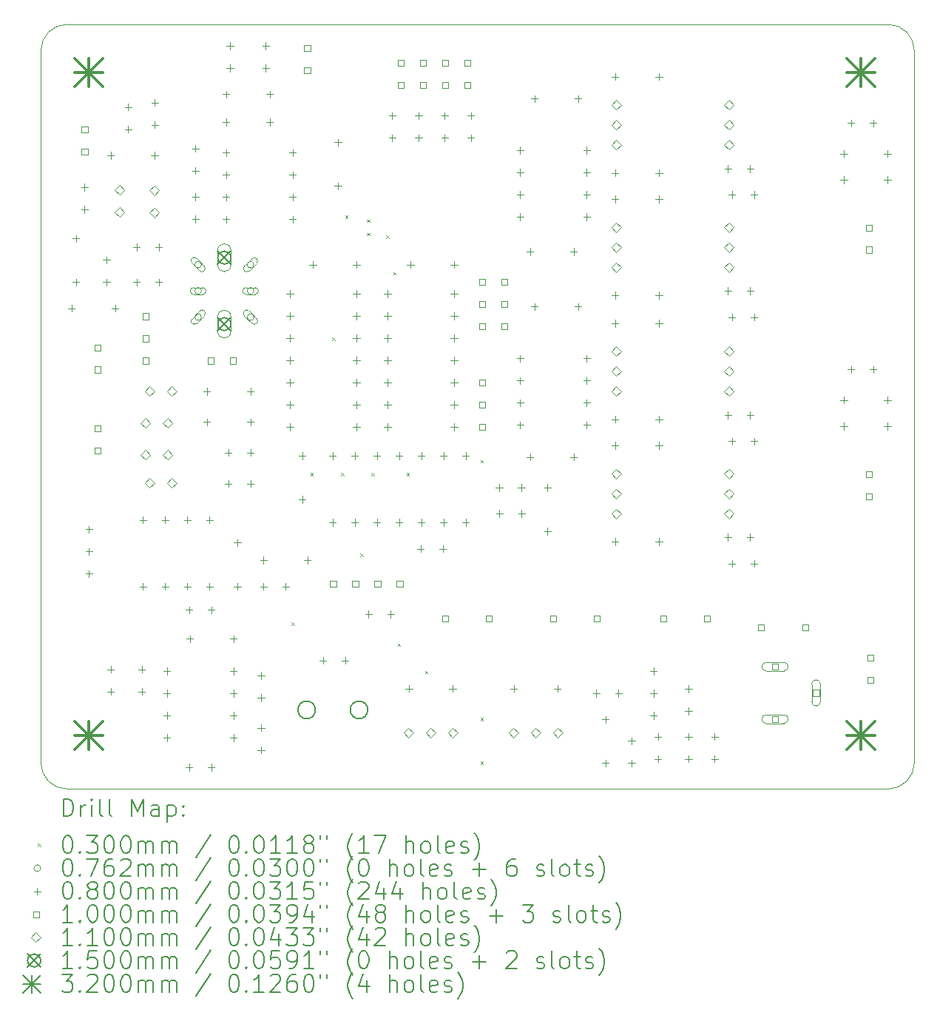
<source format=gbr>
%TF.GenerationSoftware,KiCad,Pcbnew,9.0.2*%
%TF.CreationDate,2025-08-17T10:41:56+03:30*%
%TF.ProjectId,drsstc-v1,64727373-7463-42d7-9631-2e6b69636164,rev?*%
%TF.SameCoordinates,Original*%
%TF.FileFunction,Drillmap*%
%TF.FilePolarity,Positive*%
%FSLAX45Y45*%
G04 Gerber Fmt 4.5, Leading zero omitted, Abs format (unit mm)*
G04 Created by KiCad (PCBNEW 9.0.2) date 2025-08-17 10:41:56*
%MOMM*%
%LPD*%
G01*
G04 APERTURE LIST*
%ADD10C,0.050000*%
%ADD11C,0.200000*%
%ADD12C,0.100000*%
%ADD13C,0.110000*%
%ADD14C,0.150000*%
%ADD15C,0.320000*%
G04 APERTURE END LIST*
D10*
X11200000Y-9650000D02*
G75*
G02*
X10900000Y-9950000I-300000J0D01*
G01*
X10900000Y-9950000D02*
X1500000Y-9950000D01*
X10900000Y-1200000D02*
G75*
G02*
X11200000Y-1500000I0J-300000D01*
G01*
X1200000Y-1500000D02*
G75*
G02*
X1500000Y-1200000I300000J0D01*
G01*
X1500000Y-1200000D02*
X10900000Y-1200000D01*
X11200000Y-1500000D02*
X11200000Y-9650000D01*
X1200000Y-9650000D02*
X1200000Y-1500000D01*
X1500000Y-9950000D02*
G75*
G02*
X1200000Y-9650000I0J300000D01*
G01*
D11*
X4342500Y-9045000D02*
G75*
G02*
X4142500Y-9045000I-100000J0D01*
G01*
X4142500Y-9045000D02*
G75*
G02*
X4342500Y-9045000I100000J0D01*
G01*
X4942500Y-9045000D02*
G75*
G02*
X4742500Y-9045000I-100000J0D01*
G01*
X4742500Y-9045000D02*
G75*
G02*
X4942500Y-9045000I100000J0D01*
G01*
D12*
X4072062Y-8044437D02*
X4102062Y-8074437D01*
X4102062Y-8044437D02*
X4072062Y-8074437D01*
X4285000Y-6335000D02*
X4315000Y-6365000D01*
X4315000Y-6335000D02*
X4285000Y-6365000D01*
X4535000Y-4785000D02*
X4565000Y-4815000D01*
X4565000Y-4785000D02*
X4535000Y-4815000D01*
X4635000Y-6335000D02*
X4665000Y-6365000D01*
X4665000Y-6335000D02*
X4635000Y-6365000D01*
X4685000Y-3385000D02*
X4715000Y-3415000D01*
X4715000Y-3385000D02*
X4685000Y-3415000D01*
X4858250Y-7258250D02*
X4888250Y-7288250D01*
X4888250Y-7258250D02*
X4858250Y-7288250D01*
X4935000Y-3435000D02*
X4965000Y-3465000D01*
X4965000Y-3435000D02*
X4935000Y-3465000D01*
X4935000Y-3585000D02*
X4965000Y-3615000D01*
X4965000Y-3585000D02*
X4935000Y-3615000D01*
X4985000Y-6335000D02*
X5015000Y-6365000D01*
X5015000Y-6335000D02*
X4985000Y-6365000D01*
X5154500Y-3615500D02*
X5184500Y-3645500D01*
X5184500Y-3615500D02*
X5154500Y-3645500D01*
X5235000Y-4035000D02*
X5265000Y-4065000D01*
X5265000Y-4035000D02*
X5235000Y-4065000D01*
X5285000Y-8285000D02*
X5315000Y-8315000D01*
X5315000Y-8285000D02*
X5285000Y-8315000D01*
X5385000Y-6335000D02*
X5415000Y-6365000D01*
X5415000Y-6335000D02*
X5385000Y-6365000D01*
X5597250Y-8597251D02*
X5627250Y-8627251D01*
X5627250Y-8597251D02*
X5597250Y-8627251D01*
X6235000Y-6185000D02*
X6265000Y-6215000D01*
X6265000Y-6185000D02*
X6235000Y-6215000D01*
X6235000Y-9137310D02*
X6265000Y-9167310D01*
X6265000Y-9137310D02*
X6235000Y-9167310D01*
X6235000Y-9635000D02*
X6265000Y-9665000D01*
X6265000Y-9635000D02*
X6235000Y-9665000D01*
X3038100Y-3950000D02*
G75*
G02*
X2961900Y-3950000I-38100J0D01*
G01*
X2961900Y-3950000D02*
G75*
G02*
X3038100Y-3950000I38100J0D01*
G01*
X2929289Y-3933171D02*
X3016829Y-4020711D01*
X3070711Y-3966829D02*
G75*
G02*
X3016829Y-4020711I-26941J-26941D01*
G01*
X3070711Y-3966829D02*
X2983171Y-3879289D01*
X2983171Y-3879289D02*
G75*
G03*
X2929289Y-3933171I-26941J-26941D01*
G01*
X3038100Y-4250000D02*
G75*
G02*
X2961900Y-4250000I-38100J0D01*
G01*
X2961900Y-4250000D02*
G75*
G02*
X3038100Y-4250000I38100J0D01*
G01*
X2948100Y-4288100D02*
X3051900Y-4288100D01*
X3051900Y-4211900D02*
G75*
G02*
X3051900Y-4288100I0J-38100D01*
G01*
X3051900Y-4211900D02*
X2948100Y-4211900D01*
X2948100Y-4211900D02*
G75*
G03*
X2948100Y-4288100I0J-38100D01*
G01*
X3038100Y-4550000D02*
G75*
G02*
X2961900Y-4550000I-38100J0D01*
G01*
X2961900Y-4550000D02*
G75*
G02*
X3038100Y-4550000I38100J0D01*
G01*
X2983171Y-4620711D02*
X3070711Y-4533171D01*
X3016829Y-4479289D02*
G75*
G02*
X3070711Y-4533171I26941J-26941D01*
G01*
X3016829Y-4479289D02*
X2929289Y-4566829D01*
X2929289Y-4566829D02*
G75*
G03*
X2983171Y-4620711I26941J-26941D01*
G01*
X3638100Y-3950000D02*
G75*
G02*
X3561900Y-3950000I-38100J0D01*
G01*
X3561900Y-3950000D02*
G75*
G02*
X3638100Y-3950000I38100J0D01*
G01*
X3583171Y-4020711D02*
X3670711Y-3933171D01*
X3616829Y-3879289D02*
G75*
G02*
X3670711Y-3933171I26941J-26941D01*
G01*
X3616829Y-3879289D02*
X3529289Y-3966829D01*
X3529289Y-3966829D02*
G75*
G03*
X3583171Y-4020711I26941J-26941D01*
G01*
X3638100Y-4250000D02*
G75*
G02*
X3561900Y-4250000I-38100J0D01*
G01*
X3561900Y-4250000D02*
G75*
G02*
X3638100Y-4250000I38100J0D01*
G01*
X3548100Y-4288100D02*
X3651900Y-4288100D01*
X3651900Y-4211900D02*
G75*
G02*
X3651900Y-4288100I0J-38100D01*
G01*
X3651900Y-4211900D02*
X3548100Y-4211900D01*
X3548100Y-4211900D02*
G75*
G03*
X3548100Y-4288100I0J-38100D01*
G01*
X3638100Y-4550000D02*
G75*
G02*
X3561900Y-4550000I-38100J0D01*
G01*
X3561900Y-4550000D02*
G75*
G02*
X3638100Y-4550000I38100J0D01*
G01*
X3529289Y-4533171D02*
X3616829Y-4620711D01*
X3670711Y-4566829D02*
G75*
G02*
X3616829Y-4620711I-26941J-26941D01*
G01*
X3670711Y-4566829D02*
X3583171Y-4479289D01*
X3583171Y-4479289D02*
G75*
G03*
X3529289Y-4533171I-26941J-26941D01*
G01*
X1550000Y-4410000D02*
X1550000Y-4490000D01*
X1510000Y-4450000D02*
X1590000Y-4450000D01*
X1600000Y-3611218D02*
X1600000Y-3691218D01*
X1560000Y-3651218D02*
X1640000Y-3651218D01*
X1600000Y-4111218D02*
X1600000Y-4191218D01*
X1560000Y-4151218D02*
X1640000Y-4151218D01*
X1700000Y-3023000D02*
X1700000Y-3103000D01*
X1660000Y-3063000D02*
X1740000Y-3063000D01*
X1700000Y-3277000D02*
X1700000Y-3357000D01*
X1660000Y-3317000D02*
X1740000Y-3317000D01*
X1750000Y-6937500D02*
X1750000Y-7017500D01*
X1710000Y-6977500D02*
X1790000Y-6977500D01*
X1750000Y-7191500D02*
X1750000Y-7271500D01*
X1710000Y-7231500D02*
X1790000Y-7231500D01*
X1750000Y-7445500D02*
X1750000Y-7525500D01*
X1710000Y-7485500D02*
X1790000Y-7485500D01*
X1950000Y-3857218D02*
X1950000Y-3937218D01*
X1910000Y-3897218D02*
X1990000Y-3897218D01*
X1950000Y-4111218D02*
X1950000Y-4191218D01*
X1910000Y-4151218D02*
X1990000Y-4151218D01*
X2000000Y-2660000D02*
X2000000Y-2740000D01*
X1960000Y-2700000D02*
X2040000Y-2700000D01*
X2000000Y-8541000D02*
X2000000Y-8621000D01*
X1960000Y-8581000D02*
X2040000Y-8581000D01*
X2000000Y-8795000D02*
X2000000Y-8875000D01*
X1960000Y-8835000D02*
X2040000Y-8835000D01*
X2050000Y-4410000D02*
X2050000Y-4490000D01*
X2010000Y-4450000D02*
X2090000Y-4450000D01*
X2200000Y-2105500D02*
X2200000Y-2185500D01*
X2160000Y-2145500D02*
X2240000Y-2145500D01*
X2200000Y-2359500D02*
X2200000Y-2439500D01*
X2160000Y-2399500D02*
X2240000Y-2399500D01*
X2296000Y-3710000D02*
X2296000Y-3790000D01*
X2256000Y-3750000D02*
X2336000Y-3750000D01*
X2296000Y-4110000D02*
X2296000Y-4190000D01*
X2256000Y-4150000D02*
X2336000Y-4150000D01*
X2354000Y-8541000D02*
X2354000Y-8621000D01*
X2314000Y-8581000D02*
X2394000Y-8581000D01*
X2354000Y-8795000D02*
X2354000Y-8875000D01*
X2314000Y-8835000D02*
X2394000Y-8835000D01*
X2369000Y-6829500D02*
X2369000Y-6909500D01*
X2329000Y-6869500D02*
X2409000Y-6869500D01*
X2369000Y-7591500D02*
X2369000Y-7671500D01*
X2329000Y-7631500D02*
X2409000Y-7631500D01*
X2500000Y-2660000D02*
X2500000Y-2740000D01*
X2460000Y-2700000D02*
X2540000Y-2700000D01*
X2505000Y-2055500D02*
X2505000Y-2135500D01*
X2465000Y-2095500D02*
X2545000Y-2095500D01*
X2505000Y-2309500D02*
X2505000Y-2389500D01*
X2465000Y-2349500D02*
X2545000Y-2349500D01*
X2550000Y-3710000D02*
X2550000Y-3790000D01*
X2510000Y-3750000D02*
X2590000Y-3750000D01*
X2550000Y-4110000D02*
X2550000Y-4190000D01*
X2510000Y-4150000D02*
X2590000Y-4150000D01*
X2623000Y-6829500D02*
X2623000Y-6909500D01*
X2583000Y-6869500D02*
X2663000Y-6869500D01*
X2623000Y-7591500D02*
X2623000Y-7671500D01*
X2583000Y-7631500D02*
X2663000Y-7631500D01*
X2642000Y-8560000D02*
X2642000Y-8640000D01*
X2602000Y-8600000D02*
X2682000Y-8600000D01*
X2642000Y-8814000D02*
X2642000Y-8894000D01*
X2602000Y-8854000D02*
X2682000Y-8854000D01*
X2642000Y-9068000D02*
X2642000Y-9148000D01*
X2602000Y-9108000D02*
X2682000Y-9108000D01*
X2642000Y-9322000D02*
X2642000Y-9402000D01*
X2602000Y-9362000D02*
X2682000Y-9362000D01*
X2877000Y-6829500D02*
X2877000Y-6909500D01*
X2837000Y-6869500D02*
X2917000Y-6869500D01*
X2877000Y-7591500D02*
X2877000Y-7671500D01*
X2837000Y-7631500D02*
X2917000Y-7631500D01*
X2895500Y-7860000D02*
X2895500Y-7940000D01*
X2855500Y-7900000D02*
X2935500Y-7900000D01*
X2896000Y-9660000D02*
X2896000Y-9740000D01*
X2856000Y-9700000D02*
X2936000Y-9700000D01*
X2904000Y-8191000D02*
X2904000Y-8271000D01*
X2864000Y-8231000D02*
X2944000Y-8231000D01*
X2969500Y-2579500D02*
X2969500Y-2659500D01*
X2929500Y-2619500D02*
X3009500Y-2619500D01*
X2969500Y-2833500D02*
X2969500Y-2913500D01*
X2929500Y-2873500D02*
X3009500Y-2873500D01*
X2969500Y-3134000D02*
X2969500Y-3214000D01*
X2929500Y-3174000D02*
X3009500Y-3174000D01*
X2969500Y-3388000D02*
X2969500Y-3468000D01*
X2929500Y-3428000D02*
X3009500Y-3428000D01*
X3100000Y-5360000D02*
X3100000Y-5440000D01*
X3060000Y-5400000D02*
X3140000Y-5400000D01*
X3100000Y-5710000D02*
X3100000Y-5790000D01*
X3060000Y-5750000D02*
X3140000Y-5750000D01*
X3131000Y-6829500D02*
X3131000Y-6909500D01*
X3091000Y-6869500D02*
X3171000Y-6869500D01*
X3131000Y-7591500D02*
X3131000Y-7671500D01*
X3091000Y-7631500D02*
X3171000Y-7631500D01*
X3149500Y-7860000D02*
X3149500Y-7940000D01*
X3109500Y-7900000D02*
X3189500Y-7900000D01*
X3150000Y-9660000D02*
X3150000Y-9740000D01*
X3110000Y-9700000D02*
X3190000Y-9700000D01*
X3319500Y-1960000D02*
X3319500Y-2040000D01*
X3279500Y-2000000D02*
X3359500Y-2000000D01*
X3319500Y-2279000D02*
X3319500Y-2359000D01*
X3279500Y-2319000D02*
X3359500Y-2319000D01*
X3319500Y-2629000D02*
X3319500Y-2709000D01*
X3279500Y-2669000D02*
X3359500Y-2669000D01*
X3319500Y-2883000D02*
X3319500Y-2963000D01*
X3279500Y-2923000D02*
X3359500Y-2923000D01*
X3319500Y-3137000D02*
X3319500Y-3217000D01*
X3279500Y-3177000D02*
X3359500Y-3177000D01*
X3319500Y-3391000D02*
X3319500Y-3471000D01*
X3279500Y-3431000D02*
X3359500Y-3431000D01*
X3346000Y-6060000D02*
X3346000Y-6140000D01*
X3306000Y-6100000D02*
X3386000Y-6100000D01*
X3346000Y-6415000D02*
X3346000Y-6495000D01*
X3306000Y-6455000D02*
X3386000Y-6455000D01*
X3364500Y-1405500D02*
X3364500Y-1485500D01*
X3324500Y-1445500D02*
X3404500Y-1445500D01*
X3364500Y-1659500D02*
X3364500Y-1739500D01*
X3324500Y-1699500D02*
X3404500Y-1699500D01*
X3404000Y-8191000D02*
X3404000Y-8271000D01*
X3364000Y-8231000D02*
X3444000Y-8231000D01*
X3404000Y-8560000D02*
X3404000Y-8640000D01*
X3364000Y-8600000D02*
X3444000Y-8600000D01*
X3404000Y-8814000D02*
X3404000Y-8894000D01*
X3364000Y-8854000D02*
X3444000Y-8854000D01*
X3404000Y-9068000D02*
X3404000Y-9148000D01*
X3364000Y-9108000D02*
X3444000Y-9108000D01*
X3404000Y-9322000D02*
X3404000Y-9402000D01*
X3364000Y-9362000D02*
X3444000Y-9362000D01*
X3450000Y-7091500D02*
X3450000Y-7171500D01*
X3410000Y-7131500D02*
X3490000Y-7131500D01*
X3450000Y-7591500D02*
X3450000Y-7671500D01*
X3410000Y-7631500D02*
X3490000Y-7631500D01*
X3600000Y-5360000D02*
X3600000Y-5440000D01*
X3560000Y-5400000D02*
X3640000Y-5400000D01*
X3600000Y-5710000D02*
X3600000Y-5790000D01*
X3560000Y-5750000D02*
X3640000Y-5750000D01*
X3600000Y-6060000D02*
X3600000Y-6140000D01*
X3560000Y-6100000D02*
X3640000Y-6100000D01*
X3600000Y-6415000D02*
X3600000Y-6495000D01*
X3560000Y-6455000D02*
X3640000Y-6455000D01*
X3722500Y-8610500D02*
X3722500Y-8690500D01*
X3682500Y-8650500D02*
X3762500Y-8650500D01*
X3722500Y-8864500D02*
X3722500Y-8944500D01*
X3682500Y-8904500D02*
X3762500Y-8904500D01*
X3722500Y-9210500D02*
X3722500Y-9290500D01*
X3682500Y-9250500D02*
X3762500Y-9250500D01*
X3722500Y-9464500D02*
X3722500Y-9544500D01*
X3682500Y-9504500D02*
X3762500Y-9504500D01*
X3750000Y-7291500D02*
X3750000Y-7371500D01*
X3710000Y-7331500D02*
X3790000Y-7331500D01*
X3750000Y-7591500D02*
X3750000Y-7671500D01*
X3710000Y-7631500D02*
X3790000Y-7631500D01*
X3774500Y-1405500D02*
X3774500Y-1485500D01*
X3734500Y-1445500D02*
X3814500Y-1445500D01*
X3774500Y-1659500D02*
X3774500Y-1739500D01*
X3734500Y-1699500D02*
X3814500Y-1699500D01*
X3819500Y-1960000D02*
X3819500Y-2040000D01*
X3779500Y-2000000D02*
X3859500Y-2000000D01*
X3819500Y-2279000D02*
X3819500Y-2359000D01*
X3779500Y-2319000D02*
X3859500Y-2319000D01*
X4004000Y-7591500D02*
X4004000Y-7671500D01*
X3964000Y-7631500D02*
X4044000Y-7631500D01*
X4051000Y-4241000D02*
X4051000Y-4321000D01*
X4011000Y-4281000D02*
X4091000Y-4281000D01*
X4051000Y-4495000D02*
X4051000Y-4575000D01*
X4011000Y-4535000D02*
X4091000Y-4535000D01*
X4051000Y-4749000D02*
X4051000Y-4829000D01*
X4011000Y-4789000D02*
X4091000Y-4789000D01*
X4051000Y-5003000D02*
X4051000Y-5083000D01*
X4011000Y-5043000D02*
X4091000Y-5043000D01*
X4051000Y-5257000D02*
X4051000Y-5337000D01*
X4011000Y-5297000D02*
X4091000Y-5297000D01*
X4051000Y-5511000D02*
X4051000Y-5591000D01*
X4011000Y-5551000D02*
X4091000Y-5551000D01*
X4051000Y-5765000D02*
X4051000Y-5845000D01*
X4011000Y-5805000D02*
X4091000Y-5805000D01*
X4081500Y-2629000D02*
X4081500Y-2709000D01*
X4041500Y-2669000D02*
X4121500Y-2669000D01*
X4081500Y-2883000D02*
X4081500Y-2963000D01*
X4041500Y-2923000D02*
X4121500Y-2923000D01*
X4081500Y-3137000D02*
X4081500Y-3217000D01*
X4041500Y-3177000D02*
X4121500Y-3177000D01*
X4081500Y-3391000D02*
X4081500Y-3471000D01*
X4041500Y-3431000D02*
X4121500Y-3431000D01*
X4192000Y-6098000D02*
X4192000Y-6178000D01*
X4152000Y-6138000D02*
X4232000Y-6138000D01*
X4192000Y-6598000D02*
X4192000Y-6678000D01*
X4152000Y-6638000D02*
X4232000Y-6638000D01*
X4250000Y-7291500D02*
X4250000Y-7371500D01*
X4210000Y-7331500D02*
X4290000Y-7331500D01*
X4313000Y-3910000D02*
X4313000Y-3990000D01*
X4273000Y-3950000D02*
X4353000Y-3950000D01*
X4428500Y-8440000D02*
X4428500Y-8520000D01*
X4388500Y-8480000D02*
X4468500Y-8480000D01*
X4538000Y-6098000D02*
X4538000Y-6178000D01*
X4498000Y-6138000D02*
X4578000Y-6138000D01*
X4538000Y-6860000D02*
X4538000Y-6940000D01*
X4498000Y-6900000D02*
X4578000Y-6900000D01*
X4600000Y-2510000D02*
X4600000Y-2590000D01*
X4560000Y-2550000D02*
X4640000Y-2550000D01*
X4600000Y-3010000D02*
X4600000Y-3090000D01*
X4560000Y-3050000D02*
X4640000Y-3050000D01*
X4682500Y-8440000D02*
X4682500Y-8520000D01*
X4642500Y-8480000D02*
X4722500Y-8480000D01*
X4792000Y-6098000D02*
X4792000Y-6178000D01*
X4752000Y-6138000D02*
X4832000Y-6138000D01*
X4792000Y-6860000D02*
X4792000Y-6940000D01*
X4752000Y-6900000D02*
X4832000Y-6900000D01*
X4813000Y-3910000D02*
X4813000Y-3990000D01*
X4773000Y-3950000D02*
X4853000Y-3950000D01*
X4813000Y-4241000D02*
X4813000Y-4321000D01*
X4773000Y-4281000D02*
X4853000Y-4281000D01*
X4813000Y-4495000D02*
X4813000Y-4575000D01*
X4773000Y-4535000D02*
X4853000Y-4535000D01*
X4813000Y-4749000D02*
X4813000Y-4829000D01*
X4773000Y-4789000D02*
X4853000Y-4789000D01*
X4813000Y-5003000D02*
X4813000Y-5083000D01*
X4773000Y-5043000D02*
X4853000Y-5043000D01*
X4813000Y-5257000D02*
X4813000Y-5337000D01*
X4773000Y-5297000D02*
X4853000Y-5297000D01*
X4813000Y-5511000D02*
X4813000Y-5591000D01*
X4773000Y-5551000D02*
X4853000Y-5551000D01*
X4813000Y-5765000D02*
X4813000Y-5845000D01*
X4773000Y-5805000D02*
X4853000Y-5805000D01*
X4950500Y-7910000D02*
X4950500Y-7990000D01*
X4910500Y-7950000D02*
X4990500Y-7950000D01*
X5046000Y-6098000D02*
X5046000Y-6178000D01*
X5006000Y-6138000D02*
X5086000Y-6138000D01*
X5046000Y-6860000D02*
X5046000Y-6940000D01*
X5006000Y-6900000D02*
X5086000Y-6900000D01*
X5169500Y-4241000D02*
X5169500Y-4321000D01*
X5129500Y-4281000D02*
X5209500Y-4281000D01*
X5169500Y-4495000D02*
X5169500Y-4575000D01*
X5129500Y-4535000D02*
X5209500Y-4535000D01*
X5169500Y-4749000D02*
X5169500Y-4829000D01*
X5129500Y-4789000D02*
X5209500Y-4789000D01*
X5169500Y-5003000D02*
X5169500Y-5083000D01*
X5129500Y-5043000D02*
X5209500Y-5043000D01*
X5169500Y-5257000D02*
X5169500Y-5337000D01*
X5129500Y-5297000D02*
X5209500Y-5297000D01*
X5169500Y-5511000D02*
X5169500Y-5591000D01*
X5129500Y-5551000D02*
X5209500Y-5551000D01*
X5169500Y-5765000D02*
X5169500Y-5845000D01*
X5129500Y-5805000D02*
X5209500Y-5805000D01*
X5204500Y-7910000D02*
X5204500Y-7990000D01*
X5164500Y-7950000D02*
X5244500Y-7950000D01*
X5223000Y-2206000D02*
X5223000Y-2286000D01*
X5183000Y-2246000D02*
X5263000Y-2246000D01*
X5223000Y-2460000D02*
X5223000Y-2540000D01*
X5183000Y-2500000D02*
X5263000Y-2500000D01*
X5300000Y-6098000D02*
X5300000Y-6178000D01*
X5260000Y-6138000D02*
X5340000Y-6138000D01*
X5300000Y-6860000D02*
X5300000Y-6940000D01*
X5260000Y-6900000D02*
X5340000Y-6900000D01*
X5413232Y-8760000D02*
X5413232Y-8840000D01*
X5373232Y-8800000D02*
X5453232Y-8800000D01*
X5431500Y-3910000D02*
X5431500Y-3990000D01*
X5391500Y-3950000D02*
X5471500Y-3950000D01*
X5523000Y-2206000D02*
X5523000Y-2286000D01*
X5483000Y-2246000D02*
X5563000Y-2246000D01*
X5523000Y-2460000D02*
X5523000Y-2540000D01*
X5483000Y-2500000D02*
X5563000Y-2500000D01*
X5546000Y-7160000D02*
X5546000Y-7240000D01*
X5506000Y-7200000D02*
X5586000Y-7200000D01*
X5554000Y-6098000D02*
X5554000Y-6178000D01*
X5514000Y-6138000D02*
X5594000Y-6138000D01*
X5554000Y-6860000D02*
X5554000Y-6940000D01*
X5514000Y-6900000D02*
X5594000Y-6900000D01*
X5800000Y-7160000D02*
X5800000Y-7240000D01*
X5760000Y-7200000D02*
X5840000Y-7200000D01*
X5808000Y-6098000D02*
X5808000Y-6178000D01*
X5768000Y-6138000D02*
X5848000Y-6138000D01*
X5808000Y-6860000D02*
X5808000Y-6940000D01*
X5768000Y-6900000D02*
X5848000Y-6900000D01*
X5823000Y-2206000D02*
X5823000Y-2286000D01*
X5783000Y-2246000D02*
X5863000Y-2246000D01*
X5823000Y-2460000D02*
X5823000Y-2540000D01*
X5783000Y-2500000D02*
X5863000Y-2500000D01*
X5913232Y-8760000D02*
X5913232Y-8840000D01*
X5873232Y-8800000D02*
X5953232Y-8800000D01*
X5931500Y-3910000D02*
X5931500Y-3990000D01*
X5891500Y-3950000D02*
X5971500Y-3950000D01*
X5931500Y-4241000D02*
X5931500Y-4321000D01*
X5891500Y-4281000D02*
X5971500Y-4281000D01*
X5931500Y-4495000D02*
X5931500Y-4575000D01*
X5891500Y-4535000D02*
X5971500Y-4535000D01*
X5931500Y-4749000D02*
X5931500Y-4829000D01*
X5891500Y-4789000D02*
X5971500Y-4789000D01*
X5931500Y-5003000D02*
X5931500Y-5083000D01*
X5891500Y-5043000D02*
X5971500Y-5043000D01*
X5931500Y-5257000D02*
X5931500Y-5337000D01*
X5891500Y-5297000D02*
X5971500Y-5297000D01*
X5931500Y-5511000D02*
X5931500Y-5591000D01*
X5891500Y-5551000D02*
X5971500Y-5551000D01*
X5931500Y-5765000D02*
X5931500Y-5845000D01*
X5891500Y-5805000D02*
X5971500Y-5805000D01*
X6062000Y-6098000D02*
X6062000Y-6178000D01*
X6022000Y-6138000D02*
X6102000Y-6138000D01*
X6062000Y-6860000D02*
X6062000Y-6940000D01*
X6022000Y-6900000D02*
X6102000Y-6900000D01*
X6123000Y-2206000D02*
X6123000Y-2286000D01*
X6083000Y-2246000D02*
X6163000Y-2246000D01*
X6123000Y-2460000D02*
X6123000Y-2540000D01*
X6083000Y-2500000D02*
X6163000Y-2500000D01*
X6446000Y-6460000D02*
X6446000Y-6540000D01*
X6406000Y-6500000D02*
X6486000Y-6500000D01*
X6450000Y-6755500D02*
X6450000Y-6835500D01*
X6410000Y-6795500D02*
X6490000Y-6795500D01*
X6613232Y-8760000D02*
X6613232Y-8840000D01*
X6573232Y-8800000D02*
X6653232Y-8800000D01*
X6688000Y-2602000D02*
X6688000Y-2682000D01*
X6648000Y-2642000D02*
X6728000Y-2642000D01*
X6688000Y-2856000D02*
X6688000Y-2936000D01*
X6648000Y-2896000D02*
X6728000Y-2896000D01*
X6688000Y-3110000D02*
X6688000Y-3190000D01*
X6648000Y-3150000D02*
X6728000Y-3150000D01*
X6688000Y-3364000D02*
X6688000Y-3444000D01*
X6648000Y-3404000D02*
X6728000Y-3404000D01*
X6688000Y-4982000D02*
X6688000Y-5062000D01*
X6648000Y-5022000D02*
X6728000Y-5022000D01*
X6688000Y-5236000D02*
X6688000Y-5316000D01*
X6648000Y-5276000D02*
X6728000Y-5276000D01*
X6688000Y-5490000D02*
X6688000Y-5570000D01*
X6648000Y-5530000D02*
X6728000Y-5530000D01*
X6688000Y-5744000D02*
X6688000Y-5824000D01*
X6648000Y-5784000D02*
X6728000Y-5784000D01*
X6700000Y-6460000D02*
X6700000Y-6540000D01*
X6660000Y-6500000D02*
X6740000Y-6500000D01*
X6704000Y-6755500D02*
X6704000Y-6835500D01*
X6664000Y-6795500D02*
X6744000Y-6795500D01*
X6800000Y-3760000D02*
X6800000Y-3840000D01*
X6760000Y-3800000D02*
X6840000Y-3800000D01*
X6800000Y-6110000D02*
X6800000Y-6190000D01*
X6760000Y-6150000D02*
X6840000Y-6150000D01*
X6850000Y-2010000D02*
X6850000Y-2090000D01*
X6810000Y-2050000D02*
X6890000Y-2050000D01*
X6850000Y-4390000D02*
X6850000Y-4470000D01*
X6810000Y-4430000D02*
X6890000Y-4430000D01*
X7000000Y-6460000D02*
X7000000Y-6540000D01*
X6960000Y-6500000D02*
X7040000Y-6500000D01*
X7000000Y-6960000D02*
X7000000Y-7040000D01*
X6960000Y-7000000D02*
X7040000Y-7000000D01*
X7113232Y-8760000D02*
X7113232Y-8840000D01*
X7073232Y-8800000D02*
X7153232Y-8800000D01*
X7300000Y-3760000D02*
X7300000Y-3840000D01*
X7260000Y-3800000D02*
X7340000Y-3800000D01*
X7300000Y-6110000D02*
X7300000Y-6190000D01*
X7260000Y-6150000D02*
X7340000Y-6150000D01*
X7350000Y-2010000D02*
X7350000Y-2090000D01*
X7310000Y-2050000D02*
X7390000Y-2050000D01*
X7350000Y-4390000D02*
X7350000Y-4470000D01*
X7310000Y-4430000D02*
X7390000Y-4430000D01*
X7450000Y-2602000D02*
X7450000Y-2682000D01*
X7410000Y-2642000D02*
X7490000Y-2642000D01*
X7450000Y-2856000D02*
X7450000Y-2936000D01*
X7410000Y-2896000D02*
X7490000Y-2896000D01*
X7450000Y-3110000D02*
X7450000Y-3190000D01*
X7410000Y-3150000D02*
X7490000Y-3150000D01*
X7450000Y-3364000D02*
X7450000Y-3444000D01*
X7410000Y-3404000D02*
X7490000Y-3404000D01*
X7450000Y-4982000D02*
X7450000Y-5062000D01*
X7410000Y-5022000D02*
X7490000Y-5022000D01*
X7450000Y-5236000D02*
X7450000Y-5316000D01*
X7410000Y-5276000D02*
X7490000Y-5276000D01*
X7450000Y-5490000D02*
X7450000Y-5570000D01*
X7410000Y-5530000D02*
X7490000Y-5530000D01*
X7450000Y-5744000D02*
X7450000Y-5824000D01*
X7410000Y-5784000D02*
X7490000Y-5784000D01*
X7558732Y-8814500D02*
X7558732Y-8894500D01*
X7518732Y-8854500D02*
X7598732Y-8854500D01*
X7663232Y-9114500D02*
X7663232Y-9194500D01*
X7623232Y-9154500D02*
X7703232Y-9154500D01*
X7663232Y-9614500D02*
X7663232Y-9694500D01*
X7623232Y-9654500D02*
X7703232Y-9654500D01*
X7774167Y-1760000D02*
X7774167Y-1840000D01*
X7734167Y-1800000D02*
X7814167Y-1800000D01*
X7774167Y-2860000D02*
X7774167Y-2940000D01*
X7734167Y-2900000D02*
X7814167Y-2900000D01*
X7774167Y-3160000D02*
X7774167Y-3240000D01*
X7734167Y-3200000D02*
X7814167Y-3200000D01*
X7774167Y-4260000D02*
X7774167Y-4340000D01*
X7734167Y-4300000D02*
X7814167Y-4300000D01*
X7774167Y-4580000D02*
X7774167Y-4660000D01*
X7734167Y-4620000D02*
X7814167Y-4620000D01*
X7774167Y-5680000D02*
X7774167Y-5760000D01*
X7734167Y-5720000D02*
X7814167Y-5720000D01*
X7774167Y-5980000D02*
X7774167Y-6060000D01*
X7734167Y-6020000D02*
X7814167Y-6020000D01*
X7774167Y-7080000D02*
X7774167Y-7160000D01*
X7734167Y-7120000D02*
X7814167Y-7120000D01*
X7812732Y-8814500D02*
X7812732Y-8894500D01*
X7772732Y-8854500D02*
X7852732Y-8854500D01*
X7963232Y-9360500D02*
X7963232Y-9440500D01*
X7923232Y-9400500D02*
X8003232Y-9400500D01*
X7963232Y-9614500D02*
X7963232Y-9694500D01*
X7923232Y-9654500D02*
X8003232Y-9654500D01*
X8213232Y-8560500D02*
X8213232Y-8640500D01*
X8173232Y-8600500D02*
X8253232Y-8600500D01*
X8213232Y-8814500D02*
X8213232Y-8894500D01*
X8173232Y-8854500D02*
X8253232Y-8854500D01*
X8213232Y-9068500D02*
X8213232Y-9148500D01*
X8173232Y-9108500D02*
X8253232Y-9108500D01*
X8263232Y-9310500D02*
X8263232Y-9390500D01*
X8223232Y-9350500D02*
X8303232Y-9350500D01*
X8263232Y-9564500D02*
X8263232Y-9644500D01*
X8223232Y-9604500D02*
X8303232Y-9604500D01*
X8274167Y-1760000D02*
X8274167Y-1840000D01*
X8234167Y-1800000D02*
X8314167Y-1800000D01*
X8274167Y-2860000D02*
X8274167Y-2940000D01*
X8234167Y-2900000D02*
X8314167Y-2900000D01*
X8274167Y-3160000D02*
X8274167Y-3240000D01*
X8234167Y-3200000D02*
X8314167Y-3200000D01*
X8274167Y-4260000D02*
X8274167Y-4340000D01*
X8234167Y-4300000D02*
X8314167Y-4300000D01*
X8274167Y-4580000D02*
X8274167Y-4660000D01*
X8234167Y-4620000D02*
X8314167Y-4620000D01*
X8274167Y-5680000D02*
X8274167Y-5760000D01*
X8234167Y-5720000D02*
X8314167Y-5720000D01*
X8274167Y-5980000D02*
X8274167Y-6060000D01*
X8234167Y-6020000D02*
X8314167Y-6020000D01*
X8274167Y-7080000D02*
X8274167Y-7160000D01*
X8234167Y-7120000D02*
X8314167Y-7120000D01*
X8613232Y-8764500D02*
X8613232Y-8844500D01*
X8573232Y-8804500D02*
X8653232Y-8804500D01*
X8613232Y-9018500D02*
X8613232Y-9098500D01*
X8573232Y-9058500D02*
X8653232Y-9058500D01*
X8613232Y-9310500D02*
X8613232Y-9390500D01*
X8573232Y-9350500D02*
X8653232Y-9350500D01*
X8613232Y-9564500D02*
X8613232Y-9644500D01*
X8573232Y-9604500D02*
X8653232Y-9604500D01*
X8913232Y-9310500D02*
X8913232Y-9390500D01*
X8873232Y-9350500D02*
X8953232Y-9350500D01*
X8913232Y-9564500D02*
X8913232Y-9644500D01*
X8873232Y-9604500D02*
X8953232Y-9604500D01*
X9065667Y-2810000D02*
X9065667Y-2890000D01*
X9025667Y-2850000D02*
X9105667Y-2850000D01*
X9065667Y-4210000D02*
X9065667Y-4290000D01*
X9025667Y-4250000D02*
X9105667Y-4250000D01*
X9065667Y-5630000D02*
X9065667Y-5710000D01*
X9025667Y-5670000D02*
X9105667Y-5670000D01*
X9065667Y-7030000D02*
X9065667Y-7110000D01*
X9025667Y-7070000D02*
X9105667Y-7070000D01*
X9110667Y-3110000D02*
X9110667Y-3190000D01*
X9070667Y-3150000D02*
X9150667Y-3150000D01*
X9110667Y-4510000D02*
X9110667Y-4590000D01*
X9070667Y-4550000D02*
X9150667Y-4550000D01*
X9110667Y-5930000D02*
X9110667Y-6010000D01*
X9070667Y-5970000D02*
X9150667Y-5970000D01*
X9110667Y-7330000D02*
X9110667Y-7410000D01*
X9070667Y-7370000D02*
X9150667Y-7370000D01*
X9319667Y-2810000D02*
X9319667Y-2890000D01*
X9279667Y-2850000D02*
X9359667Y-2850000D01*
X9319667Y-4210000D02*
X9319667Y-4290000D01*
X9279667Y-4250000D02*
X9359667Y-4250000D01*
X9319667Y-5630000D02*
X9319667Y-5710000D01*
X9279667Y-5670000D02*
X9359667Y-5670000D01*
X9319667Y-7030000D02*
X9319667Y-7110000D01*
X9279667Y-7070000D02*
X9359667Y-7070000D01*
X9364667Y-3110000D02*
X9364667Y-3190000D01*
X9324667Y-3150000D02*
X9404667Y-3150000D01*
X9364667Y-4510000D02*
X9364667Y-4590000D01*
X9324667Y-4550000D02*
X9404667Y-4550000D01*
X9364667Y-5930000D02*
X9364667Y-6010000D01*
X9324667Y-5970000D02*
X9404667Y-5970000D01*
X9364667Y-7330000D02*
X9364667Y-7410000D01*
X9324667Y-7370000D02*
X9404667Y-7370000D01*
X10393500Y-2640000D02*
X10393500Y-2720000D01*
X10353500Y-2680000D02*
X10433500Y-2680000D01*
X10393500Y-2940000D02*
X10393500Y-3020000D01*
X10353500Y-2980000D02*
X10433500Y-2980000D01*
X10393500Y-5460000D02*
X10393500Y-5540000D01*
X10353500Y-5500000D02*
X10433500Y-5500000D01*
X10393500Y-5760000D02*
X10393500Y-5840000D01*
X10353500Y-5800000D02*
X10433500Y-5800000D01*
X10473500Y-2290000D02*
X10473500Y-2370000D01*
X10433500Y-2330000D02*
X10513500Y-2330000D01*
X10473500Y-5110000D02*
X10473500Y-5190000D01*
X10433500Y-5150000D02*
X10513500Y-5150000D01*
X10727500Y-2290000D02*
X10727500Y-2370000D01*
X10687500Y-2330000D02*
X10767500Y-2330000D01*
X10727500Y-5110000D02*
X10727500Y-5190000D01*
X10687500Y-5150000D02*
X10767500Y-5150000D01*
X10893500Y-2640000D02*
X10893500Y-2720000D01*
X10853500Y-2680000D02*
X10933500Y-2680000D01*
X10893500Y-2940000D02*
X10893500Y-3020000D01*
X10853500Y-2980000D02*
X10933500Y-2980000D01*
X10893500Y-5460000D02*
X10893500Y-5540000D01*
X10853500Y-5500000D02*
X10933500Y-5500000D01*
X10893500Y-5760000D02*
X10893500Y-5840000D01*
X10853500Y-5800000D02*
X10933500Y-5800000D01*
X1736574Y-2440574D02*
X1736574Y-2369863D01*
X1665862Y-2369863D01*
X1665862Y-2440574D01*
X1736574Y-2440574D01*
X1736574Y-2694574D02*
X1736574Y-2623863D01*
X1665862Y-2623863D01*
X1665862Y-2694574D01*
X1736574Y-2694574D01*
X1885356Y-4935356D02*
X1885356Y-4864644D01*
X1814644Y-4864644D01*
X1814644Y-4935356D01*
X1885356Y-4935356D01*
X1885356Y-5185356D02*
X1885356Y-5114644D01*
X1814644Y-5114644D01*
X1814644Y-5185356D01*
X1885356Y-5185356D01*
X1885356Y-5860356D02*
X1885356Y-5789644D01*
X1814644Y-5789644D01*
X1814644Y-5860356D01*
X1885356Y-5860356D01*
X1885356Y-6110356D02*
X1885356Y-6039644D01*
X1814644Y-6039644D01*
X1814644Y-6110356D01*
X1885356Y-6110356D01*
X2435356Y-4577356D02*
X2435356Y-4506644D01*
X2364644Y-4506644D01*
X2364644Y-4577356D01*
X2435356Y-4577356D01*
X2435356Y-4831356D02*
X2435356Y-4760644D01*
X2364644Y-4760644D01*
X2364644Y-4831356D01*
X2435356Y-4831356D01*
X2435356Y-5085356D02*
X2435356Y-5014644D01*
X2364644Y-5014644D01*
X2364644Y-5085356D01*
X2435356Y-5085356D01*
X3181356Y-5085356D02*
X3181356Y-5014644D01*
X3110644Y-5014644D01*
X3110644Y-5085356D01*
X3181356Y-5085356D01*
X3435356Y-5085356D02*
X3435356Y-5014644D01*
X3364644Y-5014644D01*
X3364644Y-5085356D01*
X3435356Y-5085356D01*
X4285356Y-1507856D02*
X4285356Y-1437144D01*
X4214644Y-1437144D01*
X4214644Y-1507856D01*
X4285356Y-1507856D01*
X4285356Y-1761856D02*
X4285356Y-1691144D01*
X4214644Y-1691144D01*
X4214644Y-1761856D01*
X4285356Y-1761856D01*
X4581856Y-7635356D02*
X4581856Y-7564644D01*
X4511144Y-7564644D01*
X4511144Y-7635356D01*
X4581856Y-7635356D01*
X4835856Y-7635356D02*
X4835856Y-7564644D01*
X4765144Y-7564644D01*
X4765144Y-7635356D01*
X4835856Y-7635356D01*
X5089856Y-7635356D02*
X5089856Y-7564644D01*
X5019144Y-7564644D01*
X5019144Y-7635356D01*
X5089856Y-7635356D01*
X5343856Y-7635356D02*
X5343856Y-7564644D01*
X5273144Y-7564644D01*
X5273144Y-7635356D01*
X5343856Y-7635356D01*
X5354356Y-1677356D02*
X5354356Y-1606644D01*
X5283644Y-1606644D01*
X5283644Y-1677356D01*
X5354356Y-1677356D01*
X5354356Y-1931356D02*
X5354356Y-1860644D01*
X5283644Y-1860644D01*
X5283644Y-1931356D01*
X5354356Y-1931356D01*
X5608356Y-1677356D02*
X5608356Y-1606644D01*
X5537644Y-1606644D01*
X5537644Y-1677356D01*
X5608356Y-1677356D01*
X5608356Y-1931356D02*
X5608356Y-1860644D01*
X5537644Y-1860644D01*
X5537644Y-1931356D01*
X5608356Y-1931356D01*
X5861820Y-8035356D02*
X5861820Y-7964644D01*
X5791109Y-7964644D01*
X5791109Y-8035356D01*
X5861820Y-8035356D01*
X5862356Y-1677356D02*
X5862356Y-1606644D01*
X5791644Y-1606644D01*
X5791644Y-1677356D01*
X5862356Y-1677356D01*
X5862356Y-1931356D02*
X5862356Y-1860644D01*
X5791644Y-1860644D01*
X5791644Y-1931356D01*
X5862356Y-1931356D01*
X6116356Y-1677356D02*
X6116356Y-1606644D01*
X6045644Y-1606644D01*
X6045644Y-1677356D01*
X6116356Y-1677356D01*
X6116356Y-1931356D02*
X6116356Y-1860644D01*
X6045644Y-1860644D01*
X6045644Y-1931356D01*
X6116356Y-1931356D01*
X6285356Y-4181356D02*
X6285356Y-4110644D01*
X6214644Y-4110644D01*
X6214644Y-4181356D01*
X6285356Y-4181356D01*
X6285356Y-4435356D02*
X6285356Y-4364644D01*
X6214644Y-4364644D01*
X6214644Y-4435356D01*
X6285356Y-4435356D01*
X6285356Y-4689356D02*
X6285356Y-4618644D01*
X6214644Y-4618644D01*
X6214644Y-4689356D01*
X6285356Y-4689356D01*
X6285356Y-5335356D02*
X6285356Y-5264644D01*
X6214644Y-5264644D01*
X6214644Y-5335356D01*
X6285356Y-5335356D01*
X6285356Y-5589356D02*
X6285356Y-5518644D01*
X6214644Y-5518644D01*
X6214644Y-5589356D01*
X6285356Y-5589356D01*
X6285356Y-5843356D02*
X6285356Y-5772644D01*
X6214644Y-5772644D01*
X6214644Y-5843356D01*
X6285356Y-5843356D01*
X6361820Y-8035356D02*
X6361820Y-7964644D01*
X6291109Y-7964644D01*
X6291109Y-8035356D01*
X6361820Y-8035356D01*
X6539356Y-4181356D02*
X6539356Y-4110644D01*
X6468644Y-4110644D01*
X6468644Y-4181356D01*
X6539356Y-4181356D01*
X6539356Y-4435356D02*
X6539356Y-4364644D01*
X6468644Y-4364644D01*
X6468644Y-4435356D01*
X6539356Y-4435356D01*
X6539356Y-4689356D02*
X6539356Y-4618644D01*
X6468644Y-4618644D01*
X6468644Y-4689356D01*
X6539356Y-4689356D01*
X7098588Y-8035356D02*
X7098588Y-7964644D01*
X7027877Y-7964644D01*
X7027877Y-8035356D01*
X7098588Y-8035356D01*
X7598588Y-8035356D02*
X7598588Y-7964644D01*
X7527877Y-7964644D01*
X7527877Y-8035356D01*
X7598588Y-8035356D01*
X8361820Y-8035356D02*
X8361820Y-7964644D01*
X8291109Y-7964644D01*
X8291109Y-8035356D01*
X8361820Y-8035356D01*
X8861820Y-8035356D02*
X8861820Y-7964644D01*
X8791109Y-7964644D01*
X8791109Y-8035356D01*
X8861820Y-8035356D01*
X9481356Y-8135356D02*
X9481356Y-8064644D01*
X9410644Y-8064644D01*
X9410644Y-8135356D01*
X9481356Y-8135356D01*
X9639606Y-8585356D02*
X9639606Y-8514644D01*
X9568894Y-8514644D01*
X9568894Y-8585356D01*
X9639606Y-8585356D01*
X9504250Y-8600000D02*
X9704250Y-8600000D01*
X9704250Y-8500000D02*
G75*
G02*
X9704250Y-8600000I0J-50000D01*
G01*
X9704250Y-8500000D02*
X9504250Y-8500000D01*
X9504250Y-8500000D02*
G75*
G03*
X9504250Y-8600000I0J-50000D01*
G01*
X9639606Y-9185356D02*
X9639606Y-9114644D01*
X9568894Y-9114644D01*
X9568894Y-9185356D01*
X9639606Y-9185356D01*
X9504250Y-9200000D02*
X9704250Y-9200000D01*
X9704250Y-9100000D02*
G75*
G02*
X9704250Y-9200000I0J-50000D01*
G01*
X9704250Y-9100000D02*
X9504250Y-9100000D01*
X9504250Y-9100000D02*
G75*
G03*
X9504250Y-9200000I0J-50000D01*
G01*
X9989356Y-8136356D02*
X9989356Y-8065644D01*
X9918644Y-8065644D01*
X9918644Y-8136356D01*
X9989356Y-8136356D01*
X10109606Y-8885356D02*
X10109606Y-8814644D01*
X10038894Y-8814644D01*
X10038894Y-8885356D01*
X10109606Y-8885356D01*
X10124250Y-8950000D02*
X10124250Y-8750000D01*
X10024250Y-8750000D02*
G75*
G02*
X10124250Y-8750000I50000J0D01*
G01*
X10024250Y-8750000D02*
X10024250Y-8950000D01*
X10024250Y-8950000D02*
G75*
G03*
X10124250Y-8950000I50000J0D01*
G01*
X10713856Y-3565356D02*
X10713856Y-3494644D01*
X10643144Y-3494644D01*
X10643144Y-3565356D01*
X10713856Y-3565356D01*
X10713856Y-3815356D02*
X10713856Y-3744644D01*
X10643144Y-3744644D01*
X10643144Y-3815356D01*
X10713856Y-3815356D01*
X10713856Y-6385356D02*
X10713856Y-6314644D01*
X10643144Y-6314644D01*
X10643144Y-6385356D01*
X10713856Y-6385356D01*
X10713856Y-6635356D02*
X10713856Y-6564644D01*
X10643144Y-6564644D01*
X10643144Y-6635356D01*
X10713856Y-6635356D01*
X10735356Y-8485356D02*
X10735356Y-8414644D01*
X10664644Y-8414644D01*
X10664644Y-8485356D01*
X10735356Y-8485356D01*
X10735356Y-8735356D02*
X10735356Y-8664644D01*
X10664644Y-8664644D01*
X10664644Y-8735356D01*
X10735356Y-8735356D01*
D13*
X2100000Y-3151000D02*
X2155000Y-3096000D01*
X2100000Y-3041000D01*
X2045000Y-3096000D01*
X2100000Y-3151000D01*
X2100000Y-3405000D02*
X2155000Y-3350000D01*
X2100000Y-3295000D01*
X2045000Y-3350000D01*
X2100000Y-3405000D01*
X2396000Y-5817873D02*
X2451000Y-5762873D01*
X2396000Y-5707873D01*
X2341000Y-5762873D01*
X2396000Y-5817873D01*
X2396000Y-6180000D02*
X2451000Y-6125000D01*
X2396000Y-6070000D01*
X2341000Y-6125000D01*
X2396000Y-6180000D01*
X2446000Y-5455000D02*
X2501000Y-5400000D01*
X2446000Y-5345000D01*
X2391000Y-5400000D01*
X2446000Y-5455000D01*
X2446000Y-6505000D02*
X2501000Y-6450000D01*
X2446000Y-6395000D01*
X2391000Y-6450000D01*
X2446000Y-6505000D01*
X2500000Y-3156218D02*
X2555000Y-3101218D01*
X2500000Y-3046218D01*
X2445000Y-3101218D01*
X2500000Y-3156218D01*
X2500000Y-3410218D02*
X2555000Y-3355218D01*
X2500000Y-3300218D01*
X2445000Y-3355218D01*
X2500000Y-3410218D01*
X2650000Y-5817873D02*
X2705000Y-5762873D01*
X2650000Y-5707873D01*
X2595000Y-5762873D01*
X2650000Y-5817873D01*
X2650000Y-6180000D02*
X2705000Y-6125000D01*
X2650000Y-6070000D01*
X2595000Y-6125000D01*
X2650000Y-6180000D01*
X2700000Y-5455000D02*
X2755000Y-5400000D01*
X2700000Y-5345000D01*
X2645000Y-5400000D01*
X2700000Y-5455000D01*
X2700000Y-6505000D02*
X2755000Y-6450000D01*
X2700000Y-6395000D01*
X2645000Y-6450000D01*
X2700000Y-6505000D01*
X5409232Y-9360000D02*
X5464232Y-9305000D01*
X5409232Y-9250000D01*
X5354232Y-9305000D01*
X5409232Y-9360000D01*
X5663232Y-9360000D02*
X5718232Y-9305000D01*
X5663232Y-9250000D01*
X5608232Y-9305000D01*
X5663232Y-9360000D01*
X5917232Y-9360000D02*
X5972232Y-9305000D01*
X5917232Y-9250000D01*
X5862232Y-9305000D01*
X5917232Y-9360000D01*
X6609232Y-9360000D02*
X6664232Y-9305000D01*
X6609232Y-9250000D01*
X6554232Y-9305000D01*
X6609232Y-9360000D01*
X6863232Y-9360000D02*
X6918232Y-9305000D01*
X6863232Y-9250000D01*
X6808232Y-9305000D01*
X6863232Y-9360000D01*
X7117232Y-9360000D02*
X7172232Y-9305000D01*
X7117232Y-9250000D01*
X7062232Y-9305000D01*
X7117232Y-9360000D01*
X7785167Y-2176000D02*
X7840167Y-2121000D01*
X7785167Y-2066000D01*
X7730167Y-2121000D01*
X7785167Y-2176000D01*
X7785167Y-2405000D02*
X7840167Y-2350000D01*
X7785167Y-2295000D01*
X7730167Y-2350000D01*
X7785167Y-2405000D01*
X7785167Y-2634000D02*
X7840167Y-2579000D01*
X7785167Y-2524000D01*
X7730167Y-2579000D01*
X7785167Y-2634000D01*
X7785167Y-3576000D02*
X7840167Y-3521000D01*
X7785167Y-3466000D01*
X7730167Y-3521000D01*
X7785167Y-3576000D01*
X7785167Y-3805000D02*
X7840167Y-3750000D01*
X7785167Y-3695000D01*
X7730167Y-3750000D01*
X7785167Y-3805000D01*
X7785167Y-4034000D02*
X7840167Y-3979000D01*
X7785167Y-3924000D01*
X7730167Y-3979000D01*
X7785167Y-4034000D01*
X7785167Y-4996000D02*
X7840167Y-4941000D01*
X7785167Y-4886000D01*
X7730167Y-4941000D01*
X7785167Y-4996000D01*
X7785167Y-5225000D02*
X7840167Y-5170000D01*
X7785167Y-5115000D01*
X7730167Y-5170000D01*
X7785167Y-5225000D01*
X7785167Y-5454000D02*
X7840167Y-5399000D01*
X7785167Y-5344000D01*
X7730167Y-5399000D01*
X7785167Y-5454000D01*
X7785167Y-6396000D02*
X7840167Y-6341000D01*
X7785167Y-6286000D01*
X7730167Y-6341000D01*
X7785167Y-6396000D01*
X7785167Y-6625000D02*
X7840167Y-6570000D01*
X7785167Y-6515000D01*
X7730167Y-6570000D01*
X7785167Y-6625000D01*
X7785167Y-6854000D02*
X7840167Y-6799000D01*
X7785167Y-6744000D01*
X7730167Y-6799000D01*
X7785167Y-6854000D01*
X9076667Y-2176000D02*
X9131667Y-2121000D01*
X9076667Y-2066000D01*
X9021667Y-2121000D01*
X9076667Y-2176000D01*
X9076667Y-2405000D02*
X9131667Y-2350000D01*
X9076667Y-2295000D01*
X9021667Y-2350000D01*
X9076667Y-2405000D01*
X9076667Y-2634000D02*
X9131667Y-2579000D01*
X9076667Y-2524000D01*
X9021667Y-2579000D01*
X9076667Y-2634000D01*
X9076667Y-3576000D02*
X9131667Y-3521000D01*
X9076667Y-3466000D01*
X9021667Y-3521000D01*
X9076667Y-3576000D01*
X9076667Y-3805000D02*
X9131667Y-3750000D01*
X9076667Y-3695000D01*
X9021667Y-3750000D01*
X9076667Y-3805000D01*
X9076667Y-4034000D02*
X9131667Y-3979000D01*
X9076667Y-3924000D01*
X9021667Y-3979000D01*
X9076667Y-4034000D01*
X9076667Y-4996000D02*
X9131667Y-4941000D01*
X9076667Y-4886000D01*
X9021667Y-4941000D01*
X9076667Y-4996000D01*
X9076667Y-5225000D02*
X9131667Y-5170000D01*
X9076667Y-5115000D01*
X9021667Y-5170000D01*
X9076667Y-5225000D01*
X9076667Y-5454000D02*
X9131667Y-5399000D01*
X9076667Y-5344000D01*
X9021667Y-5399000D01*
X9076667Y-5454000D01*
X9076667Y-6396000D02*
X9131667Y-6341000D01*
X9076667Y-6286000D01*
X9021667Y-6341000D01*
X9076667Y-6396000D01*
X9076667Y-6625000D02*
X9131667Y-6570000D01*
X9076667Y-6515000D01*
X9021667Y-6570000D01*
X9076667Y-6625000D01*
X9076667Y-6854000D02*
X9131667Y-6799000D01*
X9076667Y-6744000D01*
X9021667Y-6799000D01*
X9076667Y-6854000D01*
D14*
X3225000Y-3795000D02*
X3375000Y-3945000D01*
X3375000Y-3795000D02*
X3225000Y-3945000D01*
X3375000Y-3870000D02*
G75*
G02*
X3225000Y-3870000I-75000J0D01*
G01*
X3225000Y-3870000D02*
G75*
G02*
X3375000Y-3870000I75000J0D01*
G01*
D12*
X3375000Y-3955000D02*
X3375000Y-3785000D01*
X3225000Y-3785000D02*
G75*
G02*
X3375000Y-3785000I75000J0D01*
G01*
X3225000Y-3785000D02*
X3225000Y-3955000D01*
X3225000Y-3955000D02*
G75*
G03*
X3375000Y-3955000I75000J0D01*
G01*
D14*
X3225000Y-4555000D02*
X3375000Y-4705000D01*
X3375000Y-4555000D02*
X3225000Y-4705000D01*
X3375000Y-4630000D02*
G75*
G02*
X3225000Y-4630000I-75000J0D01*
G01*
X3225000Y-4630000D02*
G75*
G02*
X3375000Y-4630000I75000J0D01*
G01*
D12*
X3375000Y-4715000D02*
X3375000Y-4545000D01*
X3225000Y-4545000D02*
G75*
G02*
X3375000Y-4545000I75000J0D01*
G01*
X3225000Y-4545000D02*
X3225000Y-4715000D01*
X3225000Y-4715000D02*
G75*
G03*
X3375000Y-4715000I75000J0D01*
G01*
D15*
X1590000Y-1590000D02*
X1910000Y-1910000D01*
X1910000Y-1590000D02*
X1590000Y-1910000D01*
X1750000Y-1590000D02*
X1750000Y-1910000D01*
X1590000Y-1750000D02*
X1910000Y-1750000D01*
X1590000Y-9180000D02*
X1910000Y-9500000D01*
X1910000Y-9180000D02*
X1590000Y-9500000D01*
X1750000Y-9180000D02*
X1750000Y-9500000D01*
X1590000Y-9340000D02*
X1910000Y-9340000D01*
X10430000Y-1590000D02*
X10750000Y-1910000D01*
X10750000Y-1590000D02*
X10430000Y-1910000D01*
X10590000Y-1590000D02*
X10590000Y-1910000D01*
X10430000Y-1750000D02*
X10750000Y-1750000D01*
X10430000Y-9180000D02*
X10750000Y-9500000D01*
X10750000Y-9180000D02*
X10430000Y-9500000D01*
X10590000Y-9180000D02*
X10590000Y-9500000D01*
X10430000Y-9340000D02*
X10750000Y-9340000D01*
D11*
X1458277Y-10263984D02*
X1458277Y-10063984D01*
X1458277Y-10063984D02*
X1505896Y-10063984D01*
X1505896Y-10063984D02*
X1534467Y-10073508D01*
X1534467Y-10073508D02*
X1553515Y-10092555D01*
X1553515Y-10092555D02*
X1563039Y-10111603D01*
X1563039Y-10111603D02*
X1572562Y-10149698D01*
X1572562Y-10149698D02*
X1572562Y-10178270D01*
X1572562Y-10178270D02*
X1563039Y-10216365D01*
X1563039Y-10216365D02*
X1553515Y-10235412D01*
X1553515Y-10235412D02*
X1534467Y-10254460D01*
X1534467Y-10254460D02*
X1505896Y-10263984D01*
X1505896Y-10263984D02*
X1458277Y-10263984D01*
X1658277Y-10263984D02*
X1658277Y-10130650D01*
X1658277Y-10168746D02*
X1667801Y-10149698D01*
X1667801Y-10149698D02*
X1677324Y-10140174D01*
X1677324Y-10140174D02*
X1696372Y-10130650D01*
X1696372Y-10130650D02*
X1715420Y-10130650D01*
X1782086Y-10263984D02*
X1782086Y-10130650D01*
X1782086Y-10063984D02*
X1772562Y-10073508D01*
X1772562Y-10073508D02*
X1782086Y-10083031D01*
X1782086Y-10083031D02*
X1791610Y-10073508D01*
X1791610Y-10073508D02*
X1782086Y-10063984D01*
X1782086Y-10063984D02*
X1782086Y-10083031D01*
X1905896Y-10263984D02*
X1886848Y-10254460D01*
X1886848Y-10254460D02*
X1877324Y-10235412D01*
X1877324Y-10235412D02*
X1877324Y-10063984D01*
X2010658Y-10263984D02*
X1991610Y-10254460D01*
X1991610Y-10254460D02*
X1982086Y-10235412D01*
X1982086Y-10235412D02*
X1982086Y-10063984D01*
X2239229Y-10263984D02*
X2239229Y-10063984D01*
X2239229Y-10063984D02*
X2305896Y-10206841D01*
X2305896Y-10206841D02*
X2372563Y-10063984D01*
X2372563Y-10063984D02*
X2372563Y-10263984D01*
X2553515Y-10263984D02*
X2553515Y-10159222D01*
X2553515Y-10159222D02*
X2543991Y-10140174D01*
X2543991Y-10140174D02*
X2524944Y-10130650D01*
X2524944Y-10130650D02*
X2486848Y-10130650D01*
X2486848Y-10130650D02*
X2467801Y-10140174D01*
X2553515Y-10254460D02*
X2534467Y-10263984D01*
X2534467Y-10263984D02*
X2486848Y-10263984D01*
X2486848Y-10263984D02*
X2467801Y-10254460D01*
X2467801Y-10254460D02*
X2458277Y-10235412D01*
X2458277Y-10235412D02*
X2458277Y-10216365D01*
X2458277Y-10216365D02*
X2467801Y-10197317D01*
X2467801Y-10197317D02*
X2486848Y-10187793D01*
X2486848Y-10187793D02*
X2534467Y-10187793D01*
X2534467Y-10187793D02*
X2553515Y-10178270D01*
X2648753Y-10130650D02*
X2648753Y-10330650D01*
X2648753Y-10140174D02*
X2667801Y-10130650D01*
X2667801Y-10130650D02*
X2705896Y-10130650D01*
X2705896Y-10130650D02*
X2724944Y-10140174D01*
X2724944Y-10140174D02*
X2734467Y-10149698D01*
X2734467Y-10149698D02*
X2743991Y-10168746D01*
X2743991Y-10168746D02*
X2743991Y-10225889D01*
X2743991Y-10225889D02*
X2734467Y-10244936D01*
X2734467Y-10244936D02*
X2724944Y-10254460D01*
X2724944Y-10254460D02*
X2705896Y-10263984D01*
X2705896Y-10263984D02*
X2667801Y-10263984D01*
X2667801Y-10263984D02*
X2648753Y-10254460D01*
X2829705Y-10244936D02*
X2839229Y-10254460D01*
X2839229Y-10254460D02*
X2829705Y-10263984D01*
X2829705Y-10263984D02*
X2820182Y-10254460D01*
X2820182Y-10254460D02*
X2829705Y-10244936D01*
X2829705Y-10244936D02*
X2829705Y-10263984D01*
X2829705Y-10140174D02*
X2839229Y-10149698D01*
X2839229Y-10149698D02*
X2829705Y-10159222D01*
X2829705Y-10159222D02*
X2820182Y-10149698D01*
X2820182Y-10149698D02*
X2829705Y-10140174D01*
X2829705Y-10140174D02*
X2829705Y-10159222D01*
D12*
X1167500Y-10577500D02*
X1197500Y-10607500D01*
X1197500Y-10577500D02*
X1167500Y-10607500D01*
D11*
X1496372Y-10483984D02*
X1515420Y-10483984D01*
X1515420Y-10483984D02*
X1534467Y-10493508D01*
X1534467Y-10493508D02*
X1543991Y-10503031D01*
X1543991Y-10503031D02*
X1553515Y-10522079D01*
X1553515Y-10522079D02*
X1563039Y-10560174D01*
X1563039Y-10560174D02*
X1563039Y-10607793D01*
X1563039Y-10607793D02*
X1553515Y-10645889D01*
X1553515Y-10645889D02*
X1543991Y-10664936D01*
X1543991Y-10664936D02*
X1534467Y-10674460D01*
X1534467Y-10674460D02*
X1515420Y-10683984D01*
X1515420Y-10683984D02*
X1496372Y-10683984D01*
X1496372Y-10683984D02*
X1477324Y-10674460D01*
X1477324Y-10674460D02*
X1467801Y-10664936D01*
X1467801Y-10664936D02*
X1458277Y-10645889D01*
X1458277Y-10645889D02*
X1448753Y-10607793D01*
X1448753Y-10607793D02*
X1448753Y-10560174D01*
X1448753Y-10560174D02*
X1458277Y-10522079D01*
X1458277Y-10522079D02*
X1467801Y-10503031D01*
X1467801Y-10503031D02*
X1477324Y-10493508D01*
X1477324Y-10493508D02*
X1496372Y-10483984D01*
X1648753Y-10664936D02*
X1658277Y-10674460D01*
X1658277Y-10674460D02*
X1648753Y-10683984D01*
X1648753Y-10683984D02*
X1639229Y-10674460D01*
X1639229Y-10674460D02*
X1648753Y-10664936D01*
X1648753Y-10664936D02*
X1648753Y-10683984D01*
X1724943Y-10483984D02*
X1848753Y-10483984D01*
X1848753Y-10483984D02*
X1782086Y-10560174D01*
X1782086Y-10560174D02*
X1810658Y-10560174D01*
X1810658Y-10560174D02*
X1829705Y-10569698D01*
X1829705Y-10569698D02*
X1839229Y-10579222D01*
X1839229Y-10579222D02*
X1848753Y-10598270D01*
X1848753Y-10598270D02*
X1848753Y-10645889D01*
X1848753Y-10645889D02*
X1839229Y-10664936D01*
X1839229Y-10664936D02*
X1829705Y-10674460D01*
X1829705Y-10674460D02*
X1810658Y-10683984D01*
X1810658Y-10683984D02*
X1753515Y-10683984D01*
X1753515Y-10683984D02*
X1734467Y-10674460D01*
X1734467Y-10674460D02*
X1724943Y-10664936D01*
X1972562Y-10483984D02*
X1991610Y-10483984D01*
X1991610Y-10483984D02*
X2010658Y-10493508D01*
X2010658Y-10493508D02*
X2020182Y-10503031D01*
X2020182Y-10503031D02*
X2029705Y-10522079D01*
X2029705Y-10522079D02*
X2039229Y-10560174D01*
X2039229Y-10560174D02*
X2039229Y-10607793D01*
X2039229Y-10607793D02*
X2029705Y-10645889D01*
X2029705Y-10645889D02*
X2020182Y-10664936D01*
X2020182Y-10664936D02*
X2010658Y-10674460D01*
X2010658Y-10674460D02*
X1991610Y-10683984D01*
X1991610Y-10683984D02*
X1972562Y-10683984D01*
X1972562Y-10683984D02*
X1953515Y-10674460D01*
X1953515Y-10674460D02*
X1943991Y-10664936D01*
X1943991Y-10664936D02*
X1934467Y-10645889D01*
X1934467Y-10645889D02*
X1924943Y-10607793D01*
X1924943Y-10607793D02*
X1924943Y-10560174D01*
X1924943Y-10560174D02*
X1934467Y-10522079D01*
X1934467Y-10522079D02*
X1943991Y-10503031D01*
X1943991Y-10503031D02*
X1953515Y-10493508D01*
X1953515Y-10493508D02*
X1972562Y-10483984D01*
X2163039Y-10483984D02*
X2182086Y-10483984D01*
X2182086Y-10483984D02*
X2201134Y-10493508D01*
X2201134Y-10493508D02*
X2210658Y-10503031D01*
X2210658Y-10503031D02*
X2220182Y-10522079D01*
X2220182Y-10522079D02*
X2229705Y-10560174D01*
X2229705Y-10560174D02*
X2229705Y-10607793D01*
X2229705Y-10607793D02*
X2220182Y-10645889D01*
X2220182Y-10645889D02*
X2210658Y-10664936D01*
X2210658Y-10664936D02*
X2201134Y-10674460D01*
X2201134Y-10674460D02*
X2182086Y-10683984D01*
X2182086Y-10683984D02*
X2163039Y-10683984D01*
X2163039Y-10683984D02*
X2143991Y-10674460D01*
X2143991Y-10674460D02*
X2134467Y-10664936D01*
X2134467Y-10664936D02*
X2124944Y-10645889D01*
X2124944Y-10645889D02*
X2115420Y-10607793D01*
X2115420Y-10607793D02*
X2115420Y-10560174D01*
X2115420Y-10560174D02*
X2124944Y-10522079D01*
X2124944Y-10522079D02*
X2134467Y-10503031D01*
X2134467Y-10503031D02*
X2143991Y-10493508D01*
X2143991Y-10493508D02*
X2163039Y-10483984D01*
X2315420Y-10683984D02*
X2315420Y-10550650D01*
X2315420Y-10569698D02*
X2324944Y-10560174D01*
X2324944Y-10560174D02*
X2343991Y-10550650D01*
X2343991Y-10550650D02*
X2372563Y-10550650D01*
X2372563Y-10550650D02*
X2391610Y-10560174D01*
X2391610Y-10560174D02*
X2401134Y-10579222D01*
X2401134Y-10579222D02*
X2401134Y-10683984D01*
X2401134Y-10579222D02*
X2410658Y-10560174D01*
X2410658Y-10560174D02*
X2429705Y-10550650D01*
X2429705Y-10550650D02*
X2458277Y-10550650D01*
X2458277Y-10550650D02*
X2477325Y-10560174D01*
X2477325Y-10560174D02*
X2486848Y-10579222D01*
X2486848Y-10579222D02*
X2486848Y-10683984D01*
X2582086Y-10683984D02*
X2582086Y-10550650D01*
X2582086Y-10569698D02*
X2591610Y-10560174D01*
X2591610Y-10560174D02*
X2610658Y-10550650D01*
X2610658Y-10550650D02*
X2639229Y-10550650D01*
X2639229Y-10550650D02*
X2658277Y-10560174D01*
X2658277Y-10560174D02*
X2667801Y-10579222D01*
X2667801Y-10579222D02*
X2667801Y-10683984D01*
X2667801Y-10579222D02*
X2677325Y-10560174D01*
X2677325Y-10560174D02*
X2696372Y-10550650D01*
X2696372Y-10550650D02*
X2724944Y-10550650D01*
X2724944Y-10550650D02*
X2743991Y-10560174D01*
X2743991Y-10560174D02*
X2753515Y-10579222D01*
X2753515Y-10579222D02*
X2753515Y-10683984D01*
X3143991Y-10474460D02*
X2972563Y-10731603D01*
X3401134Y-10483984D02*
X3420182Y-10483984D01*
X3420182Y-10483984D02*
X3439229Y-10493508D01*
X3439229Y-10493508D02*
X3448753Y-10503031D01*
X3448753Y-10503031D02*
X3458277Y-10522079D01*
X3458277Y-10522079D02*
X3467801Y-10560174D01*
X3467801Y-10560174D02*
X3467801Y-10607793D01*
X3467801Y-10607793D02*
X3458277Y-10645889D01*
X3458277Y-10645889D02*
X3448753Y-10664936D01*
X3448753Y-10664936D02*
X3439229Y-10674460D01*
X3439229Y-10674460D02*
X3420182Y-10683984D01*
X3420182Y-10683984D02*
X3401134Y-10683984D01*
X3401134Y-10683984D02*
X3382086Y-10674460D01*
X3382086Y-10674460D02*
X3372563Y-10664936D01*
X3372563Y-10664936D02*
X3363039Y-10645889D01*
X3363039Y-10645889D02*
X3353515Y-10607793D01*
X3353515Y-10607793D02*
X3353515Y-10560174D01*
X3353515Y-10560174D02*
X3363039Y-10522079D01*
X3363039Y-10522079D02*
X3372563Y-10503031D01*
X3372563Y-10503031D02*
X3382086Y-10493508D01*
X3382086Y-10493508D02*
X3401134Y-10483984D01*
X3553515Y-10664936D02*
X3563039Y-10674460D01*
X3563039Y-10674460D02*
X3553515Y-10683984D01*
X3553515Y-10683984D02*
X3543991Y-10674460D01*
X3543991Y-10674460D02*
X3553515Y-10664936D01*
X3553515Y-10664936D02*
X3553515Y-10683984D01*
X3686848Y-10483984D02*
X3705896Y-10483984D01*
X3705896Y-10483984D02*
X3724944Y-10493508D01*
X3724944Y-10493508D02*
X3734467Y-10503031D01*
X3734467Y-10503031D02*
X3743991Y-10522079D01*
X3743991Y-10522079D02*
X3753515Y-10560174D01*
X3753515Y-10560174D02*
X3753515Y-10607793D01*
X3753515Y-10607793D02*
X3743991Y-10645889D01*
X3743991Y-10645889D02*
X3734467Y-10664936D01*
X3734467Y-10664936D02*
X3724944Y-10674460D01*
X3724944Y-10674460D02*
X3705896Y-10683984D01*
X3705896Y-10683984D02*
X3686848Y-10683984D01*
X3686848Y-10683984D02*
X3667801Y-10674460D01*
X3667801Y-10674460D02*
X3658277Y-10664936D01*
X3658277Y-10664936D02*
X3648753Y-10645889D01*
X3648753Y-10645889D02*
X3639229Y-10607793D01*
X3639229Y-10607793D02*
X3639229Y-10560174D01*
X3639229Y-10560174D02*
X3648753Y-10522079D01*
X3648753Y-10522079D02*
X3658277Y-10503031D01*
X3658277Y-10503031D02*
X3667801Y-10493508D01*
X3667801Y-10493508D02*
X3686848Y-10483984D01*
X3943991Y-10683984D02*
X3829706Y-10683984D01*
X3886848Y-10683984D02*
X3886848Y-10483984D01*
X3886848Y-10483984D02*
X3867801Y-10512555D01*
X3867801Y-10512555D02*
X3848753Y-10531603D01*
X3848753Y-10531603D02*
X3829706Y-10541127D01*
X4134467Y-10683984D02*
X4020182Y-10683984D01*
X4077325Y-10683984D02*
X4077325Y-10483984D01*
X4077325Y-10483984D02*
X4058277Y-10512555D01*
X4058277Y-10512555D02*
X4039229Y-10531603D01*
X4039229Y-10531603D02*
X4020182Y-10541127D01*
X4248753Y-10569698D02*
X4229706Y-10560174D01*
X4229706Y-10560174D02*
X4220182Y-10550650D01*
X4220182Y-10550650D02*
X4210658Y-10531603D01*
X4210658Y-10531603D02*
X4210658Y-10522079D01*
X4210658Y-10522079D02*
X4220182Y-10503031D01*
X4220182Y-10503031D02*
X4229706Y-10493508D01*
X4229706Y-10493508D02*
X4248753Y-10483984D01*
X4248753Y-10483984D02*
X4286849Y-10483984D01*
X4286849Y-10483984D02*
X4305896Y-10493508D01*
X4305896Y-10493508D02*
X4315420Y-10503031D01*
X4315420Y-10503031D02*
X4324944Y-10522079D01*
X4324944Y-10522079D02*
X4324944Y-10531603D01*
X4324944Y-10531603D02*
X4315420Y-10550650D01*
X4315420Y-10550650D02*
X4305896Y-10560174D01*
X4305896Y-10560174D02*
X4286849Y-10569698D01*
X4286849Y-10569698D02*
X4248753Y-10569698D01*
X4248753Y-10569698D02*
X4229706Y-10579222D01*
X4229706Y-10579222D02*
X4220182Y-10588746D01*
X4220182Y-10588746D02*
X4210658Y-10607793D01*
X4210658Y-10607793D02*
X4210658Y-10645889D01*
X4210658Y-10645889D02*
X4220182Y-10664936D01*
X4220182Y-10664936D02*
X4229706Y-10674460D01*
X4229706Y-10674460D02*
X4248753Y-10683984D01*
X4248753Y-10683984D02*
X4286849Y-10683984D01*
X4286849Y-10683984D02*
X4305896Y-10674460D01*
X4305896Y-10674460D02*
X4315420Y-10664936D01*
X4315420Y-10664936D02*
X4324944Y-10645889D01*
X4324944Y-10645889D02*
X4324944Y-10607793D01*
X4324944Y-10607793D02*
X4315420Y-10588746D01*
X4315420Y-10588746D02*
X4305896Y-10579222D01*
X4305896Y-10579222D02*
X4286849Y-10569698D01*
X4401134Y-10483984D02*
X4401134Y-10522079D01*
X4477325Y-10483984D02*
X4477325Y-10522079D01*
X4772563Y-10760174D02*
X4763039Y-10750650D01*
X4763039Y-10750650D02*
X4743991Y-10722079D01*
X4743991Y-10722079D02*
X4734468Y-10703031D01*
X4734468Y-10703031D02*
X4724944Y-10674460D01*
X4724944Y-10674460D02*
X4715420Y-10626841D01*
X4715420Y-10626841D02*
X4715420Y-10588746D01*
X4715420Y-10588746D02*
X4724944Y-10541127D01*
X4724944Y-10541127D02*
X4734468Y-10512555D01*
X4734468Y-10512555D02*
X4743991Y-10493508D01*
X4743991Y-10493508D02*
X4763039Y-10464936D01*
X4763039Y-10464936D02*
X4772563Y-10455412D01*
X4953515Y-10683984D02*
X4839230Y-10683984D01*
X4896372Y-10683984D02*
X4896372Y-10483984D01*
X4896372Y-10483984D02*
X4877325Y-10512555D01*
X4877325Y-10512555D02*
X4858277Y-10531603D01*
X4858277Y-10531603D02*
X4839230Y-10541127D01*
X5020182Y-10483984D02*
X5153515Y-10483984D01*
X5153515Y-10483984D02*
X5067801Y-10683984D01*
X5382087Y-10683984D02*
X5382087Y-10483984D01*
X5467801Y-10683984D02*
X5467801Y-10579222D01*
X5467801Y-10579222D02*
X5458277Y-10560174D01*
X5458277Y-10560174D02*
X5439230Y-10550650D01*
X5439230Y-10550650D02*
X5410658Y-10550650D01*
X5410658Y-10550650D02*
X5391611Y-10560174D01*
X5391611Y-10560174D02*
X5382087Y-10569698D01*
X5591611Y-10683984D02*
X5572563Y-10674460D01*
X5572563Y-10674460D02*
X5563039Y-10664936D01*
X5563039Y-10664936D02*
X5553515Y-10645889D01*
X5553515Y-10645889D02*
X5553515Y-10588746D01*
X5553515Y-10588746D02*
X5563039Y-10569698D01*
X5563039Y-10569698D02*
X5572563Y-10560174D01*
X5572563Y-10560174D02*
X5591611Y-10550650D01*
X5591611Y-10550650D02*
X5620182Y-10550650D01*
X5620182Y-10550650D02*
X5639230Y-10560174D01*
X5639230Y-10560174D02*
X5648753Y-10569698D01*
X5648753Y-10569698D02*
X5658277Y-10588746D01*
X5658277Y-10588746D02*
X5658277Y-10645889D01*
X5658277Y-10645889D02*
X5648753Y-10664936D01*
X5648753Y-10664936D02*
X5639230Y-10674460D01*
X5639230Y-10674460D02*
X5620182Y-10683984D01*
X5620182Y-10683984D02*
X5591611Y-10683984D01*
X5772563Y-10683984D02*
X5753515Y-10674460D01*
X5753515Y-10674460D02*
X5743991Y-10655412D01*
X5743991Y-10655412D02*
X5743991Y-10483984D01*
X5924944Y-10674460D02*
X5905896Y-10683984D01*
X5905896Y-10683984D02*
X5867801Y-10683984D01*
X5867801Y-10683984D02*
X5848753Y-10674460D01*
X5848753Y-10674460D02*
X5839230Y-10655412D01*
X5839230Y-10655412D02*
X5839230Y-10579222D01*
X5839230Y-10579222D02*
X5848753Y-10560174D01*
X5848753Y-10560174D02*
X5867801Y-10550650D01*
X5867801Y-10550650D02*
X5905896Y-10550650D01*
X5905896Y-10550650D02*
X5924944Y-10560174D01*
X5924944Y-10560174D02*
X5934468Y-10579222D01*
X5934468Y-10579222D02*
X5934468Y-10598270D01*
X5934468Y-10598270D02*
X5839230Y-10617317D01*
X6010658Y-10674460D02*
X6029706Y-10683984D01*
X6029706Y-10683984D02*
X6067801Y-10683984D01*
X6067801Y-10683984D02*
X6086849Y-10674460D01*
X6086849Y-10674460D02*
X6096372Y-10655412D01*
X6096372Y-10655412D02*
X6096372Y-10645889D01*
X6096372Y-10645889D02*
X6086849Y-10626841D01*
X6086849Y-10626841D02*
X6067801Y-10617317D01*
X6067801Y-10617317D02*
X6039230Y-10617317D01*
X6039230Y-10617317D02*
X6020182Y-10607793D01*
X6020182Y-10607793D02*
X6010658Y-10588746D01*
X6010658Y-10588746D02*
X6010658Y-10579222D01*
X6010658Y-10579222D02*
X6020182Y-10560174D01*
X6020182Y-10560174D02*
X6039230Y-10550650D01*
X6039230Y-10550650D02*
X6067801Y-10550650D01*
X6067801Y-10550650D02*
X6086849Y-10560174D01*
X6163039Y-10760174D02*
X6172563Y-10750650D01*
X6172563Y-10750650D02*
X6191611Y-10722079D01*
X6191611Y-10722079D02*
X6201134Y-10703031D01*
X6201134Y-10703031D02*
X6210658Y-10674460D01*
X6210658Y-10674460D02*
X6220182Y-10626841D01*
X6220182Y-10626841D02*
X6220182Y-10588746D01*
X6220182Y-10588746D02*
X6210658Y-10541127D01*
X6210658Y-10541127D02*
X6201134Y-10512555D01*
X6201134Y-10512555D02*
X6191611Y-10493508D01*
X6191611Y-10493508D02*
X6172563Y-10464936D01*
X6172563Y-10464936D02*
X6163039Y-10455412D01*
D12*
X1197500Y-10856500D02*
G75*
G02*
X1121300Y-10856500I-38100J0D01*
G01*
X1121300Y-10856500D02*
G75*
G02*
X1197500Y-10856500I38100J0D01*
G01*
D11*
X1496372Y-10747984D02*
X1515420Y-10747984D01*
X1515420Y-10747984D02*
X1534467Y-10757508D01*
X1534467Y-10757508D02*
X1543991Y-10767031D01*
X1543991Y-10767031D02*
X1553515Y-10786079D01*
X1553515Y-10786079D02*
X1563039Y-10824174D01*
X1563039Y-10824174D02*
X1563039Y-10871793D01*
X1563039Y-10871793D02*
X1553515Y-10909889D01*
X1553515Y-10909889D02*
X1543991Y-10928936D01*
X1543991Y-10928936D02*
X1534467Y-10938460D01*
X1534467Y-10938460D02*
X1515420Y-10947984D01*
X1515420Y-10947984D02*
X1496372Y-10947984D01*
X1496372Y-10947984D02*
X1477324Y-10938460D01*
X1477324Y-10938460D02*
X1467801Y-10928936D01*
X1467801Y-10928936D02*
X1458277Y-10909889D01*
X1458277Y-10909889D02*
X1448753Y-10871793D01*
X1448753Y-10871793D02*
X1448753Y-10824174D01*
X1448753Y-10824174D02*
X1458277Y-10786079D01*
X1458277Y-10786079D02*
X1467801Y-10767031D01*
X1467801Y-10767031D02*
X1477324Y-10757508D01*
X1477324Y-10757508D02*
X1496372Y-10747984D01*
X1648753Y-10928936D02*
X1658277Y-10938460D01*
X1658277Y-10938460D02*
X1648753Y-10947984D01*
X1648753Y-10947984D02*
X1639229Y-10938460D01*
X1639229Y-10938460D02*
X1648753Y-10928936D01*
X1648753Y-10928936D02*
X1648753Y-10947984D01*
X1724943Y-10747984D02*
X1858277Y-10747984D01*
X1858277Y-10747984D02*
X1772562Y-10947984D01*
X2020182Y-10747984D02*
X1982086Y-10747984D01*
X1982086Y-10747984D02*
X1963039Y-10757508D01*
X1963039Y-10757508D02*
X1953515Y-10767031D01*
X1953515Y-10767031D02*
X1934467Y-10795603D01*
X1934467Y-10795603D02*
X1924943Y-10833698D01*
X1924943Y-10833698D02*
X1924943Y-10909889D01*
X1924943Y-10909889D02*
X1934467Y-10928936D01*
X1934467Y-10928936D02*
X1943991Y-10938460D01*
X1943991Y-10938460D02*
X1963039Y-10947984D01*
X1963039Y-10947984D02*
X2001134Y-10947984D01*
X2001134Y-10947984D02*
X2020182Y-10938460D01*
X2020182Y-10938460D02*
X2029705Y-10928936D01*
X2029705Y-10928936D02*
X2039229Y-10909889D01*
X2039229Y-10909889D02*
X2039229Y-10862270D01*
X2039229Y-10862270D02*
X2029705Y-10843222D01*
X2029705Y-10843222D02*
X2020182Y-10833698D01*
X2020182Y-10833698D02*
X2001134Y-10824174D01*
X2001134Y-10824174D02*
X1963039Y-10824174D01*
X1963039Y-10824174D02*
X1943991Y-10833698D01*
X1943991Y-10833698D02*
X1934467Y-10843222D01*
X1934467Y-10843222D02*
X1924943Y-10862270D01*
X2115420Y-10767031D02*
X2124944Y-10757508D01*
X2124944Y-10757508D02*
X2143991Y-10747984D01*
X2143991Y-10747984D02*
X2191610Y-10747984D01*
X2191610Y-10747984D02*
X2210658Y-10757508D01*
X2210658Y-10757508D02*
X2220182Y-10767031D01*
X2220182Y-10767031D02*
X2229705Y-10786079D01*
X2229705Y-10786079D02*
X2229705Y-10805127D01*
X2229705Y-10805127D02*
X2220182Y-10833698D01*
X2220182Y-10833698D02*
X2105896Y-10947984D01*
X2105896Y-10947984D02*
X2229705Y-10947984D01*
X2315420Y-10947984D02*
X2315420Y-10814650D01*
X2315420Y-10833698D02*
X2324944Y-10824174D01*
X2324944Y-10824174D02*
X2343991Y-10814650D01*
X2343991Y-10814650D02*
X2372563Y-10814650D01*
X2372563Y-10814650D02*
X2391610Y-10824174D01*
X2391610Y-10824174D02*
X2401134Y-10843222D01*
X2401134Y-10843222D02*
X2401134Y-10947984D01*
X2401134Y-10843222D02*
X2410658Y-10824174D01*
X2410658Y-10824174D02*
X2429705Y-10814650D01*
X2429705Y-10814650D02*
X2458277Y-10814650D01*
X2458277Y-10814650D02*
X2477325Y-10824174D01*
X2477325Y-10824174D02*
X2486848Y-10843222D01*
X2486848Y-10843222D02*
X2486848Y-10947984D01*
X2582086Y-10947984D02*
X2582086Y-10814650D01*
X2582086Y-10833698D02*
X2591610Y-10824174D01*
X2591610Y-10824174D02*
X2610658Y-10814650D01*
X2610658Y-10814650D02*
X2639229Y-10814650D01*
X2639229Y-10814650D02*
X2658277Y-10824174D01*
X2658277Y-10824174D02*
X2667801Y-10843222D01*
X2667801Y-10843222D02*
X2667801Y-10947984D01*
X2667801Y-10843222D02*
X2677325Y-10824174D01*
X2677325Y-10824174D02*
X2696372Y-10814650D01*
X2696372Y-10814650D02*
X2724944Y-10814650D01*
X2724944Y-10814650D02*
X2743991Y-10824174D01*
X2743991Y-10824174D02*
X2753515Y-10843222D01*
X2753515Y-10843222D02*
X2753515Y-10947984D01*
X3143991Y-10738460D02*
X2972563Y-10995603D01*
X3401134Y-10747984D02*
X3420182Y-10747984D01*
X3420182Y-10747984D02*
X3439229Y-10757508D01*
X3439229Y-10757508D02*
X3448753Y-10767031D01*
X3448753Y-10767031D02*
X3458277Y-10786079D01*
X3458277Y-10786079D02*
X3467801Y-10824174D01*
X3467801Y-10824174D02*
X3467801Y-10871793D01*
X3467801Y-10871793D02*
X3458277Y-10909889D01*
X3458277Y-10909889D02*
X3448753Y-10928936D01*
X3448753Y-10928936D02*
X3439229Y-10938460D01*
X3439229Y-10938460D02*
X3420182Y-10947984D01*
X3420182Y-10947984D02*
X3401134Y-10947984D01*
X3401134Y-10947984D02*
X3382086Y-10938460D01*
X3382086Y-10938460D02*
X3372563Y-10928936D01*
X3372563Y-10928936D02*
X3363039Y-10909889D01*
X3363039Y-10909889D02*
X3353515Y-10871793D01*
X3353515Y-10871793D02*
X3353515Y-10824174D01*
X3353515Y-10824174D02*
X3363039Y-10786079D01*
X3363039Y-10786079D02*
X3372563Y-10767031D01*
X3372563Y-10767031D02*
X3382086Y-10757508D01*
X3382086Y-10757508D02*
X3401134Y-10747984D01*
X3553515Y-10928936D02*
X3563039Y-10938460D01*
X3563039Y-10938460D02*
X3553515Y-10947984D01*
X3553515Y-10947984D02*
X3543991Y-10938460D01*
X3543991Y-10938460D02*
X3553515Y-10928936D01*
X3553515Y-10928936D02*
X3553515Y-10947984D01*
X3686848Y-10747984D02*
X3705896Y-10747984D01*
X3705896Y-10747984D02*
X3724944Y-10757508D01*
X3724944Y-10757508D02*
X3734467Y-10767031D01*
X3734467Y-10767031D02*
X3743991Y-10786079D01*
X3743991Y-10786079D02*
X3753515Y-10824174D01*
X3753515Y-10824174D02*
X3753515Y-10871793D01*
X3753515Y-10871793D02*
X3743991Y-10909889D01*
X3743991Y-10909889D02*
X3734467Y-10928936D01*
X3734467Y-10928936D02*
X3724944Y-10938460D01*
X3724944Y-10938460D02*
X3705896Y-10947984D01*
X3705896Y-10947984D02*
X3686848Y-10947984D01*
X3686848Y-10947984D02*
X3667801Y-10938460D01*
X3667801Y-10938460D02*
X3658277Y-10928936D01*
X3658277Y-10928936D02*
X3648753Y-10909889D01*
X3648753Y-10909889D02*
X3639229Y-10871793D01*
X3639229Y-10871793D02*
X3639229Y-10824174D01*
X3639229Y-10824174D02*
X3648753Y-10786079D01*
X3648753Y-10786079D02*
X3658277Y-10767031D01*
X3658277Y-10767031D02*
X3667801Y-10757508D01*
X3667801Y-10757508D02*
X3686848Y-10747984D01*
X3820182Y-10747984D02*
X3943991Y-10747984D01*
X3943991Y-10747984D02*
X3877325Y-10824174D01*
X3877325Y-10824174D02*
X3905896Y-10824174D01*
X3905896Y-10824174D02*
X3924944Y-10833698D01*
X3924944Y-10833698D02*
X3934467Y-10843222D01*
X3934467Y-10843222D02*
X3943991Y-10862270D01*
X3943991Y-10862270D02*
X3943991Y-10909889D01*
X3943991Y-10909889D02*
X3934467Y-10928936D01*
X3934467Y-10928936D02*
X3924944Y-10938460D01*
X3924944Y-10938460D02*
X3905896Y-10947984D01*
X3905896Y-10947984D02*
X3848753Y-10947984D01*
X3848753Y-10947984D02*
X3829706Y-10938460D01*
X3829706Y-10938460D02*
X3820182Y-10928936D01*
X4067801Y-10747984D02*
X4086848Y-10747984D01*
X4086848Y-10747984D02*
X4105896Y-10757508D01*
X4105896Y-10757508D02*
X4115420Y-10767031D01*
X4115420Y-10767031D02*
X4124944Y-10786079D01*
X4124944Y-10786079D02*
X4134467Y-10824174D01*
X4134467Y-10824174D02*
X4134467Y-10871793D01*
X4134467Y-10871793D02*
X4124944Y-10909889D01*
X4124944Y-10909889D02*
X4115420Y-10928936D01*
X4115420Y-10928936D02*
X4105896Y-10938460D01*
X4105896Y-10938460D02*
X4086848Y-10947984D01*
X4086848Y-10947984D02*
X4067801Y-10947984D01*
X4067801Y-10947984D02*
X4048753Y-10938460D01*
X4048753Y-10938460D02*
X4039229Y-10928936D01*
X4039229Y-10928936D02*
X4029706Y-10909889D01*
X4029706Y-10909889D02*
X4020182Y-10871793D01*
X4020182Y-10871793D02*
X4020182Y-10824174D01*
X4020182Y-10824174D02*
X4029706Y-10786079D01*
X4029706Y-10786079D02*
X4039229Y-10767031D01*
X4039229Y-10767031D02*
X4048753Y-10757508D01*
X4048753Y-10757508D02*
X4067801Y-10747984D01*
X4258277Y-10747984D02*
X4277325Y-10747984D01*
X4277325Y-10747984D02*
X4296372Y-10757508D01*
X4296372Y-10757508D02*
X4305896Y-10767031D01*
X4305896Y-10767031D02*
X4315420Y-10786079D01*
X4315420Y-10786079D02*
X4324944Y-10824174D01*
X4324944Y-10824174D02*
X4324944Y-10871793D01*
X4324944Y-10871793D02*
X4315420Y-10909889D01*
X4315420Y-10909889D02*
X4305896Y-10928936D01*
X4305896Y-10928936D02*
X4296372Y-10938460D01*
X4296372Y-10938460D02*
X4277325Y-10947984D01*
X4277325Y-10947984D02*
X4258277Y-10947984D01*
X4258277Y-10947984D02*
X4239229Y-10938460D01*
X4239229Y-10938460D02*
X4229706Y-10928936D01*
X4229706Y-10928936D02*
X4220182Y-10909889D01*
X4220182Y-10909889D02*
X4210658Y-10871793D01*
X4210658Y-10871793D02*
X4210658Y-10824174D01*
X4210658Y-10824174D02*
X4220182Y-10786079D01*
X4220182Y-10786079D02*
X4229706Y-10767031D01*
X4229706Y-10767031D02*
X4239229Y-10757508D01*
X4239229Y-10757508D02*
X4258277Y-10747984D01*
X4401134Y-10747984D02*
X4401134Y-10786079D01*
X4477325Y-10747984D02*
X4477325Y-10786079D01*
X4772563Y-11024174D02*
X4763039Y-11014650D01*
X4763039Y-11014650D02*
X4743991Y-10986079D01*
X4743991Y-10986079D02*
X4734468Y-10967031D01*
X4734468Y-10967031D02*
X4724944Y-10938460D01*
X4724944Y-10938460D02*
X4715420Y-10890841D01*
X4715420Y-10890841D02*
X4715420Y-10852746D01*
X4715420Y-10852746D02*
X4724944Y-10805127D01*
X4724944Y-10805127D02*
X4734468Y-10776555D01*
X4734468Y-10776555D02*
X4743991Y-10757508D01*
X4743991Y-10757508D02*
X4763039Y-10728936D01*
X4763039Y-10728936D02*
X4772563Y-10719412D01*
X4886849Y-10747984D02*
X4905896Y-10747984D01*
X4905896Y-10747984D02*
X4924944Y-10757508D01*
X4924944Y-10757508D02*
X4934468Y-10767031D01*
X4934468Y-10767031D02*
X4943991Y-10786079D01*
X4943991Y-10786079D02*
X4953515Y-10824174D01*
X4953515Y-10824174D02*
X4953515Y-10871793D01*
X4953515Y-10871793D02*
X4943991Y-10909889D01*
X4943991Y-10909889D02*
X4934468Y-10928936D01*
X4934468Y-10928936D02*
X4924944Y-10938460D01*
X4924944Y-10938460D02*
X4905896Y-10947984D01*
X4905896Y-10947984D02*
X4886849Y-10947984D01*
X4886849Y-10947984D02*
X4867801Y-10938460D01*
X4867801Y-10938460D02*
X4858277Y-10928936D01*
X4858277Y-10928936D02*
X4848753Y-10909889D01*
X4848753Y-10909889D02*
X4839230Y-10871793D01*
X4839230Y-10871793D02*
X4839230Y-10824174D01*
X4839230Y-10824174D02*
X4848753Y-10786079D01*
X4848753Y-10786079D02*
X4858277Y-10767031D01*
X4858277Y-10767031D02*
X4867801Y-10757508D01*
X4867801Y-10757508D02*
X4886849Y-10747984D01*
X5191611Y-10947984D02*
X5191611Y-10747984D01*
X5277325Y-10947984D02*
X5277325Y-10843222D01*
X5277325Y-10843222D02*
X5267801Y-10824174D01*
X5267801Y-10824174D02*
X5248753Y-10814650D01*
X5248753Y-10814650D02*
X5220182Y-10814650D01*
X5220182Y-10814650D02*
X5201134Y-10824174D01*
X5201134Y-10824174D02*
X5191611Y-10833698D01*
X5401134Y-10947984D02*
X5382087Y-10938460D01*
X5382087Y-10938460D02*
X5372563Y-10928936D01*
X5372563Y-10928936D02*
X5363039Y-10909889D01*
X5363039Y-10909889D02*
X5363039Y-10852746D01*
X5363039Y-10852746D02*
X5372563Y-10833698D01*
X5372563Y-10833698D02*
X5382087Y-10824174D01*
X5382087Y-10824174D02*
X5401134Y-10814650D01*
X5401134Y-10814650D02*
X5429706Y-10814650D01*
X5429706Y-10814650D02*
X5448753Y-10824174D01*
X5448753Y-10824174D02*
X5458277Y-10833698D01*
X5458277Y-10833698D02*
X5467801Y-10852746D01*
X5467801Y-10852746D02*
X5467801Y-10909889D01*
X5467801Y-10909889D02*
X5458277Y-10928936D01*
X5458277Y-10928936D02*
X5448753Y-10938460D01*
X5448753Y-10938460D02*
X5429706Y-10947984D01*
X5429706Y-10947984D02*
X5401134Y-10947984D01*
X5582087Y-10947984D02*
X5563039Y-10938460D01*
X5563039Y-10938460D02*
X5553515Y-10919412D01*
X5553515Y-10919412D02*
X5553515Y-10747984D01*
X5734468Y-10938460D02*
X5715420Y-10947984D01*
X5715420Y-10947984D02*
X5677325Y-10947984D01*
X5677325Y-10947984D02*
X5658277Y-10938460D01*
X5658277Y-10938460D02*
X5648753Y-10919412D01*
X5648753Y-10919412D02*
X5648753Y-10843222D01*
X5648753Y-10843222D02*
X5658277Y-10824174D01*
X5658277Y-10824174D02*
X5677325Y-10814650D01*
X5677325Y-10814650D02*
X5715420Y-10814650D01*
X5715420Y-10814650D02*
X5734468Y-10824174D01*
X5734468Y-10824174D02*
X5743991Y-10843222D01*
X5743991Y-10843222D02*
X5743991Y-10862270D01*
X5743991Y-10862270D02*
X5648753Y-10881317D01*
X5820182Y-10938460D02*
X5839230Y-10947984D01*
X5839230Y-10947984D02*
X5877325Y-10947984D01*
X5877325Y-10947984D02*
X5896372Y-10938460D01*
X5896372Y-10938460D02*
X5905896Y-10919412D01*
X5905896Y-10919412D02*
X5905896Y-10909889D01*
X5905896Y-10909889D02*
X5896372Y-10890841D01*
X5896372Y-10890841D02*
X5877325Y-10881317D01*
X5877325Y-10881317D02*
X5848753Y-10881317D01*
X5848753Y-10881317D02*
X5829706Y-10871793D01*
X5829706Y-10871793D02*
X5820182Y-10852746D01*
X5820182Y-10852746D02*
X5820182Y-10843222D01*
X5820182Y-10843222D02*
X5829706Y-10824174D01*
X5829706Y-10824174D02*
X5848753Y-10814650D01*
X5848753Y-10814650D02*
X5877325Y-10814650D01*
X5877325Y-10814650D02*
X5896372Y-10824174D01*
X6143992Y-10871793D02*
X6296373Y-10871793D01*
X6220182Y-10947984D02*
X6220182Y-10795603D01*
X6629706Y-10747984D02*
X6591611Y-10747984D01*
X6591611Y-10747984D02*
X6572563Y-10757508D01*
X6572563Y-10757508D02*
X6563039Y-10767031D01*
X6563039Y-10767031D02*
X6543992Y-10795603D01*
X6543992Y-10795603D02*
X6534468Y-10833698D01*
X6534468Y-10833698D02*
X6534468Y-10909889D01*
X6534468Y-10909889D02*
X6543992Y-10928936D01*
X6543992Y-10928936D02*
X6553515Y-10938460D01*
X6553515Y-10938460D02*
X6572563Y-10947984D01*
X6572563Y-10947984D02*
X6610658Y-10947984D01*
X6610658Y-10947984D02*
X6629706Y-10938460D01*
X6629706Y-10938460D02*
X6639230Y-10928936D01*
X6639230Y-10928936D02*
X6648753Y-10909889D01*
X6648753Y-10909889D02*
X6648753Y-10862270D01*
X6648753Y-10862270D02*
X6639230Y-10843222D01*
X6639230Y-10843222D02*
X6629706Y-10833698D01*
X6629706Y-10833698D02*
X6610658Y-10824174D01*
X6610658Y-10824174D02*
X6572563Y-10824174D01*
X6572563Y-10824174D02*
X6553515Y-10833698D01*
X6553515Y-10833698D02*
X6543992Y-10843222D01*
X6543992Y-10843222D02*
X6534468Y-10862270D01*
X6877325Y-10938460D02*
X6896373Y-10947984D01*
X6896373Y-10947984D02*
X6934468Y-10947984D01*
X6934468Y-10947984D02*
X6953515Y-10938460D01*
X6953515Y-10938460D02*
X6963039Y-10919412D01*
X6963039Y-10919412D02*
X6963039Y-10909889D01*
X6963039Y-10909889D02*
X6953515Y-10890841D01*
X6953515Y-10890841D02*
X6934468Y-10881317D01*
X6934468Y-10881317D02*
X6905896Y-10881317D01*
X6905896Y-10881317D02*
X6886849Y-10871793D01*
X6886849Y-10871793D02*
X6877325Y-10852746D01*
X6877325Y-10852746D02*
X6877325Y-10843222D01*
X6877325Y-10843222D02*
X6886849Y-10824174D01*
X6886849Y-10824174D02*
X6905896Y-10814650D01*
X6905896Y-10814650D02*
X6934468Y-10814650D01*
X6934468Y-10814650D02*
X6953515Y-10824174D01*
X7077325Y-10947984D02*
X7058277Y-10938460D01*
X7058277Y-10938460D02*
X7048754Y-10919412D01*
X7048754Y-10919412D02*
X7048754Y-10747984D01*
X7182087Y-10947984D02*
X7163039Y-10938460D01*
X7163039Y-10938460D02*
X7153515Y-10928936D01*
X7153515Y-10928936D02*
X7143992Y-10909889D01*
X7143992Y-10909889D02*
X7143992Y-10852746D01*
X7143992Y-10852746D02*
X7153515Y-10833698D01*
X7153515Y-10833698D02*
X7163039Y-10824174D01*
X7163039Y-10824174D02*
X7182087Y-10814650D01*
X7182087Y-10814650D02*
X7210658Y-10814650D01*
X7210658Y-10814650D02*
X7229706Y-10824174D01*
X7229706Y-10824174D02*
X7239230Y-10833698D01*
X7239230Y-10833698D02*
X7248754Y-10852746D01*
X7248754Y-10852746D02*
X7248754Y-10909889D01*
X7248754Y-10909889D02*
X7239230Y-10928936D01*
X7239230Y-10928936D02*
X7229706Y-10938460D01*
X7229706Y-10938460D02*
X7210658Y-10947984D01*
X7210658Y-10947984D02*
X7182087Y-10947984D01*
X7305896Y-10814650D02*
X7382087Y-10814650D01*
X7334468Y-10747984D02*
X7334468Y-10919412D01*
X7334468Y-10919412D02*
X7343992Y-10938460D01*
X7343992Y-10938460D02*
X7363039Y-10947984D01*
X7363039Y-10947984D02*
X7382087Y-10947984D01*
X7439230Y-10938460D02*
X7458277Y-10947984D01*
X7458277Y-10947984D02*
X7496373Y-10947984D01*
X7496373Y-10947984D02*
X7515420Y-10938460D01*
X7515420Y-10938460D02*
X7524944Y-10919412D01*
X7524944Y-10919412D02*
X7524944Y-10909889D01*
X7524944Y-10909889D02*
X7515420Y-10890841D01*
X7515420Y-10890841D02*
X7496373Y-10881317D01*
X7496373Y-10881317D02*
X7467801Y-10881317D01*
X7467801Y-10881317D02*
X7448754Y-10871793D01*
X7448754Y-10871793D02*
X7439230Y-10852746D01*
X7439230Y-10852746D02*
X7439230Y-10843222D01*
X7439230Y-10843222D02*
X7448754Y-10824174D01*
X7448754Y-10824174D02*
X7467801Y-10814650D01*
X7467801Y-10814650D02*
X7496373Y-10814650D01*
X7496373Y-10814650D02*
X7515420Y-10824174D01*
X7591611Y-11024174D02*
X7601135Y-11014650D01*
X7601135Y-11014650D02*
X7620182Y-10986079D01*
X7620182Y-10986079D02*
X7629706Y-10967031D01*
X7629706Y-10967031D02*
X7639230Y-10938460D01*
X7639230Y-10938460D02*
X7648754Y-10890841D01*
X7648754Y-10890841D02*
X7648754Y-10852746D01*
X7648754Y-10852746D02*
X7639230Y-10805127D01*
X7639230Y-10805127D02*
X7629706Y-10776555D01*
X7629706Y-10776555D02*
X7620182Y-10757508D01*
X7620182Y-10757508D02*
X7601135Y-10728936D01*
X7601135Y-10728936D02*
X7591611Y-10719412D01*
D12*
X1157500Y-11080500D02*
X1157500Y-11160500D01*
X1117500Y-11120500D02*
X1197500Y-11120500D01*
D11*
X1496372Y-11011984D02*
X1515420Y-11011984D01*
X1515420Y-11011984D02*
X1534467Y-11021508D01*
X1534467Y-11021508D02*
X1543991Y-11031031D01*
X1543991Y-11031031D02*
X1553515Y-11050079D01*
X1553515Y-11050079D02*
X1563039Y-11088174D01*
X1563039Y-11088174D02*
X1563039Y-11135793D01*
X1563039Y-11135793D02*
X1553515Y-11173889D01*
X1553515Y-11173889D02*
X1543991Y-11192936D01*
X1543991Y-11192936D02*
X1534467Y-11202460D01*
X1534467Y-11202460D02*
X1515420Y-11211984D01*
X1515420Y-11211984D02*
X1496372Y-11211984D01*
X1496372Y-11211984D02*
X1477324Y-11202460D01*
X1477324Y-11202460D02*
X1467801Y-11192936D01*
X1467801Y-11192936D02*
X1458277Y-11173889D01*
X1458277Y-11173889D02*
X1448753Y-11135793D01*
X1448753Y-11135793D02*
X1448753Y-11088174D01*
X1448753Y-11088174D02*
X1458277Y-11050079D01*
X1458277Y-11050079D02*
X1467801Y-11031031D01*
X1467801Y-11031031D02*
X1477324Y-11021508D01*
X1477324Y-11021508D02*
X1496372Y-11011984D01*
X1648753Y-11192936D02*
X1658277Y-11202460D01*
X1658277Y-11202460D02*
X1648753Y-11211984D01*
X1648753Y-11211984D02*
X1639229Y-11202460D01*
X1639229Y-11202460D02*
X1648753Y-11192936D01*
X1648753Y-11192936D02*
X1648753Y-11211984D01*
X1772562Y-11097698D02*
X1753515Y-11088174D01*
X1753515Y-11088174D02*
X1743991Y-11078650D01*
X1743991Y-11078650D02*
X1734467Y-11059603D01*
X1734467Y-11059603D02*
X1734467Y-11050079D01*
X1734467Y-11050079D02*
X1743991Y-11031031D01*
X1743991Y-11031031D02*
X1753515Y-11021508D01*
X1753515Y-11021508D02*
X1772562Y-11011984D01*
X1772562Y-11011984D02*
X1810658Y-11011984D01*
X1810658Y-11011984D02*
X1829705Y-11021508D01*
X1829705Y-11021508D02*
X1839229Y-11031031D01*
X1839229Y-11031031D02*
X1848753Y-11050079D01*
X1848753Y-11050079D02*
X1848753Y-11059603D01*
X1848753Y-11059603D02*
X1839229Y-11078650D01*
X1839229Y-11078650D02*
X1829705Y-11088174D01*
X1829705Y-11088174D02*
X1810658Y-11097698D01*
X1810658Y-11097698D02*
X1772562Y-11097698D01*
X1772562Y-11097698D02*
X1753515Y-11107222D01*
X1753515Y-11107222D02*
X1743991Y-11116746D01*
X1743991Y-11116746D02*
X1734467Y-11135793D01*
X1734467Y-11135793D02*
X1734467Y-11173889D01*
X1734467Y-11173889D02*
X1743991Y-11192936D01*
X1743991Y-11192936D02*
X1753515Y-11202460D01*
X1753515Y-11202460D02*
X1772562Y-11211984D01*
X1772562Y-11211984D02*
X1810658Y-11211984D01*
X1810658Y-11211984D02*
X1829705Y-11202460D01*
X1829705Y-11202460D02*
X1839229Y-11192936D01*
X1839229Y-11192936D02*
X1848753Y-11173889D01*
X1848753Y-11173889D02*
X1848753Y-11135793D01*
X1848753Y-11135793D02*
X1839229Y-11116746D01*
X1839229Y-11116746D02*
X1829705Y-11107222D01*
X1829705Y-11107222D02*
X1810658Y-11097698D01*
X1972562Y-11011984D02*
X1991610Y-11011984D01*
X1991610Y-11011984D02*
X2010658Y-11021508D01*
X2010658Y-11021508D02*
X2020182Y-11031031D01*
X2020182Y-11031031D02*
X2029705Y-11050079D01*
X2029705Y-11050079D02*
X2039229Y-11088174D01*
X2039229Y-11088174D02*
X2039229Y-11135793D01*
X2039229Y-11135793D02*
X2029705Y-11173889D01*
X2029705Y-11173889D02*
X2020182Y-11192936D01*
X2020182Y-11192936D02*
X2010658Y-11202460D01*
X2010658Y-11202460D02*
X1991610Y-11211984D01*
X1991610Y-11211984D02*
X1972562Y-11211984D01*
X1972562Y-11211984D02*
X1953515Y-11202460D01*
X1953515Y-11202460D02*
X1943991Y-11192936D01*
X1943991Y-11192936D02*
X1934467Y-11173889D01*
X1934467Y-11173889D02*
X1924943Y-11135793D01*
X1924943Y-11135793D02*
X1924943Y-11088174D01*
X1924943Y-11088174D02*
X1934467Y-11050079D01*
X1934467Y-11050079D02*
X1943991Y-11031031D01*
X1943991Y-11031031D02*
X1953515Y-11021508D01*
X1953515Y-11021508D02*
X1972562Y-11011984D01*
X2163039Y-11011984D02*
X2182086Y-11011984D01*
X2182086Y-11011984D02*
X2201134Y-11021508D01*
X2201134Y-11021508D02*
X2210658Y-11031031D01*
X2210658Y-11031031D02*
X2220182Y-11050079D01*
X2220182Y-11050079D02*
X2229705Y-11088174D01*
X2229705Y-11088174D02*
X2229705Y-11135793D01*
X2229705Y-11135793D02*
X2220182Y-11173889D01*
X2220182Y-11173889D02*
X2210658Y-11192936D01*
X2210658Y-11192936D02*
X2201134Y-11202460D01*
X2201134Y-11202460D02*
X2182086Y-11211984D01*
X2182086Y-11211984D02*
X2163039Y-11211984D01*
X2163039Y-11211984D02*
X2143991Y-11202460D01*
X2143991Y-11202460D02*
X2134467Y-11192936D01*
X2134467Y-11192936D02*
X2124944Y-11173889D01*
X2124944Y-11173889D02*
X2115420Y-11135793D01*
X2115420Y-11135793D02*
X2115420Y-11088174D01*
X2115420Y-11088174D02*
X2124944Y-11050079D01*
X2124944Y-11050079D02*
X2134467Y-11031031D01*
X2134467Y-11031031D02*
X2143991Y-11021508D01*
X2143991Y-11021508D02*
X2163039Y-11011984D01*
X2315420Y-11211984D02*
X2315420Y-11078650D01*
X2315420Y-11097698D02*
X2324944Y-11088174D01*
X2324944Y-11088174D02*
X2343991Y-11078650D01*
X2343991Y-11078650D02*
X2372563Y-11078650D01*
X2372563Y-11078650D02*
X2391610Y-11088174D01*
X2391610Y-11088174D02*
X2401134Y-11107222D01*
X2401134Y-11107222D02*
X2401134Y-11211984D01*
X2401134Y-11107222D02*
X2410658Y-11088174D01*
X2410658Y-11088174D02*
X2429705Y-11078650D01*
X2429705Y-11078650D02*
X2458277Y-11078650D01*
X2458277Y-11078650D02*
X2477325Y-11088174D01*
X2477325Y-11088174D02*
X2486848Y-11107222D01*
X2486848Y-11107222D02*
X2486848Y-11211984D01*
X2582086Y-11211984D02*
X2582086Y-11078650D01*
X2582086Y-11097698D02*
X2591610Y-11088174D01*
X2591610Y-11088174D02*
X2610658Y-11078650D01*
X2610658Y-11078650D02*
X2639229Y-11078650D01*
X2639229Y-11078650D02*
X2658277Y-11088174D01*
X2658277Y-11088174D02*
X2667801Y-11107222D01*
X2667801Y-11107222D02*
X2667801Y-11211984D01*
X2667801Y-11107222D02*
X2677325Y-11088174D01*
X2677325Y-11088174D02*
X2696372Y-11078650D01*
X2696372Y-11078650D02*
X2724944Y-11078650D01*
X2724944Y-11078650D02*
X2743991Y-11088174D01*
X2743991Y-11088174D02*
X2753515Y-11107222D01*
X2753515Y-11107222D02*
X2753515Y-11211984D01*
X3143991Y-11002460D02*
X2972563Y-11259603D01*
X3401134Y-11011984D02*
X3420182Y-11011984D01*
X3420182Y-11011984D02*
X3439229Y-11021508D01*
X3439229Y-11021508D02*
X3448753Y-11031031D01*
X3448753Y-11031031D02*
X3458277Y-11050079D01*
X3458277Y-11050079D02*
X3467801Y-11088174D01*
X3467801Y-11088174D02*
X3467801Y-11135793D01*
X3467801Y-11135793D02*
X3458277Y-11173889D01*
X3458277Y-11173889D02*
X3448753Y-11192936D01*
X3448753Y-11192936D02*
X3439229Y-11202460D01*
X3439229Y-11202460D02*
X3420182Y-11211984D01*
X3420182Y-11211984D02*
X3401134Y-11211984D01*
X3401134Y-11211984D02*
X3382086Y-11202460D01*
X3382086Y-11202460D02*
X3372563Y-11192936D01*
X3372563Y-11192936D02*
X3363039Y-11173889D01*
X3363039Y-11173889D02*
X3353515Y-11135793D01*
X3353515Y-11135793D02*
X3353515Y-11088174D01*
X3353515Y-11088174D02*
X3363039Y-11050079D01*
X3363039Y-11050079D02*
X3372563Y-11031031D01*
X3372563Y-11031031D02*
X3382086Y-11021508D01*
X3382086Y-11021508D02*
X3401134Y-11011984D01*
X3553515Y-11192936D02*
X3563039Y-11202460D01*
X3563039Y-11202460D02*
X3553515Y-11211984D01*
X3553515Y-11211984D02*
X3543991Y-11202460D01*
X3543991Y-11202460D02*
X3553515Y-11192936D01*
X3553515Y-11192936D02*
X3553515Y-11211984D01*
X3686848Y-11011984D02*
X3705896Y-11011984D01*
X3705896Y-11011984D02*
X3724944Y-11021508D01*
X3724944Y-11021508D02*
X3734467Y-11031031D01*
X3734467Y-11031031D02*
X3743991Y-11050079D01*
X3743991Y-11050079D02*
X3753515Y-11088174D01*
X3753515Y-11088174D02*
X3753515Y-11135793D01*
X3753515Y-11135793D02*
X3743991Y-11173889D01*
X3743991Y-11173889D02*
X3734467Y-11192936D01*
X3734467Y-11192936D02*
X3724944Y-11202460D01*
X3724944Y-11202460D02*
X3705896Y-11211984D01*
X3705896Y-11211984D02*
X3686848Y-11211984D01*
X3686848Y-11211984D02*
X3667801Y-11202460D01*
X3667801Y-11202460D02*
X3658277Y-11192936D01*
X3658277Y-11192936D02*
X3648753Y-11173889D01*
X3648753Y-11173889D02*
X3639229Y-11135793D01*
X3639229Y-11135793D02*
X3639229Y-11088174D01*
X3639229Y-11088174D02*
X3648753Y-11050079D01*
X3648753Y-11050079D02*
X3658277Y-11031031D01*
X3658277Y-11031031D02*
X3667801Y-11021508D01*
X3667801Y-11021508D02*
X3686848Y-11011984D01*
X3820182Y-11011984D02*
X3943991Y-11011984D01*
X3943991Y-11011984D02*
X3877325Y-11088174D01*
X3877325Y-11088174D02*
X3905896Y-11088174D01*
X3905896Y-11088174D02*
X3924944Y-11097698D01*
X3924944Y-11097698D02*
X3934467Y-11107222D01*
X3934467Y-11107222D02*
X3943991Y-11126270D01*
X3943991Y-11126270D02*
X3943991Y-11173889D01*
X3943991Y-11173889D02*
X3934467Y-11192936D01*
X3934467Y-11192936D02*
X3924944Y-11202460D01*
X3924944Y-11202460D02*
X3905896Y-11211984D01*
X3905896Y-11211984D02*
X3848753Y-11211984D01*
X3848753Y-11211984D02*
X3829706Y-11202460D01*
X3829706Y-11202460D02*
X3820182Y-11192936D01*
X4134467Y-11211984D02*
X4020182Y-11211984D01*
X4077325Y-11211984D02*
X4077325Y-11011984D01*
X4077325Y-11011984D02*
X4058277Y-11040555D01*
X4058277Y-11040555D02*
X4039229Y-11059603D01*
X4039229Y-11059603D02*
X4020182Y-11069127D01*
X4315420Y-11011984D02*
X4220182Y-11011984D01*
X4220182Y-11011984D02*
X4210658Y-11107222D01*
X4210658Y-11107222D02*
X4220182Y-11097698D01*
X4220182Y-11097698D02*
X4239229Y-11088174D01*
X4239229Y-11088174D02*
X4286849Y-11088174D01*
X4286849Y-11088174D02*
X4305896Y-11097698D01*
X4305896Y-11097698D02*
X4315420Y-11107222D01*
X4315420Y-11107222D02*
X4324944Y-11126270D01*
X4324944Y-11126270D02*
X4324944Y-11173889D01*
X4324944Y-11173889D02*
X4315420Y-11192936D01*
X4315420Y-11192936D02*
X4305896Y-11202460D01*
X4305896Y-11202460D02*
X4286849Y-11211984D01*
X4286849Y-11211984D02*
X4239229Y-11211984D01*
X4239229Y-11211984D02*
X4220182Y-11202460D01*
X4220182Y-11202460D02*
X4210658Y-11192936D01*
X4401134Y-11011984D02*
X4401134Y-11050079D01*
X4477325Y-11011984D02*
X4477325Y-11050079D01*
X4772563Y-11288174D02*
X4763039Y-11278650D01*
X4763039Y-11278650D02*
X4743991Y-11250079D01*
X4743991Y-11250079D02*
X4734468Y-11231031D01*
X4734468Y-11231031D02*
X4724944Y-11202460D01*
X4724944Y-11202460D02*
X4715420Y-11154841D01*
X4715420Y-11154841D02*
X4715420Y-11116746D01*
X4715420Y-11116746D02*
X4724944Y-11069127D01*
X4724944Y-11069127D02*
X4734468Y-11040555D01*
X4734468Y-11040555D02*
X4743991Y-11021508D01*
X4743991Y-11021508D02*
X4763039Y-10992936D01*
X4763039Y-10992936D02*
X4772563Y-10983412D01*
X4839230Y-11031031D02*
X4848753Y-11021508D01*
X4848753Y-11021508D02*
X4867801Y-11011984D01*
X4867801Y-11011984D02*
X4915420Y-11011984D01*
X4915420Y-11011984D02*
X4934468Y-11021508D01*
X4934468Y-11021508D02*
X4943991Y-11031031D01*
X4943991Y-11031031D02*
X4953515Y-11050079D01*
X4953515Y-11050079D02*
X4953515Y-11069127D01*
X4953515Y-11069127D02*
X4943991Y-11097698D01*
X4943991Y-11097698D02*
X4829706Y-11211984D01*
X4829706Y-11211984D02*
X4953515Y-11211984D01*
X5124944Y-11078650D02*
X5124944Y-11211984D01*
X5077325Y-11002460D02*
X5029706Y-11145317D01*
X5029706Y-11145317D02*
X5153515Y-11145317D01*
X5315420Y-11078650D02*
X5315420Y-11211984D01*
X5267801Y-11002460D02*
X5220182Y-11145317D01*
X5220182Y-11145317D02*
X5343991Y-11145317D01*
X5572563Y-11211984D02*
X5572563Y-11011984D01*
X5658277Y-11211984D02*
X5658277Y-11107222D01*
X5658277Y-11107222D02*
X5648753Y-11088174D01*
X5648753Y-11088174D02*
X5629706Y-11078650D01*
X5629706Y-11078650D02*
X5601134Y-11078650D01*
X5601134Y-11078650D02*
X5582087Y-11088174D01*
X5582087Y-11088174D02*
X5572563Y-11097698D01*
X5782087Y-11211984D02*
X5763039Y-11202460D01*
X5763039Y-11202460D02*
X5753515Y-11192936D01*
X5753515Y-11192936D02*
X5743991Y-11173889D01*
X5743991Y-11173889D02*
X5743991Y-11116746D01*
X5743991Y-11116746D02*
X5753515Y-11097698D01*
X5753515Y-11097698D02*
X5763039Y-11088174D01*
X5763039Y-11088174D02*
X5782087Y-11078650D01*
X5782087Y-11078650D02*
X5810658Y-11078650D01*
X5810658Y-11078650D02*
X5829706Y-11088174D01*
X5829706Y-11088174D02*
X5839230Y-11097698D01*
X5839230Y-11097698D02*
X5848753Y-11116746D01*
X5848753Y-11116746D02*
X5848753Y-11173889D01*
X5848753Y-11173889D02*
X5839230Y-11192936D01*
X5839230Y-11192936D02*
X5829706Y-11202460D01*
X5829706Y-11202460D02*
X5810658Y-11211984D01*
X5810658Y-11211984D02*
X5782087Y-11211984D01*
X5963039Y-11211984D02*
X5943991Y-11202460D01*
X5943991Y-11202460D02*
X5934468Y-11183412D01*
X5934468Y-11183412D02*
X5934468Y-11011984D01*
X6115420Y-11202460D02*
X6096372Y-11211984D01*
X6096372Y-11211984D02*
X6058277Y-11211984D01*
X6058277Y-11211984D02*
X6039230Y-11202460D01*
X6039230Y-11202460D02*
X6029706Y-11183412D01*
X6029706Y-11183412D02*
X6029706Y-11107222D01*
X6029706Y-11107222D02*
X6039230Y-11088174D01*
X6039230Y-11088174D02*
X6058277Y-11078650D01*
X6058277Y-11078650D02*
X6096372Y-11078650D01*
X6096372Y-11078650D02*
X6115420Y-11088174D01*
X6115420Y-11088174D02*
X6124944Y-11107222D01*
X6124944Y-11107222D02*
X6124944Y-11126270D01*
X6124944Y-11126270D02*
X6029706Y-11145317D01*
X6201134Y-11202460D02*
X6220182Y-11211984D01*
X6220182Y-11211984D02*
X6258277Y-11211984D01*
X6258277Y-11211984D02*
X6277325Y-11202460D01*
X6277325Y-11202460D02*
X6286849Y-11183412D01*
X6286849Y-11183412D02*
X6286849Y-11173889D01*
X6286849Y-11173889D02*
X6277325Y-11154841D01*
X6277325Y-11154841D02*
X6258277Y-11145317D01*
X6258277Y-11145317D02*
X6229706Y-11145317D01*
X6229706Y-11145317D02*
X6210658Y-11135793D01*
X6210658Y-11135793D02*
X6201134Y-11116746D01*
X6201134Y-11116746D02*
X6201134Y-11107222D01*
X6201134Y-11107222D02*
X6210658Y-11088174D01*
X6210658Y-11088174D02*
X6229706Y-11078650D01*
X6229706Y-11078650D02*
X6258277Y-11078650D01*
X6258277Y-11078650D02*
X6277325Y-11088174D01*
X6353515Y-11288174D02*
X6363039Y-11278650D01*
X6363039Y-11278650D02*
X6382087Y-11250079D01*
X6382087Y-11250079D02*
X6391611Y-11231031D01*
X6391611Y-11231031D02*
X6401134Y-11202460D01*
X6401134Y-11202460D02*
X6410658Y-11154841D01*
X6410658Y-11154841D02*
X6410658Y-11116746D01*
X6410658Y-11116746D02*
X6401134Y-11069127D01*
X6401134Y-11069127D02*
X6391611Y-11040555D01*
X6391611Y-11040555D02*
X6382087Y-11021508D01*
X6382087Y-11021508D02*
X6363039Y-10992936D01*
X6363039Y-10992936D02*
X6353515Y-10983412D01*
D12*
X1182856Y-11419856D02*
X1182856Y-11349144D01*
X1112144Y-11349144D01*
X1112144Y-11419856D01*
X1182856Y-11419856D01*
D11*
X1563039Y-11475984D02*
X1448753Y-11475984D01*
X1505896Y-11475984D02*
X1505896Y-11275984D01*
X1505896Y-11275984D02*
X1486848Y-11304555D01*
X1486848Y-11304555D02*
X1467801Y-11323603D01*
X1467801Y-11323603D02*
X1448753Y-11333127D01*
X1648753Y-11456936D02*
X1658277Y-11466460D01*
X1658277Y-11466460D02*
X1648753Y-11475984D01*
X1648753Y-11475984D02*
X1639229Y-11466460D01*
X1639229Y-11466460D02*
X1648753Y-11456936D01*
X1648753Y-11456936D02*
X1648753Y-11475984D01*
X1782086Y-11275984D02*
X1801134Y-11275984D01*
X1801134Y-11275984D02*
X1820182Y-11285508D01*
X1820182Y-11285508D02*
X1829705Y-11295031D01*
X1829705Y-11295031D02*
X1839229Y-11314079D01*
X1839229Y-11314079D02*
X1848753Y-11352174D01*
X1848753Y-11352174D02*
X1848753Y-11399793D01*
X1848753Y-11399793D02*
X1839229Y-11437888D01*
X1839229Y-11437888D02*
X1829705Y-11456936D01*
X1829705Y-11456936D02*
X1820182Y-11466460D01*
X1820182Y-11466460D02*
X1801134Y-11475984D01*
X1801134Y-11475984D02*
X1782086Y-11475984D01*
X1782086Y-11475984D02*
X1763039Y-11466460D01*
X1763039Y-11466460D02*
X1753515Y-11456936D01*
X1753515Y-11456936D02*
X1743991Y-11437888D01*
X1743991Y-11437888D02*
X1734467Y-11399793D01*
X1734467Y-11399793D02*
X1734467Y-11352174D01*
X1734467Y-11352174D02*
X1743991Y-11314079D01*
X1743991Y-11314079D02*
X1753515Y-11295031D01*
X1753515Y-11295031D02*
X1763039Y-11285508D01*
X1763039Y-11285508D02*
X1782086Y-11275984D01*
X1972562Y-11275984D02*
X1991610Y-11275984D01*
X1991610Y-11275984D02*
X2010658Y-11285508D01*
X2010658Y-11285508D02*
X2020182Y-11295031D01*
X2020182Y-11295031D02*
X2029705Y-11314079D01*
X2029705Y-11314079D02*
X2039229Y-11352174D01*
X2039229Y-11352174D02*
X2039229Y-11399793D01*
X2039229Y-11399793D02*
X2029705Y-11437888D01*
X2029705Y-11437888D02*
X2020182Y-11456936D01*
X2020182Y-11456936D02*
X2010658Y-11466460D01*
X2010658Y-11466460D02*
X1991610Y-11475984D01*
X1991610Y-11475984D02*
X1972562Y-11475984D01*
X1972562Y-11475984D02*
X1953515Y-11466460D01*
X1953515Y-11466460D02*
X1943991Y-11456936D01*
X1943991Y-11456936D02*
X1934467Y-11437888D01*
X1934467Y-11437888D02*
X1924943Y-11399793D01*
X1924943Y-11399793D02*
X1924943Y-11352174D01*
X1924943Y-11352174D02*
X1934467Y-11314079D01*
X1934467Y-11314079D02*
X1943991Y-11295031D01*
X1943991Y-11295031D02*
X1953515Y-11285508D01*
X1953515Y-11285508D02*
X1972562Y-11275984D01*
X2163039Y-11275984D02*
X2182086Y-11275984D01*
X2182086Y-11275984D02*
X2201134Y-11285508D01*
X2201134Y-11285508D02*
X2210658Y-11295031D01*
X2210658Y-11295031D02*
X2220182Y-11314079D01*
X2220182Y-11314079D02*
X2229705Y-11352174D01*
X2229705Y-11352174D02*
X2229705Y-11399793D01*
X2229705Y-11399793D02*
X2220182Y-11437888D01*
X2220182Y-11437888D02*
X2210658Y-11456936D01*
X2210658Y-11456936D02*
X2201134Y-11466460D01*
X2201134Y-11466460D02*
X2182086Y-11475984D01*
X2182086Y-11475984D02*
X2163039Y-11475984D01*
X2163039Y-11475984D02*
X2143991Y-11466460D01*
X2143991Y-11466460D02*
X2134467Y-11456936D01*
X2134467Y-11456936D02*
X2124944Y-11437888D01*
X2124944Y-11437888D02*
X2115420Y-11399793D01*
X2115420Y-11399793D02*
X2115420Y-11352174D01*
X2115420Y-11352174D02*
X2124944Y-11314079D01*
X2124944Y-11314079D02*
X2134467Y-11295031D01*
X2134467Y-11295031D02*
X2143991Y-11285508D01*
X2143991Y-11285508D02*
X2163039Y-11275984D01*
X2315420Y-11475984D02*
X2315420Y-11342650D01*
X2315420Y-11361698D02*
X2324944Y-11352174D01*
X2324944Y-11352174D02*
X2343991Y-11342650D01*
X2343991Y-11342650D02*
X2372563Y-11342650D01*
X2372563Y-11342650D02*
X2391610Y-11352174D01*
X2391610Y-11352174D02*
X2401134Y-11371222D01*
X2401134Y-11371222D02*
X2401134Y-11475984D01*
X2401134Y-11371222D02*
X2410658Y-11352174D01*
X2410658Y-11352174D02*
X2429705Y-11342650D01*
X2429705Y-11342650D02*
X2458277Y-11342650D01*
X2458277Y-11342650D02*
X2477325Y-11352174D01*
X2477325Y-11352174D02*
X2486848Y-11371222D01*
X2486848Y-11371222D02*
X2486848Y-11475984D01*
X2582086Y-11475984D02*
X2582086Y-11342650D01*
X2582086Y-11361698D02*
X2591610Y-11352174D01*
X2591610Y-11352174D02*
X2610658Y-11342650D01*
X2610658Y-11342650D02*
X2639229Y-11342650D01*
X2639229Y-11342650D02*
X2658277Y-11352174D01*
X2658277Y-11352174D02*
X2667801Y-11371222D01*
X2667801Y-11371222D02*
X2667801Y-11475984D01*
X2667801Y-11371222D02*
X2677325Y-11352174D01*
X2677325Y-11352174D02*
X2696372Y-11342650D01*
X2696372Y-11342650D02*
X2724944Y-11342650D01*
X2724944Y-11342650D02*
X2743991Y-11352174D01*
X2743991Y-11352174D02*
X2753515Y-11371222D01*
X2753515Y-11371222D02*
X2753515Y-11475984D01*
X3143991Y-11266460D02*
X2972563Y-11523603D01*
X3401134Y-11275984D02*
X3420182Y-11275984D01*
X3420182Y-11275984D02*
X3439229Y-11285508D01*
X3439229Y-11285508D02*
X3448753Y-11295031D01*
X3448753Y-11295031D02*
X3458277Y-11314079D01*
X3458277Y-11314079D02*
X3467801Y-11352174D01*
X3467801Y-11352174D02*
X3467801Y-11399793D01*
X3467801Y-11399793D02*
X3458277Y-11437888D01*
X3458277Y-11437888D02*
X3448753Y-11456936D01*
X3448753Y-11456936D02*
X3439229Y-11466460D01*
X3439229Y-11466460D02*
X3420182Y-11475984D01*
X3420182Y-11475984D02*
X3401134Y-11475984D01*
X3401134Y-11475984D02*
X3382086Y-11466460D01*
X3382086Y-11466460D02*
X3372563Y-11456936D01*
X3372563Y-11456936D02*
X3363039Y-11437888D01*
X3363039Y-11437888D02*
X3353515Y-11399793D01*
X3353515Y-11399793D02*
X3353515Y-11352174D01*
X3353515Y-11352174D02*
X3363039Y-11314079D01*
X3363039Y-11314079D02*
X3372563Y-11295031D01*
X3372563Y-11295031D02*
X3382086Y-11285508D01*
X3382086Y-11285508D02*
X3401134Y-11275984D01*
X3553515Y-11456936D02*
X3563039Y-11466460D01*
X3563039Y-11466460D02*
X3553515Y-11475984D01*
X3553515Y-11475984D02*
X3543991Y-11466460D01*
X3543991Y-11466460D02*
X3553515Y-11456936D01*
X3553515Y-11456936D02*
X3553515Y-11475984D01*
X3686848Y-11275984D02*
X3705896Y-11275984D01*
X3705896Y-11275984D02*
X3724944Y-11285508D01*
X3724944Y-11285508D02*
X3734467Y-11295031D01*
X3734467Y-11295031D02*
X3743991Y-11314079D01*
X3743991Y-11314079D02*
X3753515Y-11352174D01*
X3753515Y-11352174D02*
X3753515Y-11399793D01*
X3753515Y-11399793D02*
X3743991Y-11437888D01*
X3743991Y-11437888D02*
X3734467Y-11456936D01*
X3734467Y-11456936D02*
X3724944Y-11466460D01*
X3724944Y-11466460D02*
X3705896Y-11475984D01*
X3705896Y-11475984D02*
X3686848Y-11475984D01*
X3686848Y-11475984D02*
X3667801Y-11466460D01*
X3667801Y-11466460D02*
X3658277Y-11456936D01*
X3658277Y-11456936D02*
X3648753Y-11437888D01*
X3648753Y-11437888D02*
X3639229Y-11399793D01*
X3639229Y-11399793D02*
X3639229Y-11352174D01*
X3639229Y-11352174D02*
X3648753Y-11314079D01*
X3648753Y-11314079D02*
X3658277Y-11295031D01*
X3658277Y-11295031D02*
X3667801Y-11285508D01*
X3667801Y-11285508D02*
X3686848Y-11275984D01*
X3820182Y-11275984D02*
X3943991Y-11275984D01*
X3943991Y-11275984D02*
X3877325Y-11352174D01*
X3877325Y-11352174D02*
X3905896Y-11352174D01*
X3905896Y-11352174D02*
X3924944Y-11361698D01*
X3924944Y-11361698D02*
X3934467Y-11371222D01*
X3934467Y-11371222D02*
X3943991Y-11390269D01*
X3943991Y-11390269D02*
X3943991Y-11437888D01*
X3943991Y-11437888D02*
X3934467Y-11456936D01*
X3934467Y-11456936D02*
X3924944Y-11466460D01*
X3924944Y-11466460D02*
X3905896Y-11475984D01*
X3905896Y-11475984D02*
X3848753Y-11475984D01*
X3848753Y-11475984D02*
X3829706Y-11466460D01*
X3829706Y-11466460D02*
X3820182Y-11456936D01*
X4039229Y-11475984D02*
X4077325Y-11475984D01*
X4077325Y-11475984D02*
X4096372Y-11466460D01*
X4096372Y-11466460D02*
X4105896Y-11456936D01*
X4105896Y-11456936D02*
X4124944Y-11428365D01*
X4124944Y-11428365D02*
X4134467Y-11390269D01*
X4134467Y-11390269D02*
X4134467Y-11314079D01*
X4134467Y-11314079D02*
X4124944Y-11295031D01*
X4124944Y-11295031D02*
X4115420Y-11285508D01*
X4115420Y-11285508D02*
X4096372Y-11275984D01*
X4096372Y-11275984D02*
X4058277Y-11275984D01*
X4058277Y-11275984D02*
X4039229Y-11285508D01*
X4039229Y-11285508D02*
X4029706Y-11295031D01*
X4029706Y-11295031D02*
X4020182Y-11314079D01*
X4020182Y-11314079D02*
X4020182Y-11361698D01*
X4020182Y-11361698D02*
X4029706Y-11380746D01*
X4029706Y-11380746D02*
X4039229Y-11390269D01*
X4039229Y-11390269D02*
X4058277Y-11399793D01*
X4058277Y-11399793D02*
X4096372Y-11399793D01*
X4096372Y-11399793D02*
X4115420Y-11390269D01*
X4115420Y-11390269D02*
X4124944Y-11380746D01*
X4124944Y-11380746D02*
X4134467Y-11361698D01*
X4305896Y-11342650D02*
X4305896Y-11475984D01*
X4258277Y-11266460D02*
X4210658Y-11409317D01*
X4210658Y-11409317D02*
X4334468Y-11409317D01*
X4401134Y-11275984D02*
X4401134Y-11314079D01*
X4477325Y-11275984D02*
X4477325Y-11314079D01*
X4772563Y-11552174D02*
X4763039Y-11542650D01*
X4763039Y-11542650D02*
X4743991Y-11514079D01*
X4743991Y-11514079D02*
X4734468Y-11495031D01*
X4734468Y-11495031D02*
X4724944Y-11466460D01*
X4724944Y-11466460D02*
X4715420Y-11418841D01*
X4715420Y-11418841D02*
X4715420Y-11380746D01*
X4715420Y-11380746D02*
X4724944Y-11333127D01*
X4724944Y-11333127D02*
X4734468Y-11304555D01*
X4734468Y-11304555D02*
X4743991Y-11285508D01*
X4743991Y-11285508D02*
X4763039Y-11256936D01*
X4763039Y-11256936D02*
X4772563Y-11247412D01*
X4934468Y-11342650D02*
X4934468Y-11475984D01*
X4886849Y-11266460D02*
X4839230Y-11409317D01*
X4839230Y-11409317D02*
X4963039Y-11409317D01*
X5067801Y-11361698D02*
X5048753Y-11352174D01*
X5048753Y-11352174D02*
X5039230Y-11342650D01*
X5039230Y-11342650D02*
X5029706Y-11323603D01*
X5029706Y-11323603D02*
X5029706Y-11314079D01*
X5029706Y-11314079D02*
X5039230Y-11295031D01*
X5039230Y-11295031D02*
X5048753Y-11285508D01*
X5048753Y-11285508D02*
X5067801Y-11275984D01*
X5067801Y-11275984D02*
X5105896Y-11275984D01*
X5105896Y-11275984D02*
X5124944Y-11285508D01*
X5124944Y-11285508D02*
X5134468Y-11295031D01*
X5134468Y-11295031D02*
X5143991Y-11314079D01*
X5143991Y-11314079D02*
X5143991Y-11323603D01*
X5143991Y-11323603D02*
X5134468Y-11342650D01*
X5134468Y-11342650D02*
X5124944Y-11352174D01*
X5124944Y-11352174D02*
X5105896Y-11361698D01*
X5105896Y-11361698D02*
X5067801Y-11361698D01*
X5067801Y-11361698D02*
X5048753Y-11371222D01*
X5048753Y-11371222D02*
X5039230Y-11380746D01*
X5039230Y-11380746D02*
X5029706Y-11399793D01*
X5029706Y-11399793D02*
X5029706Y-11437888D01*
X5029706Y-11437888D02*
X5039230Y-11456936D01*
X5039230Y-11456936D02*
X5048753Y-11466460D01*
X5048753Y-11466460D02*
X5067801Y-11475984D01*
X5067801Y-11475984D02*
X5105896Y-11475984D01*
X5105896Y-11475984D02*
X5124944Y-11466460D01*
X5124944Y-11466460D02*
X5134468Y-11456936D01*
X5134468Y-11456936D02*
X5143991Y-11437888D01*
X5143991Y-11437888D02*
X5143991Y-11399793D01*
X5143991Y-11399793D02*
X5134468Y-11380746D01*
X5134468Y-11380746D02*
X5124944Y-11371222D01*
X5124944Y-11371222D02*
X5105896Y-11361698D01*
X5382087Y-11475984D02*
X5382087Y-11275984D01*
X5467801Y-11475984D02*
X5467801Y-11371222D01*
X5467801Y-11371222D02*
X5458277Y-11352174D01*
X5458277Y-11352174D02*
X5439230Y-11342650D01*
X5439230Y-11342650D02*
X5410658Y-11342650D01*
X5410658Y-11342650D02*
X5391611Y-11352174D01*
X5391611Y-11352174D02*
X5382087Y-11361698D01*
X5591611Y-11475984D02*
X5572563Y-11466460D01*
X5572563Y-11466460D02*
X5563039Y-11456936D01*
X5563039Y-11456936D02*
X5553515Y-11437888D01*
X5553515Y-11437888D02*
X5553515Y-11380746D01*
X5553515Y-11380746D02*
X5563039Y-11361698D01*
X5563039Y-11361698D02*
X5572563Y-11352174D01*
X5572563Y-11352174D02*
X5591611Y-11342650D01*
X5591611Y-11342650D02*
X5620182Y-11342650D01*
X5620182Y-11342650D02*
X5639230Y-11352174D01*
X5639230Y-11352174D02*
X5648753Y-11361698D01*
X5648753Y-11361698D02*
X5658277Y-11380746D01*
X5658277Y-11380746D02*
X5658277Y-11437888D01*
X5658277Y-11437888D02*
X5648753Y-11456936D01*
X5648753Y-11456936D02*
X5639230Y-11466460D01*
X5639230Y-11466460D02*
X5620182Y-11475984D01*
X5620182Y-11475984D02*
X5591611Y-11475984D01*
X5772563Y-11475984D02*
X5753515Y-11466460D01*
X5753515Y-11466460D02*
X5743991Y-11447412D01*
X5743991Y-11447412D02*
X5743991Y-11275984D01*
X5924944Y-11466460D02*
X5905896Y-11475984D01*
X5905896Y-11475984D02*
X5867801Y-11475984D01*
X5867801Y-11475984D02*
X5848753Y-11466460D01*
X5848753Y-11466460D02*
X5839230Y-11447412D01*
X5839230Y-11447412D02*
X5839230Y-11371222D01*
X5839230Y-11371222D02*
X5848753Y-11352174D01*
X5848753Y-11352174D02*
X5867801Y-11342650D01*
X5867801Y-11342650D02*
X5905896Y-11342650D01*
X5905896Y-11342650D02*
X5924944Y-11352174D01*
X5924944Y-11352174D02*
X5934468Y-11371222D01*
X5934468Y-11371222D02*
X5934468Y-11390269D01*
X5934468Y-11390269D02*
X5839230Y-11409317D01*
X6010658Y-11466460D02*
X6029706Y-11475984D01*
X6029706Y-11475984D02*
X6067801Y-11475984D01*
X6067801Y-11475984D02*
X6086849Y-11466460D01*
X6086849Y-11466460D02*
X6096372Y-11447412D01*
X6096372Y-11447412D02*
X6096372Y-11437888D01*
X6096372Y-11437888D02*
X6086849Y-11418841D01*
X6086849Y-11418841D02*
X6067801Y-11409317D01*
X6067801Y-11409317D02*
X6039230Y-11409317D01*
X6039230Y-11409317D02*
X6020182Y-11399793D01*
X6020182Y-11399793D02*
X6010658Y-11380746D01*
X6010658Y-11380746D02*
X6010658Y-11371222D01*
X6010658Y-11371222D02*
X6020182Y-11352174D01*
X6020182Y-11352174D02*
X6039230Y-11342650D01*
X6039230Y-11342650D02*
X6067801Y-11342650D01*
X6067801Y-11342650D02*
X6086849Y-11352174D01*
X6334468Y-11399793D02*
X6486849Y-11399793D01*
X6410658Y-11475984D02*
X6410658Y-11323603D01*
X6715420Y-11275984D02*
X6839230Y-11275984D01*
X6839230Y-11275984D02*
X6772563Y-11352174D01*
X6772563Y-11352174D02*
X6801134Y-11352174D01*
X6801134Y-11352174D02*
X6820182Y-11361698D01*
X6820182Y-11361698D02*
X6829706Y-11371222D01*
X6829706Y-11371222D02*
X6839230Y-11390269D01*
X6839230Y-11390269D02*
X6839230Y-11437888D01*
X6839230Y-11437888D02*
X6829706Y-11456936D01*
X6829706Y-11456936D02*
X6820182Y-11466460D01*
X6820182Y-11466460D02*
X6801134Y-11475984D01*
X6801134Y-11475984D02*
X6743992Y-11475984D01*
X6743992Y-11475984D02*
X6724944Y-11466460D01*
X6724944Y-11466460D02*
X6715420Y-11456936D01*
X7067801Y-11466460D02*
X7086849Y-11475984D01*
X7086849Y-11475984D02*
X7124944Y-11475984D01*
X7124944Y-11475984D02*
X7143992Y-11466460D01*
X7143992Y-11466460D02*
X7153515Y-11447412D01*
X7153515Y-11447412D02*
X7153515Y-11437888D01*
X7153515Y-11437888D02*
X7143992Y-11418841D01*
X7143992Y-11418841D02*
X7124944Y-11409317D01*
X7124944Y-11409317D02*
X7096373Y-11409317D01*
X7096373Y-11409317D02*
X7077325Y-11399793D01*
X7077325Y-11399793D02*
X7067801Y-11380746D01*
X7067801Y-11380746D02*
X7067801Y-11371222D01*
X7067801Y-11371222D02*
X7077325Y-11352174D01*
X7077325Y-11352174D02*
X7096373Y-11342650D01*
X7096373Y-11342650D02*
X7124944Y-11342650D01*
X7124944Y-11342650D02*
X7143992Y-11352174D01*
X7267801Y-11475984D02*
X7248754Y-11466460D01*
X7248754Y-11466460D02*
X7239230Y-11447412D01*
X7239230Y-11447412D02*
X7239230Y-11275984D01*
X7372563Y-11475984D02*
X7353515Y-11466460D01*
X7353515Y-11466460D02*
X7343992Y-11456936D01*
X7343992Y-11456936D02*
X7334468Y-11437888D01*
X7334468Y-11437888D02*
X7334468Y-11380746D01*
X7334468Y-11380746D02*
X7343992Y-11361698D01*
X7343992Y-11361698D02*
X7353515Y-11352174D01*
X7353515Y-11352174D02*
X7372563Y-11342650D01*
X7372563Y-11342650D02*
X7401135Y-11342650D01*
X7401135Y-11342650D02*
X7420182Y-11352174D01*
X7420182Y-11352174D02*
X7429706Y-11361698D01*
X7429706Y-11361698D02*
X7439230Y-11380746D01*
X7439230Y-11380746D02*
X7439230Y-11437888D01*
X7439230Y-11437888D02*
X7429706Y-11456936D01*
X7429706Y-11456936D02*
X7420182Y-11466460D01*
X7420182Y-11466460D02*
X7401135Y-11475984D01*
X7401135Y-11475984D02*
X7372563Y-11475984D01*
X7496373Y-11342650D02*
X7572563Y-11342650D01*
X7524944Y-11275984D02*
X7524944Y-11447412D01*
X7524944Y-11447412D02*
X7534468Y-11466460D01*
X7534468Y-11466460D02*
X7553515Y-11475984D01*
X7553515Y-11475984D02*
X7572563Y-11475984D01*
X7629706Y-11466460D02*
X7648754Y-11475984D01*
X7648754Y-11475984D02*
X7686849Y-11475984D01*
X7686849Y-11475984D02*
X7705896Y-11466460D01*
X7705896Y-11466460D02*
X7715420Y-11447412D01*
X7715420Y-11447412D02*
X7715420Y-11437888D01*
X7715420Y-11437888D02*
X7705896Y-11418841D01*
X7705896Y-11418841D02*
X7686849Y-11409317D01*
X7686849Y-11409317D02*
X7658277Y-11409317D01*
X7658277Y-11409317D02*
X7639230Y-11399793D01*
X7639230Y-11399793D02*
X7629706Y-11380746D01*
X7629706Y-11380746D02*
X7629706Y-11371222D01*
X7629706Y-11371222D02*
X7639230Y-11352174D01*
X7639230Y-11352174D02*
X7658277Y-11342650D01*
X7658277Y-11342650D02*
X7686849Y-11342650D01*
X7686849Y-11342650D02*
X7705896Y-11352174D01*
X7782087Y-11552174D02*
X7791611Y-11542650D01*
X7791611Y-11542650D02*
X7810658Y-11514079D01*
X7810658Y-11514079D02*
X7820182Y-11495031D01*
X7820182Y-11495031D02*
X7829706Y-11466460D01*
X7829706Y-11466460D02*
X7839230Y-11418841D01*
X7839230Y-11418841D02*
X7839230Y-11380746D01*
X7839230Y-11380746D02*
X7829706Y-11333127D01*
X7829706Y-11333127D02*
X7820182Y-11304555D01*
X7820182Y-11304555D02*
X7810658Y-11285508D01*
X7810658Y-11285508D02*
X7791611Y-11256936D01*
X7791611Y-11256936D02*
X7782087Y-11247412D01*
D13*
X1142500Y-11703500D02*
X1197500Y-11648500D01*
X1142500Y-11593500D01*
X1087500Y-11648500D01*
X1142500Y-11703500D01*
D11*
X1563039Y-11739984D02*
X1448753Y-11739984D01*
X1505896Y-11739984D02*
X1505896Y-11539984D01*
X1505896Y-11539984D02*
X1486848Y-11568555D01*
X1486848Y-11568555D02*
X1467801Y-11587603D01*
X1467801Y-11587603D02*
X1448753Y-11597127D01*
X1648753Y-11720936D02*
X1658277Y-11730460D01*
X1658277Y-11730460D02*
X1648753Y-11739984D01*
X1648753Y-11739984D02*
X1639229Y-11730460D01*
X1639229Y-11730460D02*
X1648753Y-11720936D01*
X1648753Y-11720936D02*
X1648753Y-11739984D01*
X1848753Y-11739984D02*
X1734467Y-11739984D01*
X1791610Y-11739984D02*
X1791610Y-11539984D01*
X1791610Y-11539984D02*
X1772562Y-11568555D01*
X1772562Y-11568555D02*
X1753515Y-11587603D01*
X1753515Y-11587603D02*
X1734467Y-11597127D01*
X1972562Y-11539984D02*
X1991610Y-11539984D01*
X1991610Y-11539984D02*
X2010658Y-11549508D01*
X2010658Y-11549508D02*
X2020182Y-11559031D01*
X2020182Y-11559031D02*
X2029705Y-11578079D01*
X2029705Y-11578079D02*
X2039229Y-11616174D01*
X2039229Y-11616174D02*
X2039229Y-11663793D01*
X2039229Y-11663793D02*
X2029705Y-11701888D01*
X2029705Y-11701888D02*
X2020182Y-11720936D01*
X2020182Y-11720936D02*
X2010658Y-11730460D01*
X2010658Y-11730460D02*
X1991610Y-11739984D01*
X1991610Y-11739984D02*
X1972562Y-11739984D01*
X1972562Y-11739984D02*
X1953515Y-11730460D01*
X1953515Y-11730460D02*
X1943991Y-11720936D01*
X1943991Y-11720936D02*
X1934467Y-11701888D01*
X1934467Y-11701888D02*
X1924943Y-11663793D01*
X1924943Y-11663793D02*
X1924943Y-11616174D01*
X1924943Y-11616174D02*
X1934467Y-11578079D01*
X1934467Y-11578079D02*
X1943991Y-11559031D01*
X1943991Y-11559031D02*
X1953515Y-11549508D01*
X1953515Y-11549508D02*
X1972562Y-11539984D01*
X2163039Y-11539984D02*
X2182086Y-11539984D01*
X2182086Y-11539984D02*
X2201134Y-11549508D01*
X2201134Y-11549508D02*
X2210658Y-11559031D01*
X2210658Y-11559031D02*
X2220182Y-11578079D01*
X2220182Y-11578079D02*
X2229705Y-11616174D01*
X2229705Y-11616174D02*
X2229705Y-11663793D01*
X2229705Y-11663793D02*
X2220182Y-11701888D01*
X2220182Y-11701888D02*
X2210658Y-11720936D01*
X2210658Y-11720936D02*
X2201134Y-11730460D01*
X2201134Y-11730460D02*
X2182086Y-11739984D01*
X2182086Y-11739984D02*
X2163039Y-11739984D01*
X2163039Y-11739984D02*
X2143991Y-11730460D01*
X2143991Y-11730460D02*
X2134467Y-11720936D01*
X2134467Y-11720936D02*
X2124944Y-11701888D01*
X2124944Y-11701888D02*
X2115420Y-11663793D01*
X2115420Y-11663793D02*
X2115420Y-11616174D01*
X2115420Y-11616174D02*
X2124944Y-11578079D01*
X2124944Y-11578079D02*
X2134467Y-11559031D01*
X2134467Y-11559031D02*
X2143991Y-11549508D01*
X2143991Y-11549508D02*
X2163039Y-11539984D01*
X2315420Y-11739984D02*
X2315420Y-11606650D01*
X2315420Y-11625698D02*
X2324944Y-11616174D01*
X2324944Y-11616174D02*
X2343991Y-11606650D01*
X2343991Y-11606650D02*
X2372563Y-11606650D01*
X2372563Y-11606650D02*
X2391610Y-11616174D01*
X2391610Y-11616174D02*
X2401134Y-11635222D01*
X2401134Y-11635222D02*
X2401134Y-11739984D01*
X2401134Y-11635222D02*
X2410658Y-11616174D01*
X2410658Y-11616174D02*
X2429705Y-11606650D01*
X2429705Y-11606650D02*
X2458277Y-11606650D01*
X2458277Y-11606650D02*
X2477325Y-11616174D01*
X2477325Y-11616174D02*
X2486848Y-11635222D01*
X2486848Y-11635222D02*
X2486848Y-11739984D01*
X2582086Y-11739984D02*
X2582086Y-11606650D01*
X2582086Y-11625698D02*
X2591610Y-11616174D01*
X2591610Y-11616174D02*
X2610658Y-11606650D01*
X2610658Y-11606650D02*
X2639229Y-11606650D01*
X2639229Y-11606650D02*
X2658277Y-11616174D01*
X2658277Y-11616174D02*
X2667801Y-11635222D01*
X2667801Y-11635222D02*
X2667801Y-11739984D01*
X2667801Y-11635222D02*
X2677325Y-11616174D01*
X2677325Y-11616174D02*
X2696372Y-11606650D01*
X2696372Y-11606650D02*
X2724944Y-11606650D01*
X2724944Y-11606650D02*
X2743991Y-11616174D01*
X2743991Y-11616174D02*
X2753515Y-11635222D01*
X2753515Y-11635222D02*
X2753515Y-11739984D01*
X3143991Y-11530460D02*
X2972563Y-11787603D01*
X3401134Y-11539984D02*
X3420182Y-11539984D01*
X3420182Y-11539984D02*
X3439229Y-11549508D01*
X3439229Y-11549508D02*
X3448753Y-11559031D01*
X3448753Y-11559031D02*
X3458277Y-11578079D01*
X3458277Y-11578079D02*
X3467801Y-11616174D01*
X3467801Y-11616174D02*
X3467801Y-11663793D01*
X3467801Y-11663793D02*
X3458277Y-11701888D01*
X3458277Y-11701888D02*
X3448753Y-11720936D01*
X3448753Y-11720936D02*
X3439229Y-11730460D01*
X3439229Y-11730460D02*
X3420182Y-11739984D01*
X3420182Y-11739984D02*
X3401134Y-11739984D01*
X3401134Y-11739984D02*
X3382086Y-11730460D01*
X3382086Y-11730460D02*
X3372563Y-11720936D01*
X3372563Y-11720936D02*
X3363039Y-11701888D01*
X3363039Y-11701888D02*
X3353515Y-11663793D01*
X3353515Y-11663793D02*
X3353515Y-11616174D01*
X3353515Y-11616174D02*
X3363039Y-11578079D01*
X3363039Y-11578079D02*
X3372563Y-11559031D01*
X3372563Y-11559031D02*
X3382086Y-11549508D01*
X3382086Y-11549508D02*
X3401134Y-11539984D01*
X3553515Y-11720936D02*
X3563039Y-11730460D01*
X3563039Y-11730460D02*
X3553515Y-11739984D01*
X3553515Y-11739984D02*
X3543991Y-11730460D01*
X3543991Y-11730460D02*
X3553515Y-11720936D01*
X3553515Y-11720936D02*
X3553515Y-11739984D01*
X3686848Y-11539984D02*
X3705896Y-11539984D01*
X3705896Y-11539984D02*
X3724944Y-11549508D01*
X3724944Y-11549508D02*
X3734467Y-11559031D01*
X3734467Y-11559031D02*
X3743991Y-11578079D01*
X3743991Y-11578079D02*
X3753515Y-11616174D01*
X3753515Y-11616174D02*
X3753515Y-11663793D01*
X3753515Y-11663793D02*
X3743991Y-11701888D01*
X3743991Y-11701888D02*
X3734467Y-11720936D01*
X3734467Y-11720936D02*
X3724944Y-11730460D01*
X3724944Y-11730460D02*
X3705896Y-11739984D01*
X3705896Y-11739984D02*
X3686848Y-11739984D01*
X3686848Y-11739984D02*
X3667801Y-11730460D01*
X3667801Y-11730460D02*
X3658277Y-11720936D01*
X3658277Y-11720936D02*
X3648753Y-11701888D01*
X3648753Y-11701888D02*
X3639229Y-11663793D01*
X3639229Y-11663793D02*
X3639229Y-11616174D01*
X3639229Y-11616174D02*
X3648753Y-11578079D01*
X3648753Y-11578079D02*
X3658277Y-11559031D01*
X3658277Y-11559031D02*
X3667801Y-11549508D01*
X3667801Y-11549508D02*
X3686848Y-11539984D01*
X3924944Y-11606650D02*
X3924944Y-11739984D01*
X3877325Y-11530460D02*
X3829706Y-11673317D01*
X3829706Y-11673317D02*
X3953515Y-11673317D01*
X4010658Y-11539984D02*
X4134467Y-11539984D01*
X4134467Y-11539984D02*
X4067801Y-11616174D01*
X4067801Y-11616174D02*
X4096372Y-11616174D01*
X4096372Y-11616174D02*
X4115420Y-11625698D01*
X4115420Y-11625698D02*
X4124944Y-11635222D01*
X4124944Y-11635222D02*
X4134467Y-11654269D01*
X4134467Y-11654269D02*
X4134467Y-11701888D01*
X4134467Y-11701888D02*
X4124944Y-11720936D01*
X4124944Y-11720936D02*
X4115420Y-11730460D01*
X4115420Y-11730460D02*
X4096372Y-11739984D01*
X4096372Y-11739984D02*
X4039229Y-11739984D01*
X4039229Y-11739984D02*
X4020182Y-11730460D01*
X4020182Y-11730460D02*
X4010658Y-11720936D01*
X4201134Y-11539984D02*
X4324944Y-11539984D01*
X4324944Y-11539984D02*
X4258277Y-11616174D01*
X4258277Y-11616174D02*
X4286849Y-11616174D01*
X4286849Y-11616174D02*
X4305896Y-11625698D01*
X4305896Y-11625698D02*
X4315420Y-11635222D01*
X4315420Y-11635222D02*
X4324944Y-11654269D01*
X4324944Y-11654269D02*
X4324944Y-11701888D01*
X4324944Y-11701888D02*
X4315420Y-11720936D01*
X4315420Y-11720936D02*
X4305896Y-11730460D01*
X4305896Y-11730460D02*
X4286849Y-11739984D01*
X4286849Y-11739984D02*
X4229706Y-11739984D01*
X4229706Y-11739984D02*
X4210658Y-11730460D01*
X4210658Y-11730460D02*
X4201134Y-11720936D01*
X4401134Y-11539984D02*
X4401134Y-11578079D01*
X4477325Y-11539984D02*
X4477325Y-11578079D01*
X4772563Y-11816174D02*
X4763039Y-11806650D01*
X4763039Y-11806650D02*
X4743991Y-11778079D01*
X4743991Y-11778079D02*
X4734468Y-11759031D01*
X4734468Y-11759031D02*
X4724944Y-11730460D01*
X4724944Y-11730460D02*
X4715420Y-11682841D01*
X4715420Y-11682841D02*
X4715420Y-11644746D01*
X4715420Y-11644746D02*
X4724944Y-11597127D01*
X4724944Y-11597127D02*
X4734468Y-11568555D01*
X4734468Y-11568555D02*
X4743991Y-11549508D01*
X4743991Y-11549508D02*
X4763039Y-11520936D01*
X4763039Y-11520936D02*
X4772563Y-11511412D01*
X4934468Y-11606650D02*
X4934468Y-11739984D01*
X4886849Y-11530460D02*
X4839230Y-11673317D01*
X4839230Y-11673317D02*
X4963039Y-11673317D01*
X5029706Y-11559031D02*
X5039230Y-11549508D01*
X5039230Y-11549508D02*
X5058277Y-11539984D01*
X5058277Y-11539984D02*
X5105896Y-11539984D01*
X5105896Y-11539984D02*
X5124944Y-11549508D01*
X5124944Y-11549508D02*
X5134468Y-11559031D01*
X5134468Y-11559031D02*
X5143991Y-11578079D01*
X5143991Y-11578079D02*
X5143991Y-11597127D01*
X5143991Y-11597127D02*
X5134468Y-11625698D01*
X5134468Y-11625698D02*
X5020182Y-11739984D01*
X5020182Y-11739984D02*
X5143991Y-11739984D01*
X5382087Y-11739984D02*
X5382087Y-11539984D01*
X5467801Y-11739984D02*
X5467801Y-11635222D01*
X5467801Y-11635222D02*
X5458277Y-11616174D01*
X5458277Y-11616174D02*
X5439230Y-11606650D01*
X5439230Y-11606650D02*
X5410658Y-11606650D01*
X5410658Y-11606650D02*
X5391611Y-11616174D01*
X5391611Y-11616174D02*
X5382087Y-11625698D01*
X5591611Y-11739984D02*
X5572563Y-11730460D01*
X5572563Y-11730460D02*
X5563039Y-11720936D01*
X5563039Y-11720936D02*
X5553515Y-11701888D01*
X5553515Y-11701888D02*
X5553515Y-11644746D01*
X5553515Y-11644746D02*
X5563039Y-11625698D01*
X5563039Y-11625698D02*
X5572563Y-11616174D01*
X5572563Y-11616174D02*
X5591611Y-11606650D01*
X5591611Y-11606650D02*
X5620182Y-11606650D01*
X5620182Y-11606650D02*
X5639230Y-11616174D01*
X5639230Y-11616174D02*
X5648753Y-11625698D01*
X5648753Y-11625698D02*
X5658277Y-11644746D01*
X5658277Y-11644746D02*
X5658277Y-11701888D01*
X5658277Y-11701888D02*
X5648753Y-11720936D01*
X5648753Y-11720936D02*
X5639230Y-11730460D01*
X5639230Y-11730460D02*
X5620182Y-11739984D01*
X5620182Y-11739984D02*
X5591611Y-11739984D01*
X5772563Y-11739984D02*
X5753515Y-11730460D01*
X5753515Y-11730460D02*
X5743991Y-11711412D01*
X5743991Y-11711412D02*
X5743991Y-11539984D01*
X5924944Y-11730460D02*
X5905896Y-11739984D01*
X5905896Y-11739984D02*
X5867801Y-11739984D01*
X5867801Y-11739984D02*
X5848753Y-11730460D01*
X5848753Y-11730460D02*
X5839230Y-11711412D01*
X5839230Y-11711412D02*
X5839230Y-11635222D01*
X5839230Y-11635222D02*
X5848753Y-11616174D01*
X5848753Y-11616174D02*
X5867801Y-11606650D01*
X5867801Y-11606650D02*
X5905896Y-11606650D01*
X5905896Y-11606650D02*
X5924944Y-11616174D01*
X5924944Y-11616174D02*
X5934468Y-11635222D01*
X5934468Y-11635222D02*
X5934468Y-11654269D01*
X5934468Y-11654269D02*
X5839230Y-11673317D01*
X6010658Y-11730460D02*
X6029706Y-11739984D01*
X6029706Y-11739984D02*
X6067801Y-11739984D01*
X6067801Y-11739984D02*
X6086849Y-11730460D01*
X6086849Y-11730460D02*
X6096372Y-11711412D01*
X6096372Y-11711412D02*
X6096372Y-11701888D01*
X6096372Y-11701888D02*
X6086849Y-11682841D01*
X6086849Y-11682841D02*
X6067801Y-11673317D01*
X6067801Y-11673317D02*
X6039230Y-11673317D01*
X6039230Y-11673317D02*
X6020182Y-11663793D01*
X6020182Y-11663793D02*
X6010658Y-11644746D01*
X6010658Y-11644746D02*
X6010658Y-11635222D01*
X6010658Y-11635222D02*
X6020182Y-11616174D01*
X6020182Y-11616174D02*
X6039230Y-11606650D01*
X6039230Y-11606650D02*
X6067801Y-11606650D01*
X6067801Y-11606650D02*
X6086849Y-11616174D01*
X6163039Y-11816174D02*
X6172563Y-11806650D01*
X6172563Y-11806650D02*
X6191611Y-11778079D01*
X6191611Y-11778079D02*
X6201134Y-11759031D01*
X6201134Y-11759031D02*
X6210658Y-11730460D01*
X6210658Y-11730460D02*
X6220182Y-11682841D01*
X6220182Y-11682841D02*
X6220182Y-11644746D01*
X6220182Y-11644746D02*
X6210658Y-11597127D01*
X6210658Y-11597127D02*
X6201134Y-11568555D01*
X6201134Y-11568555D02*
X6191611Y-11549508D01*
X6191611Y-11549508D02*
X6172563Y-11520936D01*
X6172563Y-11520936D02*
X6163039Y-11511412D01*
D14*
X1047500Y-11837500D02*
X1197500Y-11987500D01*
X1197500Y-11837500D02*
X1047500Y-11987500D01*
X1197500Y-11912500D02*
G75*
G02*
X1047500Y-11912500I-75000J0D01*
G01*
X1047500Y-11912500D02*
G75*
G02*
X1197500Y-11912500I75000J0D01*
G01*
D11*
X1563039Y-12003984D02*
X1448753Y-12003984D01*
X1505896Y-12003984D02*
X1505896Y-11803984D01*
X1505896Y-11803984D02*
X1486848Y-11832555D01*
X1486848Y-11832555D02*
X1467801Y-11851603D01*
X1467801Y-11851603D02*
X1448753Y-11861127D01*
X1648753Y-11984936D02*
X1658277Y-11994460D01*
X1658277Y-11994460D02*
X1648753Y-12003984D01*
X1648753Y-12003984D02*
X1639229Y-11994460D01*
X1639229Y-11994460D02*
X1648753Y-11984936D01*
X1648753Y-11984936D02*
X1648753Y-12003984D01*
X1839229Y-11803984D02*
X1743991Y-11803984D01*
X1743991Y-11803984D02*
X1734467Y-11899222D01*
X1734467Y-11899222D02*
X1743991Y-11889698D01*
X1743991Y-11889698D02*
X1763039Y-11880174D01*
X1763039Y-11880174D02*
X1810658Y-11880174D01*
X1810658Y-11880174D02*
X1829705Y-11889698D01*
X1829705Y-11889698D02*
X1839229Y-11899222D01*
X1839229Y-11899222D02*
X1848753Y-11918269D01*
X1848753Y-11918269D02*
X1848753Y-11965888D01*
X1848753Y-11965888D02*
X1839229Y-11984936D01*
X1839229Y-11984936D02*
X1829705Y-11994460D01*
X1829705Y-11994460D02*
X1810658Y-12003984D01*
X1810658Y-12003984D02*
X1763039Y-12003984D01*
X1763039Y-12003984D02*
X1743991Y-11994460D01*
X1743991Y-11994460D02*
X1734467Y-11984936D01*
X1972562Y-11803984D02*
X1991610Y-11803984D01*
X1991610Y-11803984D02*
X2010658Y-11813508D01*
X2010658Y-11813508D02*
X2020182Y-11823031D01*
X2020182Y-11823031D02*
X2029705Y-11842079D01*
X2029705Y-11842079D02*
X2039229Y-11880174D01*
X2039229Y-11880174D02*
X2039229Y-11927793D01*
X2039229Y-11927793D02*
X2029705Y-11965888D01*
X2029705Y-11965888D02*
X2020182Y-11984936D01*
X2020182Y-11984936D02*
X2010658Y-11994460D01*
X2010658Y-11994460D02*
X1991610Y-12003984D01*
X1991610Y-12003984D02*
X1972562Y-12003984D01*
X1972562Y-12003984D02*
X1953515Y-11994460D01*
X1953515Y-11994460D02*
X1943991Y-11984936D01*
X1943991Y-11984936D02*
X1934467Y-11965888D01*
X1934467Y-11965888D02*
X1924943Y-11927793D01*
X1924943Y-11927793D02*
X1924943Y-11880174D01*
X1924943Y-11880174D02*
X1934467Y-11842079D01*
X1934467Y-11842079D02*
X1943991Y-11823031D01*
X1943991Y-11823031D02*
X1953515Y-11813508D01*
X1953515Y-11813508D02*
X1972562Y-11803984D01*
X2163039Y-11803984D02*
X2182086Y-11803984D01*
X2182086Y-11803984D02*
X2201134Y-11813508D01*
X2201134Y-11813508D02*
X2210658Y-11823031D01*
X2210658Y-11823031D02*
X2220182Y-11842079D01*
X2220182Y-11842079D02*
X2229705Y-11880174D01*
X2229705Y-11880174D02*
X2229705Y-11927793D01*
X2229705Y-11927793D02*
X2220182Y-11965888D01*
X2220182Y-11965888D02*
X2210658Y-11984936D01*
X2210658Y-11984936D02*
X2201134Y-11994460D01*
X2201134Y-11994460D02*
X2182086Y-12003984D01*
X2182086Y-12003984D02*
X2163039Y-12003984D01*
X2163039Y-12003984D02*
X2143991Y-11994460D01*
X2143991Y-11994460D02*
X2134467Y-11984936D01*
X2134467Y-11984936D02*
X2124944Y-11965888D01*
X2124944Y-11965888D02*
X2115420Y-11927793D01*
X2115420Y-11927793D02*
X2115420Y-11880174D01*
X2115420Y-11880174D02*
X2124944Y-11842079D01*
X2124944Y-11842079D02*
X2134467Y-11823031D01*
X2134467Y-11823031D02*
X2143991Y-11813508D01*
X2143991Y-11813508D02*
X2163039Y-11803984D01*
X2315420Y-12003984D02*
X2315420Y-11870650D01*
X2315420Y-11889698D02*
X2324944Y-11880174D01*
X2324944Y-11880174D02*
X2343991Y-11870650D01*
X2343991Y-11870650D02*
X2372563Y-11870650D01*
X2372563Y-11870650D02*
X2391610Y-11880174D01*
X2391610Y-11880174D02*
X2401134Y-11899222D01*
X2401134Y-11899222D02*
X2401134Y-12003984D01*
X2401134Y-11899222D02*
X2410658Y-11880174D01*
X2410658Y-11880174D02*
X2429705Y-11870650D01*
X2429705Y-11870650D02*
X2458277Y-11870650D01*
X2458277Y-11870650D02*
X2477325Y-11880174D01*
X2477325Y-11880174D02*
X2486848Y-11899222D01*
X2486848Y-11899222D02*
X2486848Y-12003984D01*
X2582086Y-12003984D02*
X2582086Y-11870650D01*
X2582086Y-11889698D02*
X2591610Y-11880174D01*
X2591610Y-11880174D02*
X2610658Y-11870650D01*
X2610658Y-11870650D02*
X2639229Y-11870650D01*
X2639229Y-11870650D02*
X2658277Y-11880174D01*
X2658277Y-11880174D02*
X2667801Y-11899222D01*
X2667801Y-11899222D02*
X2667801Y-12003984D01*
X2667801Y-11899222D02*
X2677325Y-11880174D01*
X2677325Y-11880174D02*
X2696372Y-11870650D01*
X2696372Y-11870650D02*
X2724944Y-11870650D01*
X2724944Y-11870650D02*
X2743991Y-11880174D01*
X2743991Y-11880174D02*
X2753515Y-11899222D01*
X2753515Y-11899222D02*
X2753515Y-12003984D01*
X3143991Y-11794460D02*
X2972563Y-12051603D01*
X3401134Y-11803984D02*
X3420182Y-11803984D01*
X3420182Y-11803984D02*
X3439229Y-11813508D01*
X3439229Y-11813508D02*
X3448753Y-11823031D01*
X3448753Y-11823031D02*
X3458277Y-11842079D01*
X3458277Y-11842079D02*
X3467801Y-11880174D01*
X3467801Y-11880174D02*
X3467801Y-11927793D01*
X3467801Y-11927793D02*
X3458277Y-11965888D01*
X3458277Y-11965888D02*
X3448753Y-11984936D01*
X3448753Y-11984936D02*
X3439229Y-11994460D01*
X3439229Y-11994460D02*
X3420182Y-12003984D01*
X3420182Y-12003984D02*
X3401134Y-12003984D01*
X3401134Y-12003984D02*
X3382086Y-11994460D01*
X3382086Y-11994460D02*
X3372563Y-11984936D01*
X3372563Y-11984936D02*
X3363039Y-11965888D01*
X3363039Y-11965888D02*
X3353515Y-11927793D01*
X3353515Y-11927793D02*
X3353515Y-11880174D01*
X3353515Y-11880174D02*
X3363039Y-11842079D01*
X3363039Y-11842079D02*
X3372563Y-11823031D01*
X3372563Y-11823031D02*
X3382086Y-11813508D01*
X3382086Y-11813508D02*
X3401134Y-11803984D01*
X3553515Y-11984936D02*
X3563039Y-11994460D01*
X3563039Y-11994460D02*
X3553515Y-12003984D01*
X3553515Y-12003984D02*
X3543991Y-11994460D01*
X3543991Y-11994460D02*
X3553515Y-11984936D01*
X3553515Y-11984936D02*
X3553515Y-12003984D01*
X3686848Y-11803984D02*
X3705896Y-11803984D01*
X3705896Y-11803984D02*
X3724944Y-11813508D01*
X3724944Y-11813508D02*
X3734467Y-11823031D01*
X3734467Y-11823031D02*
X3743991Y-11842079D01*
X3743991Y-11842079D02*
X3753515Y-11880174D01*
X3753515Y-11880174D02*
X3753515Y-11927793D01*
X3753515Y-11927793D02*
X3743991Y-11965888D01*
X3743991Y-11965888D02*
X3734467Y-11984936D01*
X3734467Y-11984936D02*
X3724944Y-11994460D01*
X3724944Y-11994460D02*
X3705896Y-12003984D01*
X3705896Y-12003984D02*
X3686848Y-12003984D01*
X3686848Y-12003984D02*
X3667801Y-11994460D01*
X3667801Y-11994460D02*
X3658277Y-11984936D01*
X3658277Y-11984936D02*
X3648753Y-11965888D01*
X3648753Y-11965888D02*
X3639229Y-11927793D01*
X3639229Y-11927793D02*
X3639229Y-11880174D01*
X3639229Y-11880174D02*
X3648753Y-11842079D01*
X3648753Y-11842079D02*
X3658277Y-11823031D01*
X3658277Y-11823031D02*
X3667801Y-11813508D01*
X3667801Y-11813508D02*
X3686848Y-11803984D01*
X3934467Y-11803984D02*
X3839229Y-11803984D01*
X3839229Y-11803984D02*
X3829706Y-11899222D01*
X3829706Y-11899222D02*
X3839229Y-11889698D01*
X3839229Y-11889698D02*
X3858277Y-11880174D01*
X3858277Y-11880174D02*
X3905896Y-11880174D01*
X3905896Y-11880174D02*
X3924944Y-11889698D01*
X3924944Y-11889698D02*
X3934467Y-11899222D01*
X3934467Y-11899222D02*
X3943991Y-11918269D01*
X3943991Y-11918269D02*
X3943991Y-11965888D01*
X3943991Y-11965888D02*
X3934467Y-11984936D01*
X3934467Y-11984936D02*
X3924944Y-11994460D01*
X3924944Y-11994460D02*
X3905896Y-12003984D01*
X3905896Y-12003984D02*
X3858277Y-12003984D01*
X3858277Y-12003984D02*
X3839229Y-11994460D01*
X3839229Y-11994460D02*
X3829706Y-11984936D01*
X4039229Y-12003984D02*
X4077325Y-12003984D01*
X4077325Y-12003984D02*
X4096372Y-11994460D01*
X4096372Y-11994460D02*
X4105896Y-11984936D01*
X4105896Y-11984936D02*
X4124944Y-11956365D01*
X4124944Y-11956365D02*
X4134467Y-11918269D01*
X4134467Y-11918269D02*
X4134467Y-11842079D01*
X4134467Y-11842079D02*
X4124944Y-11823031D01*
X4124944Y-11823031D02*
X4115420Y-11813508D01*
X4115420Y-11813508D02*
X4096372Y-11803984D01*
X4096372Y-11803984D02*
X4058277Y-11803984D01*
X4058277Y-11803984D02*
X4039229Y-11813508D01*
X4039229Y-11813508D02*
X4029706Y-11823031D01*
X4029706Y-11823031D02*
X4020182Y-11842079D01*
X4020182Y-11842079D02*
X4020182Y-11889698D01*
X4020182Y-11889698D02*
X4029706Y-11908746D01*
X4029706Y-11908746D02*
X4039229Y-11918269D01*
X4039229Y-11918269D02*
X4058277Y-11927793D01*
X4058277Y-11927793D02*
X4096372Y-11927793D01*
X4096372Y-11927793D02*
X4115420Y-11918269D01*
X4115420Y-11918269D02*
X4124944Y-11908746D01*
X4124944Y-11908746D02*
X4134467Y-11889698D01*
X4324944Y-12003984D02*
X4210658Y-12003984D01*
X4267801Y-12003984D02*
X4267801Y-11803984D01*
X4267801Y-11803984D02*
X4248753Y-11832555D01*
X4248753Y-11832555D02*
X4229706Y-11851603D01*
X4229706Y-11851603D02*
X4210658Y-11861127D01*
X4401134Y-11803984D02*
X4401134Y-11842079D01*
X4477325Y-11803984D02*
X4477325Y-11842079D01*
X4772563Y-12080174D02*
X4763039Y-12070650D01*
X4763039Y-12070650D02*
X4743991Y-12042079D01*
X4743991Y-12042079D02*
X4734468Y-12023031D01*
X4734468Y-12023031D02*
X4724944Y-11994460D01*
X4724944Y-11994460D02*
X4715420Y-11946841D01*
X4715420Y-11946841D02*
X4715420Y-11908746D01*
X4715420Y-11908746D02*
X4724944Y-11861127D01*
X4724944Y-11861127D02*
X4734468Y-11832555D01*
X4734468Y-11832555D02*
X4743991Y-11813508D01*
X4743991Y-11813508D02*
X4763039Y-11784936D01*
X4763039Y-11784936D02*
X4772563Y-11775412D01*
X4886849Y-11803984D02*
X4905896Y-11803984D01*
X4905896Y-11803984D02*
X4924944Y-11813508D01*
X4924944Y-11813508D02*
X4934468Y-11823031D01*
X4934468Y-11823031D02*
X4943991Y-11842079D01*
X4943991Y-11842079D02*
X4953515Y-11880174D01*
X4953515Y-11880174D02*
X4953515Y-11927793D01*
X4953515Y-11927793D02*
X4943991Y-11965888D01*
X4943991Y-11965888D02*
X4934468Y-11984936D01*
X4934468Y-11984936D02*
X4924944Y-11994460D01*
X4924944Y-11994460D02*
X4905896Y-12003984D01*
X4905896Y-12003984D02*
X4886849Y-12003984D01*
X4886849Y-12003984D02*
X4867801Y-11994460D01*
X4867801Y-11994460D02*
X4858277Y-11984936D01*
X4858277Y-11984936D02*
X4848753Y-11965888D01*
X4848753Y-11965888D02*
X4839230Y-11927793D01*
X4839230Y-11927793D02*
X4839230Y-11880174D01*
X4839230Y-11880174D02*
X4848753Y-11842079D01*
X4848753Y-11842079D02*
X4858277Y-11823031D01*
X4858277Y-11823031D02*
X4867801Y-11813508D01*
X4867801Y-11813508D02*
X4886849Y-11803984D01*
X5191611Y-12003984D02*
X5191611Y-11803984D01*
X5277325Y-12003984D02*
X5277325Y-11899222D01*
X5277325Y-11899222D02*
X5267801Y-11880174D01*
X5267801Y-11880174D02*
X5248753Y-11870650D01*
X5248753Y-11870650D02*
X5220182Y-11870650D01*
X5220182Y-11870650D02*
X5201134Y-11880174D01*
X5201134Y-11880174D02*
X5191611Y-11889698D01*
X5401134Y-12003984D02*
X5382087Y-11994460D01*
X5382087Y-11994460D02*
X5372563Y-11984936D01*
X5372563Y-11984936D02*
X5363039Y-11965888D01*
X5363039Y-11965888D02*
X5363039Y-11908746D01*
X5363039Y-11908746D02*
X5372563Y-11889698D01*
X5372563Y-11889698D02*
X5382087Y-11880174D01*
X5382087Y-11880174D02*
X5401134Y-11870650D01*
X5401134Y-11870650D02*
X5429706Y-11870650D01*
X5429706Y-11870650D02*
X5448753Y-11880174D01*
X5448753Y-11880174D02*
X5458277Y-11889698D01*
X5458277Y-11889698D02*
X5467801Y-11908746D01*
X5467801Y-11908746D02*
X5467801Y-11965888D01*
X5467801Y-11965888D02*
X5458277Y-11984936D01*
X5458277Y-11984936D02*
X5448753Y-11994460D01*
X5448753Y-11994460D02*
X5429706Y-12003984D01*
X5429706Y-12003984D02*
X5401134Y-12003984D01*
X5582087Y-12003984D02*
X5563039Y-11994460D01*
X5563039Y-11994460D02*
X5553515Y-11975412D01*
X5553515Y-11975412D02*
X5553515Y-11803984D01*
X5734468Y-11994460D02*
X5715420Y-12003984D01*
X5715420Y-12003984D02*
X5677325Y-12003984D01*
X5677325Y-12003984D02*
X5658277Y-11994460D01*
X5658277Y-11994460D02*
X5648753Y-11975412D01*
X5648753Y-11975412D02*
X5648753Y-11899222D01*
X5648753Y-11899222D02*
X5658277Y-11880174D01*
X5658277Y-11880174D02*
X5677325Y-11870650D01*
X5677325Y-11870650D02*
X5715420Y-11870650D01*
X5715420Y-11870650D02*
X5734468Y-11880174D01*
X5734468Y-11880174D02*
X5743991Y-11899222D01*
X5743991Y-11899222D02*
X5743991Y-11918269D01*
X5743991Y-11918269D02*
X5648753Y-11937317D01*
X5820182Y-11994460D02*
X5839230Y-12003984D01*
X5839230Y-12003984D02*
X5877325Y-12003984D01*
X5877325Y-12003984D02*
X5896372Y-11994460D01*
X5896372Y-11994460D02*
X5905896Y-11975412D01*
X5905896Y-11975412D02*
X5905896Y-11965888D01*
X5905896Y-11965888D02*
X5896372Y-11946841D01*
X5896372Y-11946841D02*
X5877325Y-11937317D01*
X5877325Y-11937317D02*
X5848753Y-11937317D01*
X5848753Y-11937317D02*
X5829706Y-11927793D01*
X5829706Y-11927793D02*
X5820182Y-11908746D01*
X5820182Y-11908746D02*
X5820182Y-11899222D01*
X5820182Y-11899222D02*
X5829706Y-11880174D01*
X5829706Y-11880174D02*
X5848753Y-11870650D01*
X5848753Y-11870650D02*
X5877325Y-11870650D01*
X5877325Y-11870650D02*
X5896372Y-11880174D01*
X6143992Y-11927793D02*
X6296373Y-11927793D01*
X6220182Y-12003984D02*
X6220182Y-11851603D01*
X6534468Y-11823031D02*
X6543992Y-11813508D01*
X6543992Y-11813508D02*
X6563039Y-11803984D01*
X6563039Y-11803984D02*
X6610658Y-11803984D01*
X6610658Y-11803984D02*
X6629706Y-11813508D01*
X6629706Y-11813508D02*
X6639230Y-11823031D01*
X6639230Y-11823031D02*
X6648753Y-11842079D01*
X6648753Y-11842079D02*
X6648753Y-11861127D01*
X6648753Y-11861127D02*
X6639230Y-11889698D01*
X6639230Y-11889698D02*
X6524944Y-12003984D01*
X6524944Y-12003984D02*
X6648753Y-12003984D01*
X6877325Y-11994460D02*
X6896373Y-12003984D01*
X6896373Y-12003984D02*
X6934468Y-12003984D01*
X6934468Y-12003984D02*
X6953515Y-11994460D01*
X6953515Y-11994460D02*
X6963039Y-11975412D01*
X6963039Y-11975412D02*
X6963039Y-11965888D01*
X6963039Y-11965888D02*
X6953515Y-11946841D01*
X6953515Y-11946841D02*
X6934468Y-11937317D01*
X6934468Y-11937317D02*
X6905896Y-11937317D01*
X6905896Y-11937317D02*
X6886849Y-11927793D01*
X6886849Y-11927793D02*
X6877325Y-11908746D01*
X6877325Y-11908746D02*
X6877325Y-11899222D01*
X6877325Y-11899222D02*
X6886849Y-11880174D01*
X6886849Y-11880174D02*
X6905896Y-11870650D01*
X6905896Y-11870650D02*
X6934468Y-11870650D01*
X6934468Y-11870650D02*
X6953515Y-11880174D01*
X7077325Y-12003984D02*
X7058277Y-11994460D01*
X7058277Y-11994460D02*
X7048754Y-11975412D01*
X7048754Y-11975412D02*
X7048754Y-11803984D01*
X7182087Y-12003984D02*
X7163039Y-11994460D01*
X7163039Y-11994460D02*
X7153515Y-11984936D01*
X7153515Y-11984936D02*
X7143992Y-11965888D01*
X7143992Y-11965888D02*
X7143992Y-11908746D01*
X7143992Y-11908746D02*
X7153515Y-11889698D01*
X7153515Y-11889698D02*
X7163039Y-11880174D01*
X7163039Y-11880174D02*
X7182087Y-11870650D01*
X7182087Y-11870650D02*
X7210658Y-11870650D01*
X7210658Y-11870650D02*
X7229706Y-11880174D01*
X7229706Y-11880174D02*
X7239230Y-11889698D01*
X7239230Y-11889698D02*
X7248754Y-11908746D01*
X7248754Y-11908746D02*
X7248754Y-11965888D01*
X7248754Y-11965888D02*
X7239230Y-11984936D01*
X7239230Y-11984936D02*
X7229706Y-11994460D01*
X7229706Y-11994460D02*
X7210658Y-12003984D01*
X7210658Y-12003984D02*
X7182087Y-12003984D01*
X7305896Y-11870650D02*
X7382087Y-11870650D01*
X7334468Y-11803984D02*
X7334468Y-11975412D01*
X7334468Y-11975412D02*
X7343992Y-11994460D01*
X7343992Y-11994460D02*
X7363039Y-12003984D01*
X7363039Y-12003984D02*
X7382087Y-12003984D01*
X7439230Y-11994460D02*
X7458277Y-12003984D01*
X7458277Y-12003984D02*
X7496373Y-12003984D01*
X7496373Y-12003984D02*
X7515420Y-11994460D01*
X7515420Y-11994460D02*
X7524944Y-11975412D01*
X7524944Y-11975412D02*
X7524944Y-11965888D01*
X7524944Y-11965888D02*
X7515420Y-11946841D01*
X7515420Y-11946841D02*
X7496373Y-11937317D01*
X7496373Y-11937317D02*
X7467801Y-11937317D01*
X7467801Y-11937317D02*
X7448754Y-11927793D01*
X7448754Y-11927793D02*
X7439230Y-11908746D01*
X7439230Y-11908746D02*
X7439230Y-11899222D01*
X7439230Y-11899222D02*
X7448754Y-11880174D01*
X7448754Y-11880174D02*
X7467801Y-11870650D01*
X7467801Y-11870650D02*
X7496373Y-11870650D01*
X7496373Y-11870650D02*
X7515420Y-11880174D01*
X7591611Y-12080174D02*
X7601135Y-12070650D01*
X7601135Y-12070650D02*
X7620182Y-12042079D01*
X7620182Y-12042079D02*
X7629706Y-12023031D01*
X7629706Y-12023031D02*
X7639230Y-11994460D01*
X7639230Y-11994460D02*
X7648754Y-11946841D01*
X7648754Y-11946841D02*
X7648754Y-11908746D01*
X7648754Y-11908746D02*
X7639230Y-11861127D01*
X7639230Y-11861127D02*
X7629706Y-11832555D01*
X7629706Y-11832555D02*
X7620182Y-11813508D01*
X7620182Y-11813508D02*
X7601135Y-11784936D01*
X7601135Y-11784936D02*
X7591611Y-11775412D01*
X997500Y-12082500D02*
X1197500Y-12282500D01*
X1197500Y-12082500D02*
X997500Y-12282500D01*
X1097500Y-12082500D02*
X1097500Y-12282500D01*
X997500Y-12182500D02*
X1197500Y-12182500D01*
X1439229Y-12073984D02*
X1563039Y-12073984D01*
X1563039Y-12073984D02*
X1496372Y-12150174D01*
X1496372Y-12150174D02*
X1524943Y-12150174D01*
X1524943Y-12150174D02*
X1543991Y-12159698D01*
X1543991Y-12159698D02*
X1553515Y-12169222D01*
X1553515Y-12169222D02*
X1563039Y-12188269D01*
X1563039Y-12188269D02*
X1563039Y-12235888D01*
X1563039Y-12235888D02*
X1553515Y-12254936D01*
X1553515Y-12254936D02*
X1543991Y-12264460D01*
X1543991Y-12264460D02*
X1524943Y-12273984D01*
X1524943Y-12273984D02*
X1467801Y-12273984D01*
X1467801Y-12273984D02*
X1448753Y-12264460D01*
X1448753Y-12264460D02*
X1439229Y-12254936D01*
X1648753Y-12254936D02*
X1658277Y-12264460D01*
X1658277Y-12264460D02*
X1648753Y-12273984D01*
X1648753Y-12273984D02*
X1639229Y-12264460D01*
X1639229Y-12264460D02*
X1648753Y-12254936D01*
X1648753Y-12254936D02*
X1648753Y-12273984D01*
X1734467Y-12093031D02*
X1743991Y-12083508D01*
X1743991Y-12083508D02*
X1763039Y-12073984D01*
X1763039Y-12073984D02*
X1810658Y-12073984D01*
X1810658Y-12073984D02*
X1829705Y-12083508D01*
X1829705Y-12083508D02*
X1839229Y-12093031D01*
X1839229Y-12093031D02*
X1848753Y-12112079D01*
X1848753Y-12112079D02*
X1848753Y-12131127D01*
X1848753Y-12131127D02*
X1839229Y-12159698D01*
X1839229Y-12159698D02*
X1724943Y-12273984D01*
X1724943Y-12273984D02*
X1848753Y-12273984D01*
X1972562Y-12073984D02*
X1991610Y-12073984D01*
X1991610Y-12073984D02*
X2010658Y-12083508D01*
X2010658Y-12083508D02*
X2020182Y-12093031D01*
X2020182Y-12093031D02*
X2029705Y-12112079D01*
X2029705Y-12112079D02*
X2039229Y-12150174D01*
X2039229Y-12150174D02*
X2039229Y-12197793D01*
X2039229Y-12197793D02*
X2029705Y-12235888D01*
X2029705Y-12235888D02*
X2020182Y-12254936D01*
X2020182Y-12254936D02*
X2010658Y-12264460D01*
X2010658Y-12264460D02*
X1991610Y-12273984D01*
X1991610Y-12273984D02*
X1972562Y-12273984D01*
X1972562Y-12273984D02*
X1953515Y-12264460D01*
X1953515Y-12264460D02*
X1943991Y-12254936D01*
X1943991Y-12254936D02*
X1934467Y-12235888D01*
X1934467Y-12235888D02*
X1924943Y-12197793D01*
X1924943Y-12197793D02*
X1924943Y-12150174D01*
X1924943Y-12150174D02*
X1934467Y-12112079D01*
X1934467Y-12112079D02*
X1943991Y-12093031D01*
X1943991Y-12093031D02*
X1953515Y-12083508D01*
X1953515Y-12083508D02*
X1972562Y-12073984D01*
X2163039Y-12073984D02*
X2182086Y-12073984D01*
X2182086Y-12073984D02*
X2201134Y-12083508D01*
X2201134Y-12083508D02*
X2210658Y-12093031D01*
X2210658Y-12093031D02*
X2220182Y-12112079D01*
X2220182Y-12112079D02*
X2229705Y-12150174D01*
X2229705Y-12150174D02*
X2229705Y-12197793D01*
X2229705Y-12197793D02*
X2220182Y-12235888D01*
X2220182Y-12235888D02*
X2210658Y-12254936D01*
X2210658Y-12254936D02*
X2201134Y-12264460D01*
X2201134Y-12264460D02*
X2182086Y-12273984D01*
X2182086Y-12273984D02*
X2163039Y-12273984D01*
X2163039Y-12273984D02*
X2143991Y-12264460D01*
X2143991Y-12264460D02*
X2134467Y-12254936D01*
X2134467Y-12254936D02*
X2124944Y-12235888D01*
X2124944Y-12235888D02*
X2115420Y-12197793D01*
X2115420Y-12197793D02*
X2115420Y-12150174D01*
X2115420Y-12150174D02*
X2124944Y-12112079D01*
X2124944Y-12112079D02*
X2134467Y-12093031D01*
X2134467Y-12093031D02*
X2143991Y-12083508D01*
X2143991Y-12083508D02*
X2163039Y-12073984D01*
X2315420Y-12273984D02*
X2315420Y-12140650D01*
X2315420Y-12159698D02*
X2324944Y-12150174D01*
X2324944Y-12150174D02*
X2343991Y-12140650D01*
X2343991Y-12140650D02*
X2372563Y-12140650D01*
X2372563Y-12140650D02*
X2391610Y-12150174D01*
X2391610Y-12150174D02*
X2401134Y-12169222D01*
X2401134Y-12169222D02*
X2401134Y-12273984D01*
X2401134Y-12169222D02*
X2410658Y-12150174D01*
X2410658Y-12150174D02*
X2429705Y-12140650D01*
X2429705Y-12140650D02*
X2458277Y-12140650D01*
X2458277Y-12140650D02*
X2477325Y-12150174D01*
X2477325Y-12150174D02*
X2486848Y-12169222D01*
X2486848Y-12169222D02*
X2486848Y-12273984D01*
X2582086Y-12273984D02*
X2582086Y-12140650D01*
X2582086Y-12159698D02*
X2591610Y-12150174D01*
X2591610Y-12150174D02*
X2610658Y-12140650D01*
X2610658Y-12140650D02*
X2639229Y-12140650D01*
X2639229Y-12140650D02*
X2658277Y-12150174D01*
X2658277Y-12150174D02*
X2667801Y-12169222D01*
X2667801Y-12169222D02*
X2667801Y-12273984D01*
X2667801Y-12169222D02*
X2677325Y-12150174D01*
X2677325Y-12150174D02*
X2696372Y-12140650D01*
X2696372Y-12140650D02*
X2724944Y-12140650D01*
X2724944Y-12140650D02*
X2743991Y-12150174D01*
X2743991Y-12150174D02*
X2753515Y-12169222D01*
X2753515Y-12169222D02*
X2753515Y-12273984D01*
X3143991Y-12064460D02*
X2972563Y-12321603D01*
X3401134Y-12073984D02*
X3420182Y-12073984D01*
X3420182Y-12073984D02*
X3439229Y-12083508D01*
X3439229Y-12083508D02*
X3448753Y-12093031D01*
X3448753Y-12093031D02*
X3458277Y-12112079D01*
X3458277Y-12112079D02*
X3467801Y-12150174D01*
X3467801Y-12150174D02*
X3467801Y-12197793D01*
X3467801Y-12197793D02*
X3458277Y-12235888D01*
X3458277Y-12235888D02*
X3448753Y-12254936D01*
X3448753Y-12254936D02*
X3439229Y-12264460D01*
X3439229Y-12264460D02*
X3420182Y-12273984D01*
X3420182Y-12273984D02*
X3401134Y-12273984D01*
X3401134Y-12273984D02*
X3382086Y-12264460D01*
X3382086Y-12264460D02*
X3372563Y-12254936D01*
X3372563Y-12254936D02*
X3363039Y-12235888D01*
X3363039Y-12235888D02*
X3353515Y-12197793D01*
X3353515Y-12197793D02*
X3353515Y-12150174D01*
X3353515Y-12150174D02*
X3363039Y-12112079D01*
X3363039Y-12112079D02*
X3372563Y-12093031D01*
X3372563Y-12093031D02*
X3382086Y-12083508D01*
X3382086Y-12083508D02*
X3401134Y-12073984D01*
X3553515Y-12254936D02*
X3563039Y-12264460D01*
X3563039Y-12264460D02*
X3553515Y-12273984D01*
X3553515Y-12273984D02*
X3543991Y-12264460D01*
X3543991Y-12264460D02*
X3553515Y-12254936D01*
X3553515Y-12254936D02*
X3553515Y-12273984D01*
X3753515Y-12273984D02*
X3639229Y-12273984D01*
X3696372Y-12273984D02*
X3696372Y-12073984D01*
X3696372Y-12073984D02*
X3677325Y-12102555D01*
X3677325Y-12102555D02*
X3658277Y-12121603D01*
X3658277Y-12121603D02*
X3639229Y-12131127D01*
X3829706Y-12093031D02*
X3839229Y-12083508D01*
X3839229Y-12083508D02*
X3858277Y-12073984D01*
X3858277Y-12073984D02*
X3905896Y-12073984D01*
X3905896Y-12073984D02*
X3924944Y-12083508D01*
X3924944Y-12083508D02*
X3934467Y-12093031D01*
X3934467Y-12093031D02*
X3943991Y-12112079D01*
X3943991Y-12112079D02*
X3943991Y-12131127D01*
X3943991Y-12131127D02*
X3934467Y-12159698D01*
X3934467Y-12159698D02*
X3820182Y-12273984D01*
X3820182Y-12273984D02*
X3943991Y-12273984D01*
X4115420Y-12073984D02*
X4077325Y-12073984D01*
X4077325Y-12073984D02*
X4058277Y-12083508D01*
X4058277Y-12083508D02*
X4048753Y-12093031D01*
X4048753Y-12093031D02*
X4029706Y-12121603D01*
X4029706Y-12121603D02*
X4020182Y-12159698D01*
X4020182Y-12159698D02*
X4020182Y-12235888D01*
X4020182Y-12235888D02*
X4029706Y-12254936D01*
X4029706Y-12254936D02*
X4039229Y-12264460D01*
X4039229Y-12264460D02*
X4058277Y-12273984D01*
X4058277Y-12273984D02*
X4096372Y-12273984D01*
X4096372Y-12273984D02*
X4115420Y-12264460D01*
X4115420Y-12264460D02*
X4124944Y-12254936D01*
X4124944Y-12254936D02*
X4134467Y-12235888D01*
X4134467Y-12235888D02*
X4134467Y-12188269D01*
X4134467Y-12188269D02*
X4124944Y-12169222D01*
X4124944Y-12169222D02*
X4115420Y-12159698D01*
X4115420Y-12159698D02*
X4096372Y-12150174D01*
X4096372Y-12150174D02*
X4058277Y-12150174D01*
X4058277Y-12150174D02*
X4039229Y-12159698D01*
X4039229Y-12159698D02*
X4029706Y-12169222D01*
X4029706Y-12169222D02*
X4020182Y-12188269D01*
X4258277Y-12073984D02*
X4277325Y-12073984D01*
X4277325Y-12073984D02*
X4296372Y-12083508D01*
X4296372Y-12083508D02*
X4305896Y-12093031D01*
X4305896Y-12093031D02*
X4315420Y-12112079D01*
X4315420Y-12112079D02*
X4324944Y-12150174D01*
X4324944Y-12150174D02*
X4324944Y-12197793D01*
X4324944Y-12197793D02*
X4315420Y-12235888D01*
X4315420Y-12235888D02*
X4305896Y-12254936D01*
X4305896Y-12254936D02*
X4296372Y-12264460D01*
X4296372Y-12264460D02*
X4277325Y-12273984D01*
X4277325Y-12273984D02*
X4258277Y-12273984D01*
X4258277Y-12273984D02*
X4239229Y-12264460D01*
X4239229Y-12264460D02*
X4229706Y-12254936D01*
X4229706Y-12254936D02*
X4220182Y-12235888D01*
X4220182Y-12235888D02*
X4210658Y-12197793D01*
X4210658Y-12197793D02*
X4210658Y-12150174D01*
X4210658Y-12150174D02*
X4220182Y-12112079D01*
X4220182Y-12112079D02*
X4229706Y-12093031D01*
X4229706Y-12093031D02*
X4239229Y-12083508D01*
X4239229Y-12083508D02*
X4258277Y-12073984D01*
X4401134Y-12073984D02*
X4401134Y-12112079D01*
X4477325Y-12073984D02*
X4477325Y-12112079D01*
X4772563Y-12350174D02*
X4763039Y-12340650D01*
X4763039Y-12340650D02*
X4743991Y-12312079D01*
X4743991Y-12312079D02*
X4734468Y-12293031D01*
X4734468Y-12293031D02*
X4724944Y-12264460D01*
X4724944Y-12264460D02*
X4715420Y-12216841D01*
X4715420Y-12216841D02*
X4715420Y-12178746D01*
X4715420Y-12178746D02*
X4724944Y-12131127D01*
X4724944Y-12131127D02*
X4734468Y-12102555D01*
X4734468Y-12102555D02*
X4743991Y-12083508D01*
X4743991Y-12083508D02*
X4763039Y-12054936D01*
X4763039Y-12054936D02*
X4772563Y-12045412D01*
X4934468Y-12140650D02*
X4934468Y-12273984D01*
X4886849Y-12064460D02*
X4839230Y-12207317D01*
X4839230Y-12207317D02*
X4963039Y-12207317D01*
X5191611Y-12273984D02*
X5191611Y-12073984D01*
X5277325Y-12273984D02*
X5277325Y-12169222D01*
X5277325Y-12169222D02*
X5267801Y-12150174D01*
X5267801Y-12150174D02*
X5248753Y-12140650D01*
X5248753Y-12140650D02*
X5220182Y-12140650D01*
X5220182Y-12140650D02*
X5201134Y-12150174D01*
X5201134Y-12150174D02*
X5191611Y-12159698D01*
X5401134Y-12273984D02*
X5382087Y-12264460D01*
X5382087Y-12264460D02*
X5372563Y-12254936D01*
X5372563Y-12254936D02*
X5363039Y-12235888D01*
X5363039Y-12235888D02*
X5363039Y-12178746D01*
X5363039Y-12178746D02*
X5372563Y-12159698D01*
X5372563Y-12159698D02*
X5382087Y-12150174D01*
X5382087Y-12150174D02*
X5401134Y-12140650D01*
X5401134Y-12140650D02*
X5429706Y-12140650D01*
X5429706Y-12140650D02*
X5448753Y-12150174D01*
X5448753Y-12150174D02*
X5458277Y-12159698D01*
X5458277Y-12159698D02*
X5467801Y-12178746D01*
X5467801Y-12178746D02*
X5467801Y-12235888D01*
X5467801Y-12235888D02*
X5458277Y-12254936D01*
X5458277Y-12254936D02*
X5448753Y-12264460D01*
X5448753Y-12264460D02*
X5429706Y-12273984D01*
X5429706Y-12273984D02*
X5401134Y-12273984D01*
X5582087Y-12273984D02*
X5563039Y-12264460D01*
X5563039Y-12264460D02*
X5553515Y-12245412D01*
X5553515Y-12245412D02*
X5553515Y-12073984D01*
X5734468Y-12264460D02*
X5715420Y-12273984D01*
X5715420Y-12273984D02*
X5677325Y-12273984D01*
X5677325Y-12273984D02*
X5658277Y-12264460D01*
X5658277Y-12264460D02*
X5648753Y-12245412D01*
X5648753Y-12245412D02*
X5648753Y-12169222D01*
X5648753Y-12169222D02*
X5658277Y-12150174D01*
X5658277Y-12150174D02*
X5677325Y-12140650D01*
X5677325Y-12140650D02*
X5715420Y-12140650D01*
X5715420Y-12140650D02*
X5734468Y-12150174D01*
X5734468Y-12150174D02*
X5743991Y-12169222D01*
X5743991Y-12169222D02*
X5743991Y-12188269D01*
X5743991Y-12188269D02*
X5648753Y-12207317D01*
X5820182Y-12264460D02*
X5839230Y-12273984D01*
X5839230Y-12273984D02*
X5877325Y-12273984D01*
X5877325Y-12273984D02*
X5896372Y-12264460D01*
X5896372Y-12264460D02*
X5905896Y-12245412D01*
X5905896Y-12245412D02*
X5905896Y-12235888D01*
X5905896Y-12235888D02*
X5896372Y-12216841D01*
X5896372Y-12216841D02*
X5877325Y-12207317D01*
X5877325Y-12207317D02*
X5848753Y-12207317D01*
X5848753Y-12207317D02*
X5829706Y-12197793D01*
X5829706Y-12197793D02*
X5820182Y-12178746D01*
X5820182Y-12178746D02*
X5820182Y-12169222D01*
X5820182Y-12169222D02*
X5829706Y-12150174D01*
X5829706Y-12150174D02*
X5848753Y-12140650D01*
X5848753Y-12140650D02*
X5877325Y-12140650D01*
X5877325Y-12140650D02*
X5896372Y-12150174D01*
X5972563Y-12350174D02*
X5982087Y-12340650D01*
X5982087Y-12340650D02*
X6001134Y-12312079D01*
X6001134Y-12312079D02*
X6010658Y-12293031D01*
X6010658Y-12293031D02*
X6020182Y-12264460D01*
X6020182Y-12264460D02*
X6029706Y-12216841D01*
X6029706Y-12216841D02*
X6029706Y-12178746D01*
X6029706Y-12178746D02*
X6020182Y-12131127D01*
X6020182Y-12131127D02*
X6010658Y-12102555D01*
X6010658Y-12102555D02*
X6001134Y-12083508D01*
X6001134Y-12083508D02*
X5982087Y-12054936D01*
X5982087Y-12054936D02*
X5972563Y-12045412D01*
M02*

</source>
